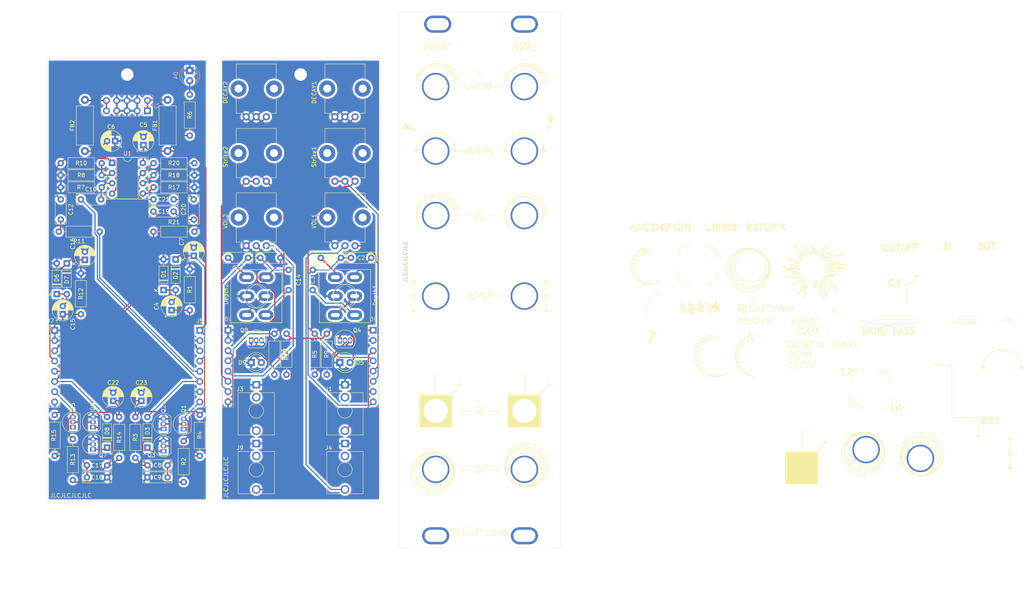
<source format=kicad_pcb>
(kicad_pcb (version 20211014) (generator pcbnew)
  (layers (0 "F.Cu" signal) (31 "B.Cu" signal) (34 "B.Paste" user) (35 "F.Paste" user) (36 "B.SilkS" user "B.Silkscreen") (37 "F.SilkS" user "F.Silkscreen") (38 "B.Mask" user) (39 "F.Mask" user) (44 "Edge.Cuts" user))
  (net 0 "")
  (net 1 "GND")
  (net 2 "+12V")
  (net 3 "-12V")
  (net 4 "Net-(R10-Pad2)")
  (net 5 "Net-(C1-Pad2)")
  (net 6 "Net-(C4-Pad2)")
  (net 7 "Net-(C8-Pad1)")
  (net 8 "Net-(C11-Pad2)")
  (net 9 "Net-(C12-Pad2)")
  (net 10 "Net-(C12-Pad1)")
  (net 11 "Net-(C14-Pad2)")
  (net 12 "Net-(D5-Pad2)")
  (net 13 "Net-(FB1-Pad2)")
  (net 14 "Net-(FB2-Pad2)")
  (net 15 "Net-(Q1-Pad1)")
  (net 16 "/DeH")
  (net 17 "Net-(C2-Pad2)")
  (net 18 "Net-(C3-Pad2)")
  (net 19 "/SnI")
  (net 20 "/SnH")
  (net 21 "Net-(C8-Pad2)")
  (net 22 "Net-(C10-Pad2)")
  (net 23 "/So")
  (net 24 "/HiDH")
  (net 25 "Net-(C13-Pad2)")
  (net 26 "Net-(C15-Pad2)")
  (net 27 "/HiI")
  (net 28 "/HiH")
  (net 29 "Net-(C17-Pad2)")
  (net 30 "Net-(C17-Pad1)")
  (net 31 "Net-(C19-Pad2)")
  (net 32 "/Ho")
  (net 33 "Net-(C20-Pad2)")
  (net 34 "Net-(C21-Pad2)")
  (net 35 "Net-(C21-Pad1)")
  (net 36 "Net-(D3-Pad1)")
  (net 37 "Net-(D4-Pad2)")
  (net 38 "Net-(D8-Pad1)")
  (net 39 "Net-(D9-Pad2)")
  (net 40 "Net-(J1-PadTN)")
  (net 41 "Net-(J3-PadTN)")
  (net 42 "Net-(J4-PadT)")
  (net 43 "Net-(J4-PadTN)")
  (net 44 "/SnO")
  (net 45 "/HiO")
  (net 46 "Net-(J9-PadT)")
  (net 47 "Net-(J9-PadTN)")
  (net 48 "Net-(Q1-Pad2)")
  (net 49 "Net-(Q4-Pad3)")
  (net 50 "Net-(Q4-Pad2)")
  (net 51 "Net-(Q5-Pad1)")
  (net 52 "Net-(Q5-Pad2)")
  (net 53 "Net-(Q8-Pad3)")
  (net 54 "Net-(Q8-Pad2)")
  (net 55 "Net-(R18-Pad1)")
  (net 56 "Net-(Depth1-Pad3)")
  (net 57 "Net-(Depth2-Pad3)")
  (footprint "Capacitor_THT:C_Disc_D7.0mm_W2.5mm_P5.00mm" (layer "F.Cu") (at 103 80.5 180)
    (fp_text reference "C1")
    (fp_text value "10µF")
  )
  (footprint "Capacitor_THT:C_Disc_D7.0mm_W2.5mm_P5.00mm" (layer "F.Cu") (at 105.5 80.5)
    (fp_text reference "C2")
    (fp_text value "1µF")
  )
  (footprint "Capacitor_THT:C_Disc_D7.0mm_W2.5mm_P5.00mm" (layer "F.Cu") (at 96 83.5 -90)
    (fp_text reference "C3")
    (fp_text value "0.1µF")
  )
  (footprint "Capacitor_THT:CP_Radial_D5.0mm_P2.00mm" (layer "F.Cu") (at 61 93.5 90)
    (fp_text reference "C4")
    (fp_text value "10µF")
  )
  (footprint "Capacitor_THT:CP_Radial_D5.0mm_P2.00mm" (layer "F.Cu") (at 54 52.5 90)
    (fp_text reference "C5")
    (fp_text value "10µ")
  )
  (footprint "Capacitor_THT:CP_Radial_D5.0mm_P2.00mm" (layer "F.Cu") (at 47 51.5 180)
    (fp_text reference "C6")
    (fp_text value "10µ")
  )
  (footprint "Capacitor_THT:CP_Radial_D5.0mm_P2.00mm" (layer "F.Cu") (at 66.5 80 90)
    (fp_text reference "C7")
    (fp_text value "10µF")
  )
  (footprint "Capacitor_THT:C_Disc_D7.0mm_W2.5mm_P5.00mm" (layer "F.Cu") (at 55 132)
    (fp_text reference "C8")
    (fp_text value "1µF")
  )
  (footprint "Capacitor_THT:C_Disc_D7.0mm_W2.5mm_P5.00mm" (layer "F.Cu") (at 55 135)
    (fp_text reference "C9")
    (fp_text value "0.1µF")
  )
  (footprint "Capacitor_THT:C_Disc_D7.0mm_W2.5mm_P5.00mm" (layer "F.Cu") (at 38.5 66)
    (fp_text reference "C10")
    (fp_text value ".1µF")
  )
  (footprint "Capacitor_THT:C_Disc_D7.0mm_W2.5mm_P5.00mm" (layer "F.Cu") (at 80 80.5 180)
    (fp_text reference "C11")
    (fp_text value "10µF")
  )
  (footprint "Capacitor_THT:C_Disc_D7.0mm_W2.5mm_P5.00mm" (layer "F.Cu") (at 33.5 66 -90)
    (fp_text reference "C12")
    (fp_text value "10µF")
  )
  (footprint "Capacitor_THT:C_Disc_D7.0mm_W2.5mm_P5.00mm" (layer "F.Cu") (at 83 80.5)
    (fp_text reference "C13")
    (fp_text value "1µF")
  )
  (footprint "Capacitor_THT:C_Disc_D7.0mm_W2.5mm_P5.00mm" (layer "F.Cu") (at 90 83.5 -90)
    (fp_text reference "C14")
    (fp_text value "0.1µF")
  )
  (footprint "Capacitor_THT:CP_Radial_D5.0mm_P2.00mm" (layer "F.Cu") (at 39.5 81 90)
    (fp_text reference "C16")
    (fp_text value "10µF")
  )
  (footprint "Capacitor_THT:C_Disc_D7.0mm_W2.5mm_P5.00mm" (layer "F.Cu") (at 45 132 180)
    (fp_text reference "C17")
    (fp_text value "1µF")
  )
  (footprint "Capacitor_THT:C_Disc_D7.0mm_W2.5mm_P5.00mm" (layer "F.Cu") (at 45 135 180)
    (fp_text reference "C18")
    (fp_text value "10nF")
  )
  (footprint "Capacitor_THT:C_Disc_D7.0mm_W2.5mm_P5.00mm" (layer "F.Cu") (at 56.5 69)
    (fp_text reference "C19")
    (fp_text value "680pF")
  )
  (footprint "Capacitor_THT:C_Disc_D7.0mm_W2.5mm_P5.00mm" (layer "F.Cu") (at 66.5 71 90)
    (fp_text reference "C20")
    (fp_text value ".1µF")
  )
  (footprint "Capacitor_THT:C_Disc_D7.0mm_W2.5mm_P5.00mm" (layer "F.Cu") (at 56.5 66)
    (fp_text reference "C21")
    (fp_text value "10µF")
  )
  (footprint "Diode_THT:D_DO-35_SOD27_P7.62mm_Horizontal" (layer "F.Cu") (at 59 88.5 90)
    (fp_text reference "D1")
    (fp_text value "1N4148")
  )
  (footprint "Diode_THT:D_DO-35_SOD27_P7.62mm_Horizontal" (layer "F.Cu") (at 62 80.88 -90)
    (fp_text reference "D2")
    (fp_text value "1N4148")
  )
  (footprint "Diode_THT:D_DO-35_SOD27_P7.62mm_Horizontal" (layer "F.Cu") (at 55 127.62 90)
    (fp_text reference "D3")
    (fp_text value "1N4148")
  )
  (footprint "LED_THT:LED_D4.0mm" (layer "F.Cu") (at 102.725 106.5)
    (fp_text reference "D5")
    (fp_text value "Trig Snare")
  )
  (footprint "Diode_THT:D_DO-35_SOD27_P7.62mm_Horizontal" (layer "F.Cu") (at 32.5 89.5 90)
    (fp_text reference "D6")
    (fp_text value "1N4148")
  )
  (footprint "Diode_THT:D_DO-35_SOD27_P7.62mm_Horizontal" (layer "F.Cu") (at 35 81.88 -90)
    (fp_text reference "D7")
    (fp_text value "1N4148")
  )
  (footprint "LED_THT:LED_D4.0mm" (layer "F.Cu") (at 80.725 106.5)
    (fp_text reference "D9")
    (fp_text value "Trig_HiHat")
  )
  (footprint "Potentiometer_THT:Potentiometer_Bourns_PTV09A-1_Single_Vertical" (layer "F.Cu") (at 84.5 45.5 90)
    (fp_text reference "DECAY2")
    (fp_text value "100k")
  )
  (footprint "Inductor_THT:L_Axial_L9.5mm_D4.0mm_P12.70mm_Horizontal_Fastron_SMCC" (layer "F.Cu") (at 60 54 90)
    (fp_text reference "FB1")
    (fp_text value "10R")
  )
  (footprint "Inductor_THT:L_Axial_L9.5mm_D4.0mm_P12.70mm_Horizontal_Fastron_SMCC" (layer "F.Cu") (at 39.5 54 90)
    (fp_text reference "FB2")
    (fp_text value "10R")
  )
  (footprint "Connector_Audio:Jack_3.5mm_QingPu_WQP-PJ398SM_Vertical_CircularHoles" (layer "F.Cu") (at 82 112)
    (fp_text reference "J3")
    (fp_text value "HiHat IN")
  )
  (footprint "Connector_Audio:Jack_3.5mm_QingPu_WQP-PJ398SM_Vertical_CircularHoles" (layer "F.Cu") (at 104 126.6)
    (fp_text reference "J4")
    (fp_text value "Snare OUT")
  )
  (footprint "Connector_PinHeader_2.54mm:PinHeader_1x08_P2.54mm_Vertical" (layer "F.Cu") (at 68 98.5)
    (fp_text reference "J5")
    (fp_text value "Conn_01x08_Male")
  )
  (footprint "Connector_PinHeader_2.54mm:PinHeader_1x08_P2.54mm_Vertical" (layer "F.Cu") (at 32 98.5)
    (fp_text reference "J7")
    (fp_text value "Conn_01x08_Male")
  )
  (footprint "Connector_Audio:Jack_3.5mm_QingPu_WQP-PJ398SM_Vertical_CircularHoles" (layer "F.Cu") (at 82 126.6)
    (fp_text reference "J9")
    (fp_text value "HiHat OUT")
  )
  (footprint "Package_TO_SOT_THT:TO-92_Inline" (layer "F.Cu") (at 64 123.04 90)
    (fp_text reference "Q1")
    (fp_text value "BC546")
  )
  (footprint "Package_TO_SOT_THT:TO-92_Inline" (layer "F.Cu") (at 59 123 90)
    (fp_text reference "Q2")
    (fp_text value "BC546")
  )
  (footprint "Package_TO_SOT_THT:TO-92_Inline" (layer "F.Cu") (at 59 128.5 90)
    (fp_text reference "Q3")
    (fp_text value "BC546")
  )
  (footprint "Package_TO_SOT_THT:TO-92_Inline" (layer "F.Cu") (at 102.73 101)
    (fp_text reference "Q4")
    (fp_text value "2N3904")
  )
  (footprint "Package_TO_SOT_THT:TO-92_Inline" (layer "F.Cu") (at 36.5 122.54 90)
    (fp_text reference "Q5")
    (fp_text value "BC546")
  )
  (footprint "Package_TO_SOT_THT:TO-92_Inline" (layer "F.Cu") (at 41.5 122.54 90)
    (fp_text reference "Q6")
    (fp_text value "BC546")
  )
  (footprint "Package_TO_SOT_THT:TO-92_Inline" (layer "F.Cu") (at 41.5 128.04 90)
    (fp_text reference "Q7")
    (fp_text value "BC546")
  )
  (footprint "Package_TO_SOT_THT:TO-92_Inline" (layer "F.Cu") (at 80.73 101)
    (fp_text reference "Q8")
    (fp_text value "2N3904")
  )
  (footprint "Resistor_THT:R_Axial_DIN0207_L6.3mm_D2.5mm_P10.16mm_Horizontal" (layer "F.Cu") (at 65.5 93.5 90)
    (fp_text reference "R1")
    (fp_text value "4k7")
  )
  (footprint "Resistor_THT:R_Axial_DIN0207_L6.3mm_D2.5mm_P10.16mm_Horizontal" (layer "F.Cu") (at 64 126 -90)
    (fp_text reference "R2")
    (fp_text value "47k")
  )
  (footprint "Resistor_THT:R_Axial_DIN0207_L6.3mm_D2.5mm_P10.16mm_Horizontal" (layer "F.Cu") (at 52 120 -90)
    (fp_text reference "R3")
    (fp_text value "4k7")
  )
  (footprint "Resistor_THT:R_Axial_DIN0207_L6.3mm_D2.5mm_P10.16mm_Horizontal" (layer "F.Cu") (at 68 119.5 -90)
    (fp_text reference "R4")
    (fp_text value "1M")
  )
  (footprint "Resistor_THT:R_Axial_DIN0207_L6.3mm_D2.5mm_P10.16mm_Horizontal" (layer "F.Cu") (at 96.5 99.34 -90)
    (fp_text reference "R5")
    (fp_text value "100k")
  )
  (footprint "Resistor_THT:R_Axial_DIN0207_L6.3mm_D2.5mm_P10.16mm_Horizontal" (layer "F.Cu") (at 65.5 50.16 90)
    (fp_text reference "R6")
    (fp_text value "2.2k")
  )
  (footprint "Resistor_THT:R_Axial_DIN0207_L6.3mm_D2.5mm_P10.16mm_Horizontal" (layer "F.Cu") (at 43.66 63 180)
    (fp_text reference "R7")
    (fp_text value "1M")
  )
  (footprint "Resistor_THT:R_Axial_DIN0207_L6.3mm_D2.5mm_P10.16mm_Horizontal" (layer "F.Cu") (at 43.66 60 180)
    (fp_text reference "R8")
    (fp_text value "6.8k")
  )
  (footprint "Resistor_THT:R_Axial_DIN0207_L6.3mm_D2.5mm_P10.16mm_Horizontal" (layer "F.Cu") (at 99.5 99.34 -90)
    (fp_text reference "R9")
    (fp_text value "1k")
  )
  (footprint "Resistor_THT:R_Axial_DIN0207_L6.3mm_D2.5mm_P10.16mm_Horizontal" (layer "F.Cu") (at 33.5 57)
    (fp_text reference "R10")
    (fp_text value "100k")
  )
  (footprint "Resistor_THT:R_Axial_DIN0207_L6.3mm_D2.5mm_P10.16mm_Horizontal" (layer "F.Cu") (at 43.16 74 180)
    (fp_text reference "R11")
    (fp_text value "1M")
  )
  (footprint "Resistor_THT:R_Axial_DIN0207_L6.3mm_D2.5mm_P10.16mm_Horizontal" (layer "F.Cu") (at 38.5 94.5 90)
    (fp_text reference "R12")
    (fp_text value "4k7")
  )
  (footprint "Resistor_THT:R_Axial_DIN0207_L6.3mm_D2.5mm_P10.16mm_Horizontal" (layer "F.Cu") (at 36.5 125.5 -90)
    (fp_text reference "R13")
    (fp_text value "47k")
  )
  (footprint "Resistor_THT:R_Axial_DIN0207_L6.3mm_D2.5mm_P10.16mm_Horizontal" (layer "F.Cu") (at 48 120 -90)
    (fp_text reference "R14")
    (fp_text value "4k7")
  )
  (footprint "Resistor_THT:R_Axial_DIN0207_L6.3mm_D2.5mm_P10.16mm_Horizontal" (layer "F.Cu") (at 32 119.5 -90)
    (fp_text reference "R15")
    (fp_text value "1M")
  )
  (footprint "Resistor_THT:R_Axial_DIN0207_L6.3mm_D2.5mm_P10.16mm_Horizontal" (layer "F.Cu") (at 86.5 99.34 -90)
    (fp_text reference "R16")
    (fp_text value "100k")
  )
  (footprint "Resistor_THT:R_Axial_DIN0207_L6.3mm_D2.5mm_P10.16mm_Horizontal" (layer "F.Cu") (at 56.5 63)
    (fp_text reference "R17")
    (fp_text value "1M")
  )
  (footprint "Resistor_THT:R_Axial_DIN0207_L6.3mm_D2.5mm_P10.16mm_Horizontal" (layer "F.Cu") (at 56.5 60)
    (fp_text reference "R18")
    (fp_text value "6.8k")
  )
  (footprint "Resistor_THT:R_Axial_DIN0207_L6.3mm_D2.5mm_P10.16mm_Horizontal" (layer "F.Cu") (at 89.5 99.34 -90)
    (fp_text reference "R19")
    (fp_text value "1k")
  )
  (footprint "Resistor_THT:R_Axial_DIN0207_L6.3mm_D2.5mm_P10.16mm_Horizontal" (layer "F.Cu") (at 56.5 57)
    (fp_text reference "R20")
    (fp_text value "100k")
  )
  (footprint "Resistor_THT:R_Axial_DIN0207_L6.3mm_D2.5mm_P10.16mm_Horizontal" (layer "F.Cu") (at 56.5 74)
    (fp_text reference "R21")
    (fp_text value "1M")
  )
  (footprint "Potentiometer_THT:Potentiometer_Bourns_PTV09A-1_Single_Vertical" (layer "F.Cu") (at 84.5 61.5 90)
    (fp_text reference "Strike2")
    (fp_text value "100k")
  )
  (footprint "Potentiometer_THT:Potentiometer_Bourns_PTV09A-1_Single_Vertical" (layer "F.Cu") (at 106.5 45.5 90)
    (fp_text reference "DECAY1")
    (fp_text value "100k")
  )
  (footprint "Potentiometer_THT:Potentiometer_Bourns_PTV09A-1_Single_Vertical" (layer "F.Cu") (at 106.5 61.5 90)
    (fp_text reference "Strike1")
    (fp_text value "100k")
  )
  (footprint "Potentiometer_THT:Potentiometer_Bourns_PTV09A-1_Single_Vertical" (layer "F.Cu") (at 106.5 77.5 90)
    (fp_text reference "VOL1")
    (fp_text value "10k")
  )
  (footprint "Potentiometer_THT:Potentiometer_Bourns_PTV09A-1_Single_Vertical" (layer "F.Cu") (at 84.5 77.5 90)
    (fp_text reference "VOL2")
    (fp_text value "10k")
  )
  (footprint "Connector_Audio:Jack_3.5mm_QingPu_WQP-PJ398SM_Vertical_CircularHoles" (layer "F.Cu") (at 104 112)
    (fp_text reference "J1")
    (fp_text value "Snare IN")
  )
  (footprint "Synth:SW_DPDT_Toggle" (layer "F.Cu") (at 104 90 90)
    (fp_text reference "Depth1")
    (fp_text value "SW_Push_DPDT")
  )
  (footprint "Synth:SW_DPDT_Toggle" (layer "F.Cu") (at 82 90 90)
    (fp_text reference "Depth2")
    (fp_text value "SW_Push_DPDT")
  )
  (footprint "Package_DIP:DIP-8_W7.62mm_Socket" (layer "F.Cu") (at 46.25 56.92)
    (fp_text reference "U1")
    (fp_text value "TL072")
  )
  (footprint "Capacitor_THT:CP_Radial_D5.0mm_P2.00mm" (layer "F.Cu") (at 34 94.5 90)
    (fp_text reference "C15")
    (fp_text value "10µF")
  )
  (footprint "Capacitor_THT:CP_Radial_D5.0mm_P2.00mm" (layer "F.Cu") (at 46.5 116 90)
    (fp_text reference "C22")
    (fp_text value "100µ")
  )
  (footprint "Diode_THT:D_DO-35_SOD27_P7.62mm_Horizontal" (layer "F.Cu") (at 45 127.62 90)
    (fp_text reference "D8")
    (fp_text value "1N4148")
  )
  (footprint "Capacitor_THT:CP_Radial_D5.0mm_P2.00mm" (layer "F.Cu") (at 53.5 116 90)
    (fp_text reference "C23")
    (fp_text value "100µ")
  )
  (footprint "Synth:Doepfer Mounting hole" (layer "F.Cu") (at 148.5 149.5)
    (fp_text reference "REF**" hide)
    (fp_text value "Doepfer Mounting hole")
  )
  (footprint "Synth:Doepfer Mounting hole" (layer "F.Cu") (at 148.5 22.5)
    (fp_text reference "REF**" hide)
    (fp_text value "Doepfer Mounting hole")
  )
  (footprint "Synth:Doepfer Mounting hole" (layer "F.Cu") (at 127 22.5)
    (fp_text reference "REF**" hide)
    (fp_text value "Doepfer Mounting hole")
  )
  (footprint "Synth:Doepfer Mounting hole" (layer "F.Cu") (at 126.5 149.5)
    (fp_text reference "REF**" hide)
    (fp_text value "Doepfer Mounting hole")
  )
  (footprint "LED_THT:LED_D4.0mm" (layer "B.Cu") (at 65.5 34 -90)
    (fp_text reference "D4")
    (fp_text value "LED-12V")
  )
  (footprint "Connector_PinHeader_2.54mm:PinHeader_2x05_P2.54mm_Vertical" (layer "B.Cu") (at 55 44 90)
    (fp_text reference "J2")
    (fp_text value "Power Input")
  )
  (footprint "Connector_PinSocket_2.54mm:PinSocket_1x08_P2.54mm_Vertical" (layer "B.Cu") (at 75 98.46 180)
    (fp_text reference "J8")
    (fp_text value "Conn_01x08_Female")
  )
  (footprint "Connector_PinSocket_2.54mm:PinSocket_1x08_P2.54mm_Vertical" (layer "B.Cu") (at 111 98.46 180)
    (fp_text reference "J6")
    (fp_text value "Conn_01x08_Female")
  )
  (gr_line (start 132.2 148) (end 132.2 149.4) (layer "F.SilkS") (width 0.12))
  (gr_line (start 133.4 149.4) (end 134.6 149.4) (layer "F.SilkS") (width 0.12))
  (gr_line (start 130.6 149.4) (end 131.6 148.8) (layer "F.SilkS") (width 0.12))
  (gr_line (start 131.6 148.8) (end 130.6 148.4) (layer "F.SilkS") (width 0.12))
  (gr_line (start 132.2 149.4) (end 132.8 149.4) (layer "F.SilkS") (width 0.12))
  (gr_line (start 133.8 147.2) (end 134.6 147.2) (layer "F.SilkS") (width 0.12))
  (gr_line (start 135.2 149.4) (end 136 149.4) (layer "F.SilkS") (width 0.12))
  (gr_line (start 136.6 147.6) (end 138 148) (layer "F.SilkS") (width 0.12))
  (gr_line (start 133.4 147.6) (end 133.4 149.4) (layer "F.SilkS") (width 0.12))
  (gr_line (start 133.4 148.2) (end 133.8 148.2) (layer "F.SilkS") (width 0.12))
  (gr_line (start 135.2 148.2) (end 135.2 149.4) (layer "F.SilkS") (width 0.12))
  (gr_line (start 136.4 149.2) (end 136.6 149.4) (layer "F.SilkS") (width 0.12))
  (gr_line (start 135.2 148.2) (end 136 148.2) (layer "F.SilkS") (width 0.12))
  (gr_line (start 136.6 149.4) (end 136.6 149.2) (layer "F.SilkS") (width 0.12))
  (gr_line (start 136.6 147.6) (end 136.6 149.4) (layer "F.SilkS") (width 0.12))
  (gr_line (start 138 148) (end 136.6 148.4) (layer "F.SilkS") (width 0.12))
  (gr_line (start 135.2 148.8) (end 135.4 148.8) (layer "F.SilkS") (width 0.12))
  (gr_line (start 130.6 148.4) (end 131.6 148) (layer "F.SilkS") (width 0.12))
  (gr_line (start 136.6 149.4) (end 136.8 149.2) (layer "F.SilkS") (width 0.12))
  (gr_line (start 130.6 147.6) (end 130.6 149.4) (layer "F.SilkS") (width 0.12))
  (gr_line (start 131.6 148) (end 130.6 147.6) (layer "F.SilkS") (width 0.12))
  (gr_line (start 143.4 148.2) (end 143.2 148.2) (layer "F.SilkS") (width 0.12))
  (gr_line (start 139 149.4) (end 139 149.2) (layer "F.SilkS") (width 0.12))
  (gr_line (start 140.4 148.2) (end 140.4 149.4) (layer "F.SilkS") (width 0.12))
  (gr_line (start 141.6 148.2) (end 141.2 149.4) (layer "F.SilkS") (width 0.12))
  (gr_line (start 141.2 149.4) (end 142.4 148.2) (layer "F.SilkS") (width 0.12))
  (gr_line (start 143.8 148.2) (end 143.2 149.4) (layer "F.SilkS") (width 0.12))
  (gr_line (start 143.8 148.2) (end 144.2 149) (layer "F.SilkS") (width 0.12))
  (gr_line (start 140 148.2) (end 140 148.4) (layer "F.SilkS") (width 0.12))
  (gr_line (start 132.2 148) (end 132 148.2) (layer "F.SilkS") (width 0.12))
  (gr_line (start 132.2 148) (end 132.4 148.2) (layer "F.SilkS") (width 0.12))
  (gr_line (start 142.8 148.2) (end 142.6 149.4) (layer "F.SilkS") (width 0.12))
  (gr_arc (start 133.4 147.6) (mid 133.517157 147.317157) (end 133.8 147.2) (layer "F.SilkS") (width 0.12))
  (gr_line (start 139.8 149) (end 139 149.4) (layer "F.SilkS") (width 0.12))
  (gr_line (start 134.6 149.4) (end 134.4 149.2) (layer "F.SilkS") (width 0.12))
  (gr_line (start 134.6 149.4) (end 134.4 149.6) (layer "F.SilkS") (width 0.12))
  (gr_line (start 139 148.4) (end 139.8 149) (layer "F.SilkS") (width 0.12))
  (gr_line (start 141.2 148.2) (end 140.4 148.2) (layer "F.SilkS") (width 0.12))
  (gr_line (start 142.6 149.4) (end 143.4 148.2) (layer "F.SilkS") (width 0.12))
  (gr_line (start 142.8 148.2) (end 142 149.4) (layer "F.SilkS") (width 0.12))
  (gr_line (start 141.6 148.2) (end 141.4 148.2) (layer "F.SilkS") (width 0.12))
  (gr_line (start 142 149.4) (end 142.2 149.4) (layer "F.SilkS") (width 0.12))
  (gr_line (start 142.4 148.2) (end 142.2 148.2) (layer "F.SilkS") (width 0.12))
  (gr_line (start 140.4 149.4) (end 141.2 148.2) (layer "F.SilkS") (width 0.12))
  (gr_line (start 143.2 149.4) (end 144.2 149) (layer "F.SilkS") (width 0.12))
  (gr_line (start 140 148.2) (end 139 148.4) (layer "F.SilkS") (width 0.12))
  (gr_line (start 153.1 69.1) (end 153.7 67.6) (layer "F.SilkS") (width 0.12))
  (gr_line (start 150.8 66) (end 151.2 65.1) (layer "F.SilkS") (width 0.12))
  (gr_line (start 153.2 70.4) (end 154.016834 68.385033) (layer "F.SilkS") (width 0.12))
  (gr_line (start 152.7 68) (end 153.2 66.8) (layer "F.SilkS") (width 0.12))
  (gr_line (start 152.1 67.1) (end 152.6 66.1) (layer "F.SilkS") (width 0.12))
  (gr_line (start 148.9 65.5) (end 149 64.6) (layer "F.SilkS") (width 0.12))
  (gr_line (start 151.5 66.5) (end 152 65.6) (layer "F.SilkS") (width 0.12))
  (gr_arc (start 144.88996 73.180994) (mid 147.01942 65.725465) (end 153.216834 70.385033) (layer "F.SilkS") (width 0.12))
  (gr_arc (start 144.9 73.2) (mid 146.484178 65.160984) (end 154.016834 68.385033) (layer "F.SilkS") (width 0.12))
  (gr_line (start 149.983166 65.714967) (end 150.3 64.8) (layer "F.SilkS") (width 0.12))
  (gr_line (start 147.7 64.7) (end 147.8 65.5) (layer "F.SilkS") (width 0.12))
  (gr_line (start 144 68.8) (end 143.8 68.7) (layer "F.SilkS") (width 0.12))
  (gr_line (start 145.7 66.4) (end 145.6 65.8) (layer "F.SilkS") (width 0.12))
  (gr_line (start 137.55 71) (end 137.05 69.3) (layer "F.SilkS") (width 0.12))
  (gr_line (start 148.5 115.25) (end 148.5 109) (layer "F.SilkS") (width 0.12))
  (gr_line (start 126.5 115.25) (end 126.5 109) (layer "F.SilkS") (width 0.12))
  (gr_line (start 125.1 28) (end 124.7 29) (layer "F.SilkS") (width 0.12))
  (gr_line (start 124.7 29) (end 124.6 29) (layer "F.SilkS") (width 0.12))
  (gr_line (start 128.7 27) (end 128.6 29) (layer "F.SilkS") (width 0.12))
  (gr_line (start 129.9 27) (end 129 29) (layer "F.SilkS") (width 0.12))
  (gr_line (start 127 27) (end 126 29) (layer "F.SilkS") (width 0.12))
  (gr_line (start 126.5 28) (end 127.6 28) (layer "F.SilkS") (width 0.12))
  (gr_line (start 126 29) (end 125.9 29) (layer "F.SilkS") (width 0.12))
  (gr_line (start 129.9 27) (end 130.4 27) (layer "F.SilkS") (width 0.12))
  (gr_line (start 124.5 27) (end 123.5 29) (layer "F.SilkS") (width 0.12))
  (gr_line (start 125.6 27) (end 125.5 27) (layer "F.SilkS") (width 0.12))
  (gr_line (start 127.6 28) (end 127.2 29) (layer "F.SilkS") (width 0.12))
  (gr_line (start 124 28) (end 125.1 28) (layer "F.SilkS") (width 0.12))
  (gr_line (start 124.5 27) (end 124.4 27) (layer "F.SilkS") (width 0.12))
  (gr_line (start 128.1 27) (end 128 27) (layer "F.SilkS") (width 0.12))
  (gr_line (start 127.2 29) (end 127.1 29) (layer "F.SilkS") (width 0.12))
  (gr_line (start 127 27) (end 126.9 27) (layer "F.SilkS") (width 0.12))
  (gr_line (start 123.5 29) (end 123.4 29) (layer "F.SilkS") (width 0.12))
  (gr_line (start 125.1 28) (end 125.6 27) (layer "F.SilkS") (width 0.12))
  (gr_line (start 127.6 28) (end 128.1 27) (layer "F.SilkS") (width 0.12))
  (gr_line (start 128.7 27) (end 127.8 29) (layer "F.SilkS") (width 0.12))
  (gr_line (start 126.2 27) (end 125.3 29) (layer "F.SilkS") (width 0.12))
  (gr_line (start 128.6 28) (end 128.3 28) (layer "F.SilkS") (width 0.12))
  (gr_line (start 129.9 27) (end 129.3 27) (layer "F.SilkS") (width 0.12))
  (gr_line (start 129 29) (end 129.2 28.9) (layer "F.SilkS") (width 0.12))
  (gr_line (start 129 29) (end 128.9 28.8) (layer "F.SilkS") (width 0.12))
  (gr_line (start 149.3 28) (end 149 28) (layer "F.SilkS") (width 0.12))
  (gr_line (start 145.5 29) (end 145.7 29) (layer "F.SilkS") (width 0.12))
  (gr_line (start 148.9 27) (end 148.8 29) (layer "F.SilkS") (width 0.12))
  (gr_line (start 146.5 28.2) (end 145.5 29) (layer "F.SilkS") (width 0.12))
  (gr_line (start 146.7 27) (end 145.6 27.6) (layer "F.SilkS") (width 0.12))
  (gr_line (start 148.5 27) (end 147.6 29) (layer "F.SilkS") (width 0.12))
  (gr_line (start 147.6 27) (end 147.6 29) (layer "F.SilkS") (width 0.12))
  (gr_line (start 149.5 27) (end 149.2 29) (layer "F.SilkS") (width 0.12))
  (gr_line (start 148.9 27) (end 148 29) (layer "F.SilkS") (width 0.12))
  (gr_line (start 150.6 29) (end 150.9 27) (layer "F.SilkS") (width 0.12))
  (gr_line (start 149.4 27.8) (end 150.1 28.3) (layer "F.SilkS") (width 0.12))
  (gr_line (start 150.6 29) (end 151.5 29) (layer "F.SilkS") (width 0.12))
  (gr_line (start 145.5 29) (end 145.5 28.8) (layer "F.SilkS") (width 0.12))
  (gr_line (start 145.6 27.6) (end 146.5 28.2) (layer "F.SilkS") (width 0.12))
  (gr_line (start 146.7 27) (end 146.7 27.2) (layer "F.SilkS") (width 0.12))
  (gr_line (start 148.5 27) (end 148.4 27) (layer "F.SilkS") (width 0.12))
  (gr_line (start 146.7 27) (end 146.5 26.9) (layer "F.SilkS") (width 0.12))
  (gr_line (start 150.9 27) (end 151.7 27) (layer "F.SilkS") (width 0.12))
  (gr_line (start 149.5 27) (end 150.2 27.7) (layer "F.SilkS") (width 0.12))
  (gr_line (start 150.1 28.3) (end 150 29) (layer "F.SilkS") (width 0.12))
  (gr_line (start 150.8 27.8) (end 151.2 27.8) (layer "F.SilkS") (width 0.12))
  (gr_line (start 150.2 27.7) (end 149.4 27.8) (layer "F.SilkS") (width 0.12))
  (gr_line (start 147.6 27) (end 146.7 29) (layer "F.SilkS") (width 0.12))
  (gr_line (start 146.7 29) (end 146.6 29) (layer "F.SilkS") (width 0.12))
  (gr_poly (pts (xy 152.5 122.5) (xy 144.5 122.5) (xy 144.5 114.5) (xy 152.5 114.5)) (layer "F.SilkS") (width 0.1) (fill solid))
  (gr_line (start 138.5 132.2) (end 139.2 132.2) (layer "F.SilkS") (width 0.12))
  (gr_line (start 136.9 133.9) (end 136.4 132.2) (layer "F.SilkS") (width 0.12))
  (gr_line (start 136.4 132.2) (end 137.3 132.2) (layer "F.SilkS") (width 0.12))
  (gr_line (start 137.6 132.2) (end 137.3 133.9) (layer "F.SilkS") (width 0.12))
  (gr_line (start 137.3 133.9) (end 138.3 132.2) (layer "F.SilkS") (width 0.12))
  (gr_line (start 137.3 132.2) (end 136.9 133.9) (layer "F.SilkS") (width 0.12))
  (gr_line (start 138.9 132.2) (end 137.9 133.9) (layer "F.SilkS") (width 0.12))
  (gr_circle (center 126.2 133.45) (end 129.2 137.05) (layer "F.SilkS") (width 0.12) (fill none))
  (gr_circle (center 126.4 133.05) (end 129 136.05) (layer "F.SilkS") (width 0.12) (fill none))
  (gr_circle (center 125.8 134.05) (end 127.8 139.05) (layer "F.SilkS") (width 0.12) (fill none))
  (gr_circle (center 126 133.65) (end 127.8 138.25) (layer "F.SilkS") (width 0.12) (fill none))
  (gr_circle (center 148.95 131.95) (end 146.95 126.95) (layer "F.SilkS") (width 0.12) (fill none))
  (gr_circle (center 148.75 132.35) (end 146.95 127.75) (layer "F.SilkS") (width 0.12) (fill none))
  (gr_circle (center 148.55 132.55) (end 145.55 128.95) (layer "F.SilkS") (width 0.12) (fill none))
  (gr_circle (center 148.5 132.95) (end 145.9 129.95) (layer "F.SilkS") (width 0.12) (fill none))
  (gr_circle (center 154.5 112) (end 154.5 112.25) (layer "F.SilkS") (width 0.12) (fill none))
  (gr_line (start 154.5 112) (end 153 113.9) (layer "F.SilkS") (width 0.12))
  (gr_line (start 153 113.9) (end 153.3 113.9) (layer "F.SilkS") (width 0.12))
  (gr_line (start 153 113.9) (end 153 113.6) (layer "F.SilkS") (width 0.12))
  (gr_line (start 137.1 117.5) (end 136.9 117.6) (layer "F.SilkS") (width 0.12))
  (gr_line (start 137 119.2) (end 137.8 117.5) (layer "F.SilkS") (width 0.12))
  (gr_line (start 137 119.2) (end 136.9 119.2) (layer "F.SilkS") (width 0.12))
  (gr_line (start 137.8 117.5) (end 137.8 119.2) (layer "F.SilkS") (width 0.12))
  (gr_line (start 137.1 117.5) (end 137.2 117.7) (layer "F.SilkS") (width 0.12))
  (gr_line (start 137.8 119.2) (end 138.6 117.5) (layer "F.SilkS") (width 0.12))
  (gr_line (start 136.3 119.2) (end 137.1 117.5) (layer "F.SilkS") (width 0.12))
  (gr_line (start 138.6 117.5) (end 138.5 117.5) (layer "F.SilkS") (width 0.12))
  (gr_line (start 135.3 53.1) (end 135.3 53.3) (layer "F.SilkS") (width 0.12))
  (gr_line (start 135.3 54.1) (end 134.3 54.8) (layer "F.SilkS") (width 0.12))
  (gr_line (start 135.3 53.1) (end 134.3 53.7) (layer "F.SilkS") (width 0.12))
  (gr_line (start 134.3 54.8) (end 134.3 54.6) (layer "F.SilkS") (width 0.12))
  (gr_line (start 134.3 54.8) (end 134.5 54.8) (layer "F.SilkS") (width 0.12))
  (gr_line (start 136.4 53.1) (end 135.4 54.8) (layer "F.SilkS") (width 0.12))
  (gr_line (start 134.3 53.7) (end 135.3 54.1) (layer "F.SilkS") (width 0.12))
  (gr_line (start 137.5 53.7) (end 136.8 53.8) (layer "F.SilkS") (width 0.12))
  (gr_line (start 137.4 54.3) (end 137.2 54.8) (layer "F.SilkS") (width 0.12))
  (gr_line (start 137.1 53.1) (end 137.5 53.7) (layer "F.SilkS") (width 0.12))
  (gr_line (start 136 53.1) (end 136.7 53.1) (layer "F.SilkS") (width 0.12))
  (gr_line (start 137.1 53.1) (end 136.3 54.8) (layer "F.SilkS") (width 0.12))
  (gr_line (start 135.3 53.1) (end 135.1 53.1) (layer "F.SilkS") (width 0.12))
  (gr_line (start 136.8 53.8) (end 137.4 54.3) (layer "F.SilkS") (width 0.12))
  (gr_line (start 137.7 54.8) (end 138.5 53.1) (layer "F.SilkS") (width 0.12))
  (gr_arc (start 140.2 53.6) (mid 140.317157 53.317157) (end 140.6 53.2) (layer "F.SilkS") (width 0.12))
  (gr_line (start 140.8 54.8) (end 140.6 55) (layer "F.SilkS") (width 0.12))
  (gr_line (start 140.2 54) (end 140.5 54) (layer "F.SilkS") (width 0.12))
  (gr_line (start 140 54.8) (end 140.7 54.8) (layer "F.SilkS") (width 0.12))
  (gr_line (start 140.6 53.2) (end 141 53.2) (layer "F.SilkS") (width 0.12))
  (gr_line (start 140.2 53.6) (end 140 54.8) (layer "F.SilkS") (width 0.12))
  (gr_line (start 138.8 54.1) (end 139.7 53.2) (layer "F.SilkS") (width 0.12))
  (gr_line (start 138.5 53.1) (end 138.3 53.2) (layer "F.SilkS") (width 0.12))
  (gr_line (start 138.4 54.8) (end 139.2 53.1) (layer "F.SilkS") (width 0.12))
  (gr_line (start 138.5 53.1) (end 138.6 53.3) (layer "F.SilkS") (width 0.12))
  (gr_line (start 138.8 54.1) (end 139.3 54.4) (layer "F.SilkS") (width 0.12))
  (gr_line (start 139.3 54.4) (end 139.3 54.8) (layer "F.SilkS") (width 0.12))
  (gr_line (start 140.8 54.8) (end 140.6 54.6) (layer "F.SilkS") (width 0.12))
  (gr_line (start 137.6 38.7) (end 137.7 38.6) (layer "F.SilkS") (width 0.12))
  (gr_line (start 138.1 37.1) (end 137.3 38) (layer "F.SilkS") (width 0.12))
  (gr_line (start 139.9 38) (end 139.9 37.1) (layer "F.SilkS") (width 0.12))
  (gr_line (start 134.6 38.7) (end 135.7 38.2) (layer "F.SilkS") (width 0.12))
  (gr_line (start 137.3 38) (end 137.6 38.7) (layer "F.SilkS") (width 0.12))
  (gr_line (start 135 37.1) (end 134.6 38.7) (layer "F.SilkS") (width 0.12))
  (gr_line (start 135.7 38.2) (end 135 37.1) (layer "F.SilkS") (width 0.12))
  (gr_line (start 139.9 38) (end 140.4 37.1) (layer "F.SilkS") (width 0.12))
  (gr_line (start 138.1 37.1) (end 138.2 37.2) (layer "F.SilkS") (width 0.12))
  (gr_line (start 139.5 38.7) (end 139.5 38.5) (layer "F.SilkS") (width 0.12))
  (gr_line (start 139.5 38.7) (end 139.7 38.6) (layer "F.SilkS") (width 0.12))
  (gr_arc (start 136.3 37.5) (mid 136.417157 37.217157) (end 136.7 37.1) (layer "F.SilkS") (width 0.12))
  (gr_line (start 136.1 38.7) (end 136.8 38.7) (layer "F.SilkS") (width 0.12))
  (gr_line (start 136.9 38.7) (end 136.7 38.5) (layer "F.SilkS") (width 0.12))
  (gr_line (start 138.9 37.9) (end 138.6 37.9) (layer "F.SilkS") (width 0.12))
  (gr_line (start 136.7 37.1) (end 137.1 37.1) (layer "F.SilkS") (width 0.12))
  (gr_line (start 136.3 37.5) (end 136.1 38.7) (layer "F.SilkS") (width 0.12))
  (gr_line (start 139 37.1) (end 138.9 38.7) (layer "F.SilkS") (width 0.12))
  (gr_line (start 136.9 38.7) (end 136.7 38.9) (layer "F.SilkS") (width 0.12))
  (gr_line (start 136.3 37.9) (end 136.6 37.9) (layer "F.SilkS") (width 0.12))
  (gr_line (start 139 37.1) (end 138.2 38.7) (layer "F.SilkS") (width 0.12))
  (gr_line (start 139.9 38) (end 139.5 38.7) (layer "F.SilkS") (width 0.12))
  (gr_arc (start 120.3 48.3) (mid 120.895036 48.385595) (end 121.400757 48.710619) (layer "F.SilkS") (width 0.12))
  (gr_line (start 120.200758 48.610618) (end 119.600758 48.610618) (layer "F.SilkS") (width 0.12))
  (gr_line (start 119.100758 47.810618) (end 118.800758 47.310618) (layer "F.SilkS") (width 0.12))
  (gr_line (start 118.800758 47.310618) (end 119.100758 47.510618) (layer "F.SilkS") (width 0.12))
  (gr_line (start 119.400758 48.210618) (end 119.000758 48.310618) (layer "F.SilkS") (width 0.12))
  (gr_line (start 118.300758 47.910618) (end 118.800758 48.010618) (layer "F.SilkS") (width 0.12))
  (gr_line (start 119.000758 47.110618) (end 119.700758 47.910618) (layer "F.SilkS") (width 0.12))
  (gr_line (start 119.500758 48.510618) (end 118.100758 48.510618) (layer "F.SilkS") (width 0.12))
  (gr_line (start 119.400758 47.810618) (end 119.500758 48.110618) (layer "F.SilkS") (width 0.12))
  (gr_line (start 118.700758 47.710618) (end 119.100758 47.810618) (layer "F.SilkS") (width 0.12))
  (gr_line (start 119.000758 48.310618) (end 119.600758 48.310618) (layer "F.SilkS") (width 0.12))
  (gr_line (start 118.600758 48.310618) (end 118.300758 47.910618) (layer "F.SilkS") (width 0.12))
  (gr_arc (start 120.966896 48.819083) (mid 120.956214 48.661819) (end 121.000758 48.510618) (layer "F.SilkS") (width 0.12))
  (gr_line (start 119.200758 48.010618) (end 119.400758 48.210618) (layer "F.SilkS") (width 0.12))
  (gr_line (start 118.100758 48.510618) (end 118.600758 48.310618) (layer "F.SilkS") (width 0.12))
  (gr_line (start 119.700758 48.110618) (end 119.400758 47.810618) (layer "F.SilkS") (width 0.12))
  (gr_line (start 119.100758 47.510618) (end 119.000758 47.110618) (layer "F.SilkS") (width 0.12))
  (gr_arc (start 121.396965 48.797347) (mid 120.778319 48.835581) (end 120.200758 48.610618) (layer "F.SilkS") (width 0.12))
  (gr_line (start 119.600758 48.610618) (end 119.900758 47.910618) (layer "F.SilkS") (width 0.12))
  (gr_line (start 119.900758 47.910618) (end 120.300758 48.310618) (layer "F.SilkS") (width 0.12))
  (gr_line (start 118.800758 48.010618) (end 118.700758 47.710618) (layer "F.SilkS") (width 0.12))
  (gr_line (start 119.500758 48.110618) (end 119.200758 48.010618) (layer "F.SilkS") (width 0.12))
  (gr_line (start 121.425758 48.735618) (end 121.400757 48.710619) (layer "F.SilkS") (width 0.12))
  (gr_line (start 120.300758 48.310618) (end 120.200758 48.610618) (layer "F.SilkS") (width 0.12))
  (gr_line (start 121.389271 48.770418) (end 121.425758 48.760618) (layer "F.SilkS") (width 0.12))
  (gr_line (start 154.429582 48.389271) (end 154.439382 48.425758) (layer "F.SilkS") (width 0.12))
  (gr_line (start 154.889382 47.300758) (end 154.589382 47.200758) (layer "F.SilkS") (width 0.12))
  (gr_line (start 154.889382 46.000758) (end 154.889382 46.600758) (layer "F.SilkS") (width 0.12))
  (gr_line (start 155.189382 46.200758) (end 154.989382 46.400758) (layer "F.SilkS") (width 0.12))
  (gr_line (start 155.389382 46.400758) (end 155.089382 46.500758) (layer "F.SilkS") (width 0.12))
  (gr_line (start 155.889382 45.800758) (end 155.689382 46.100758) (layer "F.SilkS") (width 0.12))
  (gr_line (start 156.089382 46.000758) (end 155.289382 46.700758) (layer "F.SilkS") (width 0.12))
  (gr_line (start 155.089382 46.500758) (end 155.189382 46.200758) (layer "F.SilkS") (width 0.12))
  (gr_line (start 154.464382 48.425758) (end 154.489381 48.400757) (layer "F.SilkS") (width 0.12))
  (gr_line (start 154.689382 45.100758) (end 154.889382 45.600758) (layer "F.SilkS") (width 0.12))
  (gr_line (start 154.589382 46.600758) (end 155.289382 46.900758) (layer "F.SilkS") (width 0.12))
  (gr_line (start 155.489382 45.700758) (end 155.389382 46.100758) (layer "F.SilkS") (width 0.12))
  (gr_arc (start 154.402653 48.396965) (mid 154.364419 47.778319) (end 154.589382 47.200758) (layer "F.SilkS") (width 0.12))
  (gr_line (start 154.989382 46.400758) (end 154.889382 46.000758) (layer "F.SilkS") (width 0.12))
  (gr_line (start 155.689382 46.100758) (end 156.089382 46.000758) (layer "F.SilkS") (width 0.12))
  (gr_line (start 155.189382 45.800758) (end 155.489382 45.700758) (layer "F.SilkS") (width 0.12))
  (gr_line (start 154.889382 45.600758) (end 155.289382 45.300758) (layer "F.SilkS") (width 0.12))
  (gr_line (start 155.289382 45.300758) (end 155.189382 45.800758) (layer "F.SilkS") (width 0.12))
  (gr_line (start 155.389382 46.100758) (end 155.889382 45.800758) (layer "F.SilkS") (width 0.12))
  (gr_line (start 154.589382 47.200758) (end 154.589382 46.600758) (layer "F.SilkS") (width 0.12))
  (gr_arc (start 154.9 47.3) (mid 154.814405 47.895036) (end 154.489381 48.400757) (layer "F.SilkS") (width 0.12))
  (gr_arc (start 154.380917 47.966896) (mid 154.538181 47.956214) (end 154.689382 48.000758) (layer "F.SilkS") (width 0.12))
  (gr_line (start 155.289382 46.900758) (end 154.889382 47.300758) (layer "F.SilkS") (width 0.12))
  (gr_line (start 154.689382 46.500758) (end 154.689382 45.100758) (layer "F.SilkS") (width 0.12))
  (gr_line (start 155.089382 46.700758) (end 155.389382 46.400758) (layer "F.SilkS") (width 0.12))
  (gr_arc (start 121.701488 53.913118) (mid 122.919707 50.799701) (end 126 49.5) (layer "F.SilkS") (width 0.12))
  (gr_line (start 126 49.3) (end 126.9 49.3) (layer "F.SilkS") (width 0.12))
  (gr_poly (pts (xy 121.2 53.8) (xy 122.2 53.8) (xy 121.7 54.3)) (layer "F.SilkS") (width 0.1) (fill solid))
  (gr_line (start 126 49.7) (end 126.9 49.7) (layer "F.SilkS") (width 0.12))
  (gr_arc (start 126.9 49.5) (mid 130.013417 50.718219) (end 131.313118 53.798512) (layer "F.SilkS") (width 0.12))
  (gr_poly (pts (xy 130.82 53.8) (xy 131.82 53.8) (xy 131.32 54.3)) (layer "F.SilkS") (width 0.1) (fill solid))
  (gr_line (start 122 68.8) (end 121.8 68.7) (layer "F.SilkS") (width 0.12))
  (gr_line (start 127.983166 65.714967) (end 128.3 64.8) (layer "F.SilkS") (width 0.12))
  (gr_line (start 129.5 66.5) (end 130 65.6) (layer "F.SilkS") (width 0.12))
  (gr_line (start 126.9 65.5) (end 127 64.6) (layer "F.SilkS") (width 0.12))
  (gr_line (start 130.1 67.1) (end 130.6 66.1) (layer "F.SilkS") (width 0.12))
  (gr_line (start 130.7 68) (end 131.2 66.8) (layer "F.SilkS") (width 0.12))
  (gr_line (start 125.7 64.7) (end 125.8 65.5) (layer "F.SilkS") (width 0.12))
  (gr_line (start 131.2 70.4) (end 132.016834 68.385033) (layer "F.SilkS") (width 0.12))
  (gr_line (start 128.8 66) (end 129.2 65.1) (layer "F.SilkS") (width 0.12))
  (gr_line (start 123.7 66.4) (end 123.6 65.8) (layer "F.SilkS") (width 0.12))
  (gr_arc (start 122.9 73.2) (mid 124.484178 65.160984) (end 132.016834 68.385033) (layer "F.SilkS") (width 0.12))
  (gr_line (start 131.1 69.1) (end 131.7 67.6) (layer "F.SilkS") (width 0.12))
  (gr_arc (start 122.88996 73.180994) (mid 125.01942 65.725465) (end 131.216834 70.385033) (layer "F.SilkS") (width 0.12))
  (gr_arc (start 121.723949 36.805395) (mid 126.306844 32.976544) (end 131.2 36.4) (layer "F.SilkS") (width 0.12))
  (gr_line (start 131.7 35.3) (end 130.9 35.6) (layer "F.SilkS") (width 0.12))
  (gr_line (start 125.3 33.1) (end 125.3 32.5) (layer "F.SilkS") (width 0.12))
  (gr_line (start 129.6 34) (end 130.1 33.4) (layer "F.SilkS") (width 0.12))
  (gr_line (start 130.5 36.7) (end 132.6 35.8) (layer "F.SilkS") (width 0.12))
  (gr_line (start 130.5 35) (end 131.2 34.5) (layer "F.SilkS") (width 0.12))
  (gr_line (start 129 33.6) (end 129.4 32.9) (layer "F.SilkS") (width 0.12))
  (gr_line (start 126.4 32.9) (end 126.4 32.3) (layer "F.SilkS") (width 0.12))
  (gr_line (start 132.6 35.8) (end 132 37.1) (layer "F.SilkS") (width 0.12))
  (gr_line (start 123.3 34.1) (end 123.1 33.9) (layer "F.SilkS") (width 0.12))
  (gr_line (start 130.7 33.9) (end 130 34.4) (layer "F.SilkS") (width 0.12))
  (gr_line (start 127.4 33) (end 127.5 32.3) (layer "F.SilkS") (width 0.12))
  (gr_line (start 122.6 34.9) (end 122.5 34.8) (layer "F.SilkS") (width 0.12))
  (gr_line (start 132 37.1) (end 130.5 36.7) (layer "F.SilkS") (width 0.12))
  (gr_line (start 128.3 33.3) (end 128.5 32.5) (layer "F.SilkS") (width 0.12))
  (gr_line (start 124 33.2) (end 124.2 33.5) (layer "F.SilkS") (width 0.12))
  (gr_arc (start 121.700233 36.802142) (mid 126.535235 32.243032) (end 132.016834 36) (layer "F.SilkS") (width 0.12))
  (gr_arc (start 143.723949 36.805395) (mid 148.306844 32.976544) (end 153.2 36.4) (layer "F.SilkS") (width 0.12))
  (gr_line (start 153.7 35.3) (end 152.9 35.6) (layer "F.SilkS") (width 0.12))
  (gr_line (start 151.6 34) (end 152.1 33.4) (layer "F.SilkS") (width 0.12))
  (gr_line (start 152.5 35) (end 153.2 34.5) (layer "F.SilkS") (width 0.12))
  (gr_line (start 151 33.6) (end 151.4 32.9) (layer "F.SilkS") (width 0.12))
  (gr_line (start 152.5 36.7) (end 154.6 35.8) (layer "F.SilkS") (width 0.12))
  (gr_line (start 148.4 32.9) (end 148.4 32.3) (layer "F.SilkS") (width 0.12))
  (gr_line (start 154.6 35.8) (end 154 37.1) (layer "F.SilkS") (width 0.12))
  (gr_line (start 145.3 34.1) (end 145.1 33.9) (layer "F.SilkS") (width 0.12))
  (gr_line (start 152.7 33.9) (end 152 34.4) (layer "F.SilkS") (width 0.12))
  (gr_line (start 147.3 33.1) (end 147.3 32.5) (layer "F.SilkS") (width 0.12))
  (gr_line (start 149.4 33) (end 149.5 32.3) (layer "F.SilkS") (width 0.12))
  (gr_line (start 150.3 33.3) (end 150.5 32.5) (layer "F.SilkS") (width 0.12))
  (gr_arc (start 143.700233 36.802142) (mid 148.535235 32.243032) (end 154.016834 36) (layer "F.SilkS") (width 0.12))
  (gr_line (start 146 33.2) (end 146.2 33.5) (layer "F.SilkS") (width 0.12))
  (gr_line (start 144.6 34.9) (end 144.5 34.8) (layer "F.SilkS") (width 0.12))
  (gr_line (start 154 37.1) (end 152.5 36.7) (layer "F.SilkS") (width 0.12))
  (gr_poly (pts (xy 143.2 53.8) (xy 144.2 53.8) (xy 143.7 54.3)) (layer "F.SilkS") (width 0.1) (fill solid))
  (gr_arc (start 143.701488 53.913118) (mid 144.919707 50.799701) (end 148 49.5) (layer "F.SilkS") (width 0.12))
  (gr_arc (start 148.9 49.5) (mid 152.01395 50.718738) (end 153.313118 53.8) (layer "F.SilkS") (width 0.12))
  (gr_poly (pts (xy 152.82 53.79) (xy 153.82 53.79) (xy 153.32 54.29)) (layer "F.SilkS") (width 0.1) (fill solid))
  (gr_line (start 135.3 118.5) (end 132.6 118.5) (layer "F.SilkS") (width 0.12))
  (gr_line (start 141.3 54) (end 142.4 54) (layer "F.SilkS") (width 0.12))
  (gr_line (start 133.7 54) (end 132.6 54) (layer "F.SilkS") (width 0.12))
  (gr_line (start 154 90.5) (end 154 93.5) (layer "F.SilkS") (width 0.12))
  (gr_poly (pts (xy 121 94) (xy 120.5 93.5) (xy 121.5 93.5)) (layer "F.SilkS") (width 0.1) (fill solid))
  (gr_circle (center 121 90) (end 121.5 90) (layer "F.SilkS") (width 0.15) (fill none))
  (gr_line (start 121 90.5) (end 121 93.5) (layer "F.SilkS") (width 0.12))
  (gr_line (start 121 89.5) (end 121 86.5) (layer "F.SilkS") (width 0.12))
  (gr_poly (pts (xy 121.5 86.5) (xy 120.5 86.5) (xy 121 86)) (layer "F.SilkS") (width 0.1) (fill solid))
  (gr_line (start 140.4 89.1) (end 139.5 90.7) (layer "F.SilkS") (width 0.12))
  (gr_line (start 140.9 89.1) (end 140 90.7) (layer "F.SilkS") (width 0.12))
  (gr_line (start 134.6 89.1) (end 134.2 90.7) (layer "F.SilkS") (width 0.12))
  (gr_line (start 138.5 90.7) (end 138.7 90.6) (layer "F.SilkS") (width 0.12))
  (gr_line (start 135.7 90.7) (end 136.4 90.7) (layer "F.SilkS") (width 0.12))
  (gr_line (start 135.9 89.9) (end 136.2 89.9) (layer "F.SilkS") (width 0.12))
  (gr_line (start 139.8 89.9) (end 140.6 89.9) (layer "F.SilkS") (width 0.12))
  (gr_line (start 135.3 90.2) (end 134.6 89.1) (layer "F.SilkS") (width 0.12))
  (gr_line (start 138.5 89.1) (end 138.2 89.7) (layer "F.SilkS") (width 0.12))
  (gr_line (start 138.5 90.7) (end 138.5 90.5) (layer "F.SilkS") (width 0.12))
  (gr_line (start 139.4 89.1) (end 138.5 90.7) (layer "F.SilkS") (width 0.12))
  (gr_line (start 138.2 89.7) (end 137.4 89.7) (layer "F.SilkS") (width 0.12))
  (gr_line (start 135.9 89.5) (end 135.7 90.7) (layer "F.SilkS") (width 0.12))
  (gr_arc (start 135.9 89.5) (mid 136.017157 89.217157) (end 136.3 89.1) (layer "F.SilkS") (width 0.12))
  (gr_line (start 136.3 89.1) (end 136.7 89.1) (layer "F.SilkS") (width 0.12))
  (gr_line (start 136.5 90.7) (end 136.3 90.5) (layer "F.SilkS") (width 0.12))
  (gr_line (start 136.5 90.7) (end 136.3 90.9) (layer "F.SilkS") (width 0.12))
  (gr_line (start 138.9 89.1) (end 139.8 89.1) (layer "F.SilkS") (width 0.12))
  (gr_line (start 137.8 89.1) (end 137.1 90.7) (layer "F.SilkS") (width 0.12))
  (gr_line (start 134.2 90.7) (end 135.3 90.2) (layer "F.SilkS") (width 0.12))
  (gr_line (start 137.6 89.1) (end 138.5 89.1) (layer "F.SilkS") (width 0.12))
  (gr_line (start 133.6 90) (end 132.6 90) (layer "F.SilkS") (width 0.12))
  (gr_line (start 141.4 90) (end 142.4 90) (layer "F.SilkS") (width 0.12))
  (gr_circle (center 154 90) (end 154.5 90) (layer "F.SilkS") (width 0.15) (fill none))
  (gr_line (start 195.25 93.15) (end 195.35 92.25) (layer "F.SilkS") (width 0.12))
  (gr_line (start 195.55 92.35) (end 195.65 92.85) (layer "F.SilkS") (width 0.12))
  (gr_line (start 223.4 84.8) (end 225.65 84.8) (layer "F.SilkS") (width 0.12))
  (gr_line (start 220.15 86.3) (end 222.9 91.05) (layer "F.SilkS") (width 0.12))
  (gr_arc (start 180.588868 90.414931) (mid 181.064928 89.620202) (end 181.990253 89.664932) (layer "F.SilkS") (width 0.12))
  (gr_arc (start 243.25 87.25) (mid 243.396447 86.896447) (end 243.75 86.75) (layer "F.SilkS") (width 0.12))
  (gr_line (start 221.65 128.025) (end 221.95 128.025) (layer "F.SilkS") (width 0.12))
  (gr_line (start 241.2 86.95) (end 241.6 85.85) (layer "F.SilkS") (width 0.12))
  (gr_circle (center 223.15 126.125) (end 223.15 126.375) (layer "F.SilkS") (width 0.12) (fill none))
  (gr_line (start 177.45 79.65) (end 176.25 79.25) (layer "F.SilkS") (width 0.12))
  (gr_line (start 194.05 92.25) (end 194.55 94.15) (layer "F.SilkS") (width 0.12))
  (gr_line (start 183.35 72.75) (end 183.35 72.95) (layer "F.SilkS") (width 0.12))
  (gr_arc (start 180.060618 100.549242) (mid 179.975023 101.144278) (end 179.649999 101.649999) (layer "F.SilkS") (width 0.12))
  (gr_line (start 209.45 73.25) (end 209.25 73.75) (layer "F.SilkS") (width 0.12))
  (gr_line (start 218.25 107.85) (end 218.45 107.75) (layer "F.SilkS") (width 0.12))
  (gr_line (start 207.15 72.25) (end 207.35 72.25) (layer "F.SilkS") (width 0.12))
  (gr_line (start 195.25 72.05) (end 195.45 72.05) (layer "F.SilkS") (width 0.12))
  (gr_line (start 185.55 72.85) (end 186.15 73.75) (layer "F.SilkS") (width 0.12))
  (gr_line (start 186.95 73.25) (end 186.95 73.55) (layer "F.SilkS") (width 0.12))
  (gr_line (start 217.9 80.05) (end 218.15 77.3) (layer "F.SilkS") (width 0.12))
  (gr_line (start 218.25 95.25) (end 218.15 95.25) (layer "F.SilkS") (width 0.12))
  (gr_line (start 262.05 120.05) (end 262.25 120.05) (layer "F.SilkS") (width 0.12))
  (gr_line (start 204.05 72.25) (end 204.85 72.45) (layer "F.SilkS") (width 0.12))
  (gr_circle (center 204.45 82.95) (end 207.45 86.55) (layer "F.SilkS") (width 0.12) (fill none))
  (gr_line (start 137.95 69.3) (end 137.55 71) (layer "F.SilkS") (width 0.12))
  (gr_arc (start 232.25 118.05) (mid 230.12868 117.17132) (end 229.25 115.05) (layer "F.SilkS") (width 0.12))
  (gr_line (start 208.25 73.25) (end 208.25 72.05) (layer "F.SilkS") (width 0.12))
  (gr_line (start 262.95 121.75) (end 262.35 121.05) (layer "F.SilkS") (width 0.12))
  (gr_line (start 236.25 95.75) (end 245.5 95.75) (layer "F.SilkS") (width 0.12))
  (gr_line (start 239.4 86.05) (end 240 86.05) (layer "F.SilkS") (width 0.12))
  (gr_line (start 253.05 78.55) (end 253.25 78.55) (layer "F.SilkS") (width 0.12))
  (gr_line (start 192.569006 102.13996) (end 191.669006 101.63996) (layer "F.SilkS") (width 0.12))
  (gr_line (start 264.15 121.55) (end 264.55 121.55) (layer "F.SilkS") (width 0.12))
  (gr_line (start 216.9 81.55) (end 214.4 82.3) (layer "F.SilkS") (width 0.12))
  (gr_line (start 207.75 93.75) (end 207.95 93.55) (layer "F.SilkS") (width 0.12))
  (gr_line (start 183.95 73.75) (end 184.15 73.75) (layer "F.SilkS") (width 0.12))
  (gr_line (start 215.75 102.95) (end 216.85 102.95) (layer "F.SilkS") (width 0.12))
  (gr_line (start 190.55 93.35) (end 190.85 92.75) (layer "F.SilkS") (width 0.12))
  (gr_line (start 210.15 93.75) (end 210.15 93.55) (layer "F.SilkS") (width 0.12))
  (gr_line (start 191.65 93.75) (end 191.95 91.35) (layer "F.SilkS") (width 0.12))
  (gr_line (start 223.4 84.05) (end 226.9 83.55) (layer "F.SilkS") (width 0.12))
  (gr_line (start 214.25 105.25) (end 215.35 104.75) (layer "F.SilkS") (width 0.12))
  (gr_line (start 210.55 73.75) (end 211.15 72.05) (layer "F.SilkS") (width 0.12))
  (gr_line (start 265.35 76.75) (end 264.85 76.75) (layer "F.SilkS") (width 0.12))
  (gr_line (start 264.85 76.95) (end 265.35 76.95) (layer "F.SilkS") (width 0.12))
  (gr_line (start 219.9 86.55) (end 216.15 89.55) (layer "F.SilkS") (width 0.12))
  (gr_line (start 193.55 72.05) (end 193.75 72.05) (layer "F.SilkS") (width 0.12))
  (gr_line (start 178.65 73.75) (end 179.65 73.75) (layer "F.SilkS") (width 0.12))
  (gr_line (start 229.25 107.95) (end 229.25 109.65) (layer "F.SilkS") (width 0.12))
  (gr_line (start 231.05 101.35) (end 231.45 101.35) (layer "F.SilkS") (width 0.12))
  (gr_line (start 238.9 86.65) (end 239.5 87.55) (layer "F.SilkS") (width 0.12))
  (gr_line (start 262.35 77.85) (end 261.95 78.45) (layer "F.SilkS") (width 0.12))
  (gr_line (start 238.45 98.65) (end 237.85 97.75) (layer "F.SilkS") (width 0.12))
  (gr_line (start 264.65 121.05) (end 263.75 121.05) (layer "F.SilkS") (width 0.12))
  (gr_line (start 203.85 72.05) (end 204.05 72.05) (layer "F.SilkS") (width 0.12))
  (gr_line (start 202.65 108.35) (end 202.45 108.55) (layer "F.SilkS") (width 0.12))
  (gr_line (start 269.75 96.25) (end 267.25 96.25) (layer "F.SilkS") (width 0.12))
  (gr_line (start 229.05 109.65) (end 229.25 109.65) (layer "F.SilkS") (width 0.12))
  (gr_arc (start 189.45 86.65) (mid 187.32868 85.77132) (end 186.45 83.65) (layer "F.SilkS") (width 0.12))
  (gr_line (start 240.15 77.05) (end 240.15 78.25) (layer "F.SilkS") (width 0.12))
  (gr_line (start 186.75 73.05) (end 186.95 73.25) (layer "F.SilkS") (width 0.12))
  (gr_line (start 215.95 104.05) (end 215.75 105.25) (layer "F.SilkS") (width 0.12))
  (gr_line (start 207.75 91.95) (end 209.15 92.35) (layer "F.SilkS") (width 0.12))
  (gr_line (start 206.65 72.05) (end 206.65 72.25) (layer "F.SilkS") (width 0.12))
  (gr_line (start 216.4 83.8) (end 214.4 84.3) (layer "F.SilkS") (width 0.12))
  (gr_line (start 222.25 102.95) (end 223.05 101.25) (layer "F.SilkS") (width 0.12))
  (gr_line (start 241.65 116.95) (end 242.65 117.45) (layer "F.SilkS") (width 0.12))
  (gr_arc (start 205.352142 109.949767) (mid 200.793032 105.114765) (end 204.55 99.633166) (layer "F.SilkS") (width 0.12))
  (gr_line (start 240.65 118.65) (end 240.65 116.95) (layer "F.SilkS") (width 0.12))
  (gr_line (start 196.25 72.05) (end 196.85 72.65) (layer "F.SilkS") (width 0.12))
  (gr_line (start 204.55 96.75) (end 204.65 96.65) (layer "F.SilkS") (width 0.12))
  (gr_line (start 208.55 95.85) (end 208.45 95.75) (layer "F.SilkS") (width 0.12))
  (gr_line (start 203.05 95.55) (end 203.05 96.15) (layer "F.SilkS") (width 0.12))
  (gr_poly (pts (xy 154.5 86.5) (xy 153.5 86.5) (xy 154 86)) (layer "F.SilkS") (width 0.1) (fill solid))
  (gr_line (start 190.85 92.75) (end 190.95 93.55) (layer "F.SilkS") (width 0.12))
  (gr_line (start 227.55 101.25) (end 226.75 102.95) (layer "F.SilkS") (width 0.12))
  (gr_circle (center 233.15 128.15) (end 235.75 131.15) (layer "F.SilkS") (width 0.12) (fill none))
  (gr_line (start 202.65 95.65) (end 202.65 96.75) (layer "F.SilkS") (width 0.12))
  (gr_line (start 218.15 77.3) (end 218.9 79.8) (layer "F.SilkS") (width 0.12))
  (gr_line (start 228.95 101.25) (end 229.05 101.45) (layer "F.SilkS") (width 0.12))
  (gr_line (start 245.35 77.25) (end 246.35 77.25) (layer "F.SilkS") (width 0.12))
  (gr_line (start 242.15 77.35) (end 242.35 77.05) (layer "F.SilkS") (width 0.12))
  (gr_line (start 241.45 118.65) (end 241.45 116.95) (layer "F.SilkS") (width 0.12))
  (gr_line (start 186.35 73.55) (end 186.95 73.55) (layer "F.SilkS") (width 0.12))
  (gr_line (start 187.15 72.05) (end 186.15 72.05) (layer "F.SilkS") (width 0.12))
  (gr_line (start 213.4 80.8) (end 216.65 81.8) (layer "F.SilkS") (width 0.12))
  (gr_line (start 226.9 83.55) (end 223.15 85.3) (layer "F.SilkS") (width 0.12))
  (gr_line (start 252.55 78.55) (end 252.55 76.85) (layer "F.SilkS") (width 0.12))
  (gr_line (start 220.75 99.65) (end 221.05 97.65) (layer "F.SilkS") (width 0.12))
  (gr_line (start 205.55 72.05) (end 205.35 72.35) (layer "F.SilkS") (width 0.12))
  (gr_line (start 231.25 102.95) (end 231.05 103.15) (layer "F.SilkS") (width 0.12))
  (gr_line (start 200.65 73.75) (end 200.85 73.75) (layer "F.SilkS") (width 0.12))
  (gr_line (start 203.65 95.55) (end 203.05 95.55) (layer "F.SilkS") (width 0.12))
  (gr_line (start 241.8 85.85) (end 240.5 85.85) (layer "F.SilkS") (width 0.12))
  (gr_line (start 199.55 73.75) (end 199.35 73.45) (layer "F.SilkS") (width 0.12))
  (gr_line (start 190.95 93.55) (end 191.15 92.85) (layer "F.SilkS") (width 0.12))
  (gr_arc (start 245.75 86.25) (mid 245.603553 86.603553) (end 245.25 86.75) (layer "F.SilkS") (width 0.12))
  (gr_line (start 191.95 94.35) (end 192.45 92.05) (layer "F.SilkS") (width 0.12))
  (gr_line (start 230.25 108.55) (end 229.25 108.95) (layer "F.SilkS") (width 0.12))
  (gr_line (start 196.45 92.45) (end 196.85 93.95) (layer "F.SilkS") (width 0.12))
  (gr_line (start 204.95 73.75) (end 204.75 73.75) (layer "F.SilkS") (width 0.12))
  (gr_line (start 194.55 73.55) (end 193.75 73.55) (layer "F.SilkS") (width 0.12))
  (gr_line (start 179.35 78.95) (end 178.25 78.15) (layer "F.SilkS") (width 0.12))
  (gr_line (start 266.15 121.75) (end 265.45 121.75) (layer "F.SilkS") (width 0.12))
  (gr_line (start 224.75 102.95) (end 224.95 102.95) (layer "F.SilkS") (width 0.12))
  (gr_arc (start 192.95 77.65) (mid 195.07132 78.52868) (end 195.95 80.65) (layer "F.SilkS") (width 0.12))
  (gr_line (start 262.85 76.75) (end 262.85 78.45) (layer "F.SilkS") (width 0.12))
  (gr_line (start 264.85 76.75) (end 264.85 78.45) (layer "F.SilkS") (width 0.12))
  (gr_line (start 217.35 106.25) (end 218.25 106.25) (layer "F.SilkS") (width 0.12))
  (gr_line (start 238.55 77.05) (end 237.55 77.05) (layer "F.SilkS") (width 0.12))
  (gr_line (start 229.75 102.55) (end 229.75 102.95) (layer "F.SilkS") (width 0.12))
  (gr_line (start 206.35 93.75) (end 207.15 93.75) (layer "F.SilkS") (width 0.12))
  (gr_line (start 209.25 72.05) (end 209.45 72.05) (layer "F.SilkS") (width 0.12))
  (gr_line (start 186.95 72.25) (end 187.15 72.05) (layer "F.SilkS") (width 0.12))
  (gr_line (start 218.85 96.25) (end 219.35 95.25) (layer "F.SilkS") (width 0.12))
  (gr_line (start 242.95 78.75) (end 242.35 78.75) (layer "F.SilkS") (width 0.12))
  (gr_line (start 212.15 71.95) (end 213.05 73.35) (layer "F.SilkS") (width 0.12))
  (gr_line (start 206.25 95.55) (end 206.35 95.45) (layer "F.SilkS") (width 0.12))
  (gr_line (start 218.25 107.85) (end 218.25 107.65) (layer "F.SilkS") (width 0.12))
  (gr_line (start 216.35 96.25) (end 215.95 97.25) (layer "F.SilkS") (width 0.12))
  (gr_line (start 240.25 97.75) (end 240.25 99.45) (layer "F.SilkS") (width 0.12))
  (gr_line (start 262.85 78.45) (end 263.65 78.45) (layer "F.SilkS") (width 0.12))
  (gr_line (start 218.15 90.55) (end 218.15 85.8) (layer "F.SilkS") (width 0.12))
  (gr_line (start 198.55 73.75) (end 198.55 72.95) (layer "F.SilkS") (width 0.12))
  (gr_line (start 225.75 101.25) (end 225.55 101.25) (layer "F.SilkS") (width 0.12))
  (gr_line (start 201.75 91.95) (end 201.75 93.75) (layer "F.SilkS") (width 0.12))
  (gr_line (start 219.05 97.65) (end 218.95 99.65) (layer "F.SilkS") (width 0.12))
  (gr_circle (center 246.719886 130.25) (end 244.119886 127.25) (layer "F.SilkS") (width 0.12) (fill none))
  (gr_line (start 235.35 97.75) (end 235.55 97.75) (layer "F.SilkS") (width 0.12))
  (gr_line (start 197.05 72.05) (end 197.05 73.75) (layer "F.SilkS") (width 0.12))
  (gr_line (start 176.85 85.75) (end 176.55 86.05) (layer "F.SilkS") (width 0.12))
  (gr_line (start 239.95 78.75) (end 239.95 77.05) (layer "F.SilkS") (width 0.12))
  (gr_line (start 185.15 72.25) (end 185.15 72.05) (layer "F.SilkS") (width 0.12))
  (gr_line (start 264.15 120.25) (end 264.55 120.25) (layer "F.SilkS") (width 0.12))
  (gr_line (start 220.9 86.3) (end 220.4 88.05) (layer "F.SilkS") (width 0.12))
  (gr_line (start 225.65 84.8) (end 222.15 85.55) (layer "F.SilkS") (width 0.12))
  (gr_line (start 212.15 72.25) (end 213.05 73.65) (layer "F.SilkS") (width 0.12))
  (gr_line (start 262.65 77.95) (end 262.85 78.45) (layer "F.SilkS") (width 0.12))
  (gr_line (start 244.95 98.65) (end 244.85 98.45) (layer "F.SilkS") (width 0.12))
  (gr_line (start 219.55 98.45) (end 220.25 98.95) (layer "F.SilkS") (width 0.12))
  (gr_line (start 262.85 78.25) (end 263.65 78.25) (layer "F.SilkS") (width 0.12))
  (gr_line (start 176.85 80.15) (end 175.75 79.85) (layer "F.SilkS") (width 0.12))
  (gr_line (start 236.85 99.45) (end 237.85 99.45) (layer "F.SilkS") (width 0.12))
  (gr_line (start 180.55 99.65) (end 180.25 99.75) (layer "F.SilkS") (width 0.12))
  (gr_line (start 183.25 73.55) (end 183.35 73.75) (layer "F.SilkS") (width 0.12))
  (gr_line (start 175.45 72.05) (end 174.85 73.75) (layer "F.SilkS") (width 0.12))
  (gr_line (start 202.55 102.05) (end 201.95 101.55) (layer "F.SilkS") (width 0.12))
  (gr_line (start 204.55 92.55) (end 204.95 92.55) (layer "F.SilkS") (width 0.12))
  (gr_line (start 241.25 98.25) (end 241.25 98.35) (layer "F.SilkS") (width 0.12))
  (gr_arc (start 196.45 84.15) (mid 195.57132 86.27132) (end 193.45 87.15) (layer "F.SilkS") (width 0.12))
  (gr_line (start 213.55 101.25) (end 214.35 102.95) (layer "F.SilkS") (width 0.12))
  (gr_line (start 237.55 78.75) (end 238.55 78.75) (layer "F.SilkS") (width 0.12))
  (gr_line (start 253.95 77.75) (end 253.95 76.85) (layer "F.SilkS") (width 0.12))
  (gr_line (start 178.65 72.05) (end 178.05 72.85) (layer "F.SilkS") (width 0.12))
  (gr_line (start 229.25 102.25) (end 229.75 102.55) (layer "F.SilkS") (width 0.12))
  (gr_poly (pts (xy 246.25 85.25) (xy 245.25 85.25) (xy 245.75 84.75)) (layer "F.SilkS") (width 0.1) (fill solid))
  (gr_line (start 265.35 121.55) (end 265.45 121.75) (layer "F.SilkS") (width 0.12))
  (gr_line (start 236.25 98.65) (end 236.25 97.75) (layer "F.SilkS") (width 0.12))
  (gr_line (start 237.75 77.25) (end 238.35 77.25) (layer "F.SilkS") (width 0.12))
  (gr_line (start 216.15 89.55) (end 218.9 86.3) (layer "F.SilkS") (width 0.12))
  (gr_line (start 207.85 72.05) (end 207.35 72.05) (layer "F.SilkS") (width 0.12))
  (gr_line (start 245.35 99.15) (end 244.95 98.65) (layer "F.SilkS") (width 0.12))
  (gr_line (start 241.85 97.75) (end 241.25 99.45) (layer "F.SilkS") (width 0.12))
  (gr_line (start 203.95 96.15) (end 203.85 96.05) (layer "F.SilkS") (width 0.12))
  (gr_line (start 218.25 106.25) (end 217.95 106.85) (layer "F.SilkS") (width 0.12))
  (gr_line (start 201.85 72.55) (end 201.85 72.65) (layer "F.SilkS") (width 0.12))
  (gr_line (start 216.85 95.25) (end 216.75 95.25) (layer "F.SilkS") (width 0.12))
  (gr_line (start 241.65 116.95) (end 241.65 118.65) (layer "F.SilkS") (width 0.12))
  (gr_line (start 180.25 73.75) (end 181.25 73.75) (layer "F.SilkS") (width 0.12))
  (gr_circle (center 232.55 129.15) (end 234.55 134.15) (layer "F.SilkS") (width 0.12) (fill none))
  (gr_line (start 215.95 97.25) (end 215.85 97.25) (layer "F.SilkS") (width 0.12))
  (gr_line (start 263.75 120.75) (end 264.45 120.75) (layer "F.SilkS") (width 0.12))
  (gr_line (start 209.55 96.15) (end 209.65 96.05) (layer "F.SilkS") (width 0.12))
  (gr_line (start 207.35 72.05) (end 207.35 73.75) (layer "F.SilkS") (width 0.12))
  (gr_line (start 213.05 71.95) (end 212.15 73.65) (layer "F.SilkS") (width 0.12))
  (gr_line (start 234.25 97.75) (end 233.65 99.45) (layer "F.SilkS") (width 0.12))
  (gr_line (start 201.75 95.65) (end 201.65 95.55) (layer "F.SilkS") (width 0.12))
  (gr_line (start 210.35 95.55) (end 210.45 95.45) (layer "F.SilkS") (width 0.12))
  (gr_line (start 244.75 98.75) (end 244.65 98.55) (layer "F.SilkS") (width 0.12))
  (gr_arc (start 199.25 108.75) (mid 191.794471 106.62054) (end 196.454039 100.423126) (layer "F.SilkS") (width 0.12))
  (gr_line (start 211.55 93.75) (end 212.35 92.55) (layer "F.SilkS") (width 0.12))
  (gr_line (start 236.45 99.45) (end 236.25 99.45) (layer "F.SilkS") (width 0.12))
  (gr_line (start 219.55 104.55) (end 219.55 103.65) (layer "F.SilkS") (width 0.12))
  (gr_line (start 203.65 96.15) (end 203.65 96.75) (layer "F.SilkS") (width 0.12))
  (gr_line (start 219.65 97.65) (end 220.35 98.35) (layer "F.SilkS") (width 0.12))
  (gr_line (start 194.75 73.75) (end 194.55 73.55) (layer "F.SilkS") (width 0.12))
  (gr_line (start 244.25 77.85) (end 244.25 77.65) (layer "F.SilkS") (width 0.12))
  (gr_line (start 182.85 73.55) (end 183.25 73.55) (layer "F.SilkS") (width 0.12))
  (gr_line (start 218.65 103.65) (end 218.55 105.25) (layer "F.SilkS") (width 0.12))
  (gr_line (start 203.05 96.15) (end 202.95 96.05) (layer "F.SilkS") (width 0.12))
  (gr_arc (start 179.541535 101.216138) (mid 179.698799 101.205456) (end 179.85 101.25) (layer "F.SilkS") (width 0.12))
  (gr_line (start 196.05 73.75) (end 196.05 72.05) (layer "F.SilkS") (width 0.12))
  (gr_line (start 222.25 101.25) (end 222.25 102.95) (layer "F.SilkS") (width 0.12))
  (gr_line (start 243.05 97.75) (end 242.85 98.05) (layer "F.SilkS") (width 0.12))
  (gr_line (start 205.45 73.55) (end 205.55 73.75) (layer "F.SilkS") (width 0.12))
  (gr_line (start 201.75 95.65) (end 202.25 96.05) (layer "F.SilkS") (width 0.12))
  (gr_line (start 227.25 101.95) (end 227.85 102.45) (layer "F.SilkS") (width 0.12))
  (gr_line (start 216.25 107.85) (end 216.05 107.65) (layer "F.SilkS") (width 0.12))
  (gr_line (start 242.15 78.15) (end 242.55 78.75) (layer "F.SilkS") (width 0.12))
  (gr_poly (pts (xy 221.25 136.625) (xy 213.25 136.625) (xy 213.25 128.625) (xy 221.25 128.625)) (layer "F.SilkS") (width 0.1) (fill solid))
  (gr_line (start 264.65 76.75) (end 264.15 76.75) (layer "F.SilkS") (width 0.12))
  (gr_line (start 241.85 98.35) (end 241.45 99.45) (layer "F.SilkS") (width 0.12))
  (gr_line (start 188.75 72.15) (end 188.75 73.65) (layer "F.SilkS") (width 0.12))
  (gr_line (start 209.05 95.55) (end 208.95 95.45) (layer "F.SilkS") (width 0.12))
  (gr_line (start 230.65 101.75) (end 230.45 102.95) (layer "F.SilkS") (width 0.12))
  (gr_line (start 241.05 78.75) (end 241.05 77.05) (layer "F.SilkS") (width 0.12))
  (gr_line (start 232.85 98.55) (end 233.45 98.05) (layer "F.SilkS") (width 0.12))
  (gr_line (start 265.45 120.05) (end 265.25 120.35) (layer "F.SilkS") (width 0.12))
  (gr_line (start 240.65 118.65) (end 240.85 118.55) (layer "F.SilkS") (width 0.12))
  (gr_line (start 182.75 72.05) (end 183.35 72.05) (layer "F.SilkS") (width 0.12))
  (gr_line (start 218.65 97.65) (end 217.75 99.65) (layer "F.SilkS") (width 0.12))
  (gr_line (start 241.25 77.05) (end 241.25 78.75) (layer "F.SilkS") (width 0.12))
  (gr_circle (center 204.05 83.55) (end 206.05 88.55) (layer "F.SilkS") (width 0.12) (fill none))
  (gr_line (start 232.35 99.45) (end 232.55 99.45) (layer "F.SilkS") (width 0.12))
  (gr_line (start 189.35 72.05) (end 189.55 72.05) (layer "F.SilkS") (width 0.12))
  (gr_line (start 191.95 91.35) (end 191.95 94.35) (layer "F.SilkS") (width 0.12))
  (gr_line (start 212.65 83.8) (end 216.65 83.05) (layer "F.SilkS") (width 0.12))
  (gr_circle (center 232.75 128.75) (end 234.55 133.35) (layer "F.SilkS") (width 0.12) (fill none))
  (gr_line (start 188.55 72.05) (end 188.75 72.15) (layer "F.SilkS") (width 0.12))
  (gr_line (start 187.25 94.45) (end 187.55 91.25) (layer "F.SilkS") (width 0.12))
  (gr_line (start 175.85 73.75) (end 175.45 72.65) (layer "F.SilkS") (width 0.12))
  (gr_line (start 260.75 96.75) (end 254.75 96.75) (layer "F.SilkS") (width 0.12))
  (gr_line (start 209.55 96.75) (end 209.55 95.55) (layer "F.SilkS") (width 0.12))
  (gr_line (start 186.95 73.55) (end 187.15 73.75) (layer "F.SilkS") (width 0.12))
  (gr_line (start 202.75 93.15) (end 201.75 92.75) (layer "F.SilkS") (width 0.12))
  (gr_line (start 201.75 95.65) (end 201.75 96.75) (layer "F.SilkS") (width 0.12))
  (gr_line (start 217.55 106.25) (end 216.85 107.85) (layer "F.SilkS") (width 0.12))
  (gr_line (start 224.75 101.85) (end 225.75 102.25) (layer "F.SilkS") (width 0.12))
  (gr_line (start 219.65 79.55) (end 218.9 77.55) (layer "F.SilkS") (width 0.12))
  (gr_line (start 194.869006 109.63996) (end 194.769006 109.83996) (layer "F.SilkS") (width 0.12))
  (gr_line (start 212.75 92.55) (end 212.35 93.75) (layer "F.SilkS") (width 0.12))
  (gr_line (start 217.65 85.8) (end 214.9 87.3) (layer "F.SilkS") (width 0.12))
  (gr_line (start 187.55 91.25) (end 187.75 94.45) (layer "F.SilkS") (width 0.12))
  (gr_line (start 266.35 121.45) (end 265.95 120.95) (layer "F.SilkS") (width 0.12))
  (gr_line (start 180.45 73.55) (end 180.25 73.75) (layer "F.SilkS") (width 0.12))
  (gr_line (start 239.65 117.05) (end 239.85 116.95) (layer "F.SilkS") (width 0.12))
  (gr_line (start 207.85 96.75) (end 208.15 95.55) (layer "F.SilkS") (width 0.12))
  (gr_line (start 205.65 95.55) (end 205.75 95.45) (layer "F.SilkS") (width 0.12))
  (gr_line (start 206.45 73.45) (end 206.05 72.95) (layer "F.SilkS") (width 0.12))
  (gr_line (start 206.05 72.95) (end 205.95 72.75) (layer "F.SilkS") (width 0.12))
  (gr_line (start 196.25 93.95) (end 196.45 92.45) (layer "F.SilkS") (width 0.12))
  (gr_line (start 263.65 78.45) (end 263.65 76.75) (layer "F.SilkS") (width 0.12))
  (gr_line (start 243.75 77.05) (end 243.75 78.75) (layer "F.SilkS") (width 0.12))
  (gr_line (start 183.95 72.85) (end 184.65 72.85) (layer "F.SilkS") (width 0.12))
  (gr_line (start 219.95 95.25) (end 219.05 97.25) (layer "F.SilkS") (width 0.12))
  (gr_line (start 186.35 72.25) (end 186.95 72.25) (layer "F.SilkS") (width 0.12))
  (gr_line (start 252.55 78.55) (end 252.75 78.55) (layer "F.SilkS") (width 0.12))
  (gr_arc (start 182.310738 86.022885) (mid 175.988914 84.311701) (end 179.75 78.95) (layer "F.SilkS") (width 0.12))
  (gr_line (start 261.05 124.65) (end 261.05 120.65) (layer "F.SilkS") (width 0.12))
  (gr_line (start 221.45 102.95) (end 221.35 102.95) (layer "F.SilkS") (width 0.12))
  (gr_line (start 214.9 87.3) (end 217.15 85.05) (layer "F.SilkS") (width 0.12))
  (gr_line (start 265.95 120.95) (end 265.85 120.75) (layer "F.SilkS") (width 0.12))
  (gr_poly (pts (xy 261.05 125.15) (xy 260.55 124.65) (xy 261.55 124.65)) (layer "F.SilkS") (width 0.1) (fill solid))
  (gr_line (start 213.15 93.75) (end 213.35 93.75) (layer "F.SilkS") (width 0.12))
  (gr_line (start 182.45 72.75) (end 183.15 72.75) (layer "F.SilkS") (width 0.12))
  (gr_line (start 179.75 99.85) (end 180.45 100.15) (layer "F.SilkS") (width 0.12))
  (gr_line (start 240.05 99.45) (end 240.05 97.75) (layer "F.SilkS") (width 0.12))
  (gr_line (start 194.85 93.15) (end 194.95 92.45) (layer "F.SilkS") (width 0.12))
  (gr_line (start 179.85 99.75) (end 179.85 98.35) (layer "F.SilkS") (width 0.12))
  (gr_line (start 203.35 92.35) (end 203.15 92.55) (layer "F.SilkS") (width 0.12))
  (gr_line (start 240.55 77.05) (end 240.55 77.25) (layer "F.SilkS") (width 0.12))
  (gr_line (start 208.45 73.75) (end 209.25 73.75) (layer "F.SilkS") (width 0.12))
  (gr_line (start 269 129.5) (end 269 132.5) (layer "F.SilkS") (width 0.12))
  (gr_line (start 223.4 90.3) (end 221.65 86.05) (layer "F.SilkS") (width 0.12))
  (gr_line (start 239.15 78.55) (end 239.95 78.55) (layer "F.SilkS") (width 0.12))
  (gr_line (start 178.95 79.05) (end 177.85 78.25) (layer "F.SilkS") (width 0.12))
  (gr_line (start 245.15 99.25) (end 244.35 99.25) (layer "F.SilkS") (width 0.12))
  (gr_line (start 197.65 73.75) (end 197.85 73.75) (layer "F.SilkS") (width 0.12))
  (gr_line (start 262.25 120.25) (end 263.05 120.45) (layer "F.SilkS") (width 0.12))
  (gr_line (start 181.990253 89.664932) (end 181.8 89.2) (layer "F.SilkS") (width 0.12))
  (gr_line (start 243.55 77.05) (end 243.75 77.05) (layer "F.SilkS") (width 0.12))
  (gr_line (start 201.75 96.75) (end 201.65 96.65) (layer "F.SilkS") (width 0.12))
  (gr_line (start 209.05 95.55) (end 208.55 95.85) (layer "F.SilkS") (width 0.12))
  (gr_line (start 182.35 73.25) (end 182.75 73.75) (layer "F.SilkS") (width 0.12))
  (gr_line (start 216.55 105.25) (end 216.35 105.05) (layer "F.SilkS") (width 0.12))
  (gr_line (start 237.85 99.45) (end 238.45 98.65) (layer "F.SilkS") (width 0.12))
  (gr_line (start 227.25 108.05) (end 227.45 107.95) (layer "F.SilkS") (width 0.12))
  (gr_poly (pts (xy 269.5 125.5) (xy 268.5 125.5) (xy 269 125)) (layer "F.SilkS") (width 0.1) (fill solid))
  (gr_line (start 222.65 85.3) (end 223.4 90.3) (layer "F.SilkS") (width 0.12))
  (gr_line (start 266.35 121.45) (end 266.15 121.75) (layer "F.SilkS") (width 0.12))
  (gr_line (start 245.85 77.65) (end 245.15 77.65) (layer "F.SilkS") (width 0.12))
  (gr_line (start 187.55 73.65) (end 187.55 72.15) (layer "F.SilkS") (width 0.12))
  (gr_line (start 220.25 97.25) (end 220.15 97.05) (layer "F.SilkS") (width 0.12))
  (gr_line (start 245.15 78.75) (end 245.35 78.75) (layer "F.SilkS") (width 0.12))
  (gr_line (start 182.35 72.55) (end 182.75 72.05) (layer "F.SilkS") (width 0.12))
  (gr_line (start 206.25 96.75) (end 206.25 95.55) (layer "F.SilkS") (width 0.12))
  (gr_line (start 252.55 76.85) (end 252.75 76.85) (layer "F.SilkS") (width 0.12))
  (gr_line (start 193.75 72.05) (end 193.75 73.75) (layer "F.SilkS") (width 0.12))
  (gr_line (start 201.75 93.75) (end 202.75 93.15) (layer "F.SilkS") (width 0.12))
  (gr_line (start 190.769006 105.93996) (end 191.569006 105.83996) (layer "F.SilkS") (width 0.12))
  (gr_line (start 237.85 97.75) (end 236.85 97.75) (layer "F.SilkS") (width 0.12))
  (gr_line (start 261.35 77.85) (end 261.75 78.45) (layer "F.SilkS") (width 0.12))
  (gr_line (start 207.55 93.55) (end 207.75 93.75) (layer "F.SilkS") (width 0.12))
  (gr_line (start 254.15 76.85) (end 254.15 78.55) (layer "F.SilkS") (width 0.12))
  (gr_line (start 216.35 96.25) (end 216.85 95.25) (layer "F.SilkS") (width 0.12))
  (gr_line (start 217.25 97.25) (end 217.15 97.25) (layer "F.SilkS") (width 0.12))
  (gr_line (start 208.25 72.05) (end 208.45 72.05) (layer "F.SilkS") (width 0.12))
  (gr_line (start 202.45 100.95) (end 202.95 101.65) (layer "F.SilkS") (width 0.12))
  (gr_line (start 202.25 96.05) (end 202.15 95.95) (layer "F.SilkS") (width 0.12))
  (gr_line (start 212.35 93.75) (end 213.55 92.55) (layer "F.SilkS") (width 0.12))
  (gr_line (start 227.25 109.65) (end 227.25 108.05) (layer "F.SilkS") (width 0.12))
  (gr_line (start 204.55 96.15) (end 205.15 96.15) (layer "F.SilkS") (width 0.12))
  (gr_line (start 198.75 73.75) (end 198.55 73.75) (layer "F.SilkS") (width 0.12))
  (gr_line (start 201.85 72.65) (end 200.85 73.05) (layer "F.SilkS") (width 0.12))
  (gr_line (start 187.15 73.75) (end 187.15 73.05) (layer "F.SilkS") (width 0.12))
  (gr_line (start 229.25 102.25) (end 230.15 101.35) (layer "F.SilkS") (width 0.12))
  (gr_line (start 196.05 72.05) (end 196.25 72.05) (layer "F.SilkS") (width 0.12))
  (gr_line (start 205.85 73.05) (end 205.75 72.85) (layer "F.SilkS") (width 0.12))
  (gr_line (start 219.85 96.25) (end 219.55 96.25) (layer "F.SilkS") (width 0.12))
  (gr_line (start 200.35 73.45) (end 200.35 72.35) (layer "F.SilkS") (width 0.12))
  (gr_line (start 238.35 78.55) (end 238.55 78.75) (layer "F.SilkS") (width 0.12))
  (gr_line (start 240.05 99.45) (end 240.25 99.45) (layer "F.SilkS") (width 0.12))
  (gr_line (start 195.95 91.25) (end 195.95 94.05) (layer "F.SilkS") (width 0.12))
  (gr_line (start 203.65 96.15) (end 203.45 96.05) (layer "F.SilkS") (width 0.12))
  (gr_line (start 210.15 72.05) (end 210.55 73.15) (layer "F.SilkS") (width 0.12))
  (gr_line (start 214.75 97.25) (end 214.65 97.25) (layer "F.SilkS") (width 0.12))
  (gr_line (start 193.75 73.75) (end 194.75 73.75) (layer "F.SilkS") (width 0.12))
  (gr_line (start 245.15 99.25) (end 244.75 98.75) (layer "F.SilkS") (width 0.12))
  (gr_line (start 180.25 99.95) (end 180.55 99.65) (layer "F.SilkS") (width 0.12))
  (gr_line (start 139.7 133) (end 142.4 133) (layer "F.SilkS") (width 0.12))
  (gr_arc (start 188.95 87.15) (mid 186.82868 86.27132) (end 185.95 84.15) (layer "F.SilkS") (width 0.12))
  (gr_line (start 258.25 96.25) (end 261.25 96.25) (layer "F.SilkS") (width 0.12))
  (gr_line (start 194.95 92.45) (end 194.95 91.65) (layer "F.SilkS") (width 0.12))
  (gr_line (start 204.55 96.75) (end 204.55 96.15) (layer "F.SilkS") (width 0.12))
  (gr_line (start 269.25 95.75) (end 269.75 95.75) (layer "F.SilkS") (width 0.12))
  (gr_line (start 220.4 88.05) (end 220.4 86.05) (layer "F.SilkS") (width 0.12))
  (gr_line (start 242.25 99.45) (end 241.85 98.35) (layer "F.SilkS") (width 0.12))
  (gr_line (start 196.469006 100.43996) (end 194.454039 99.623126) (layer "F.SilkS") (width 0.12))
  (gr_line (start 264.65 76.75) (end 264.85 76.75) (layer "F.SilkS") (width 0.12))
  (gr_arc (start 226.75 94.25) (mid 225.68934 93.81066) (end 225.25 92.75) (layer "F.SilkS") (width 0.12))
  (gr_line (start 188.05 92.35) (end 188.35 94.35) (layer "F.SilkS") (width 0.12))
  (gr_line (start 263.05 120.55) (end 262.25 120.75) (layer "F.SilkS") (width 0.12))
  (gr_line (start 222.15 80.3) (end 219.65 77.05) (layer "F.SilkS") (width 0.12))
  (gr_line (start 224.75 102.95) (end 224.75 102.75) (layer "F.SilkS") (width 0.12))
  (gr_line (start 181.85 72.95) (end 181.25 72.05) (layer "F.SilkS") (width 0.12))
  (gr_line (start 204.55 96.15) (end 204.65 96.05) (layer "F.SilkS") (width 0.12))
  (gr_line (start 215.75 95.25) (end 215.65 95.25) (layer "F.SilkS") (width 0.12))
  (gr_line (start 232.55 97.75) (end 232.55 99.45) (layer "F.SilkS") (width 0.12))
  (gr_line (start 264.65 78.45) (end 264.65 76.75) (layer "F.SilkS") (width 0.12))
  (gr_line (start 204.45 72.95) (end 204.95 73.75) (layer "F.SilkS") (width 0.12))
  (gr_line (start 209.95 96.15) (end 210.05 96.05) (layer "F.SilkS") (width 0.12))
  (gr_line (start 209.45 72.05) (end 209.45 73.25) (layer "F.SilkS") (width 0.12))
  (gr_line (start 148 49.7) (end 148.9 49.7) (layer "F.SilkS") (width 0.12))
  (gr_line (start 208.55 96.45) (end 208.45 96.35) (layer "F.SilkS") (width 0.12))
  (gr_line (start 182.95 73.75) (end 182.35 72.95) (layer "F.SilkS") (width 0.12))
  (gr_line (start 179.65 72.05) (end 178.65 72.05) (layer "F.SilkS") (width 0.12))
  (gr_line (start 192.55 93.85) (end 193.25 91.45) (layer "F.SilkS") (width 0.12))
  (gr_line (start 233.35 99.15) (end 232.85 98.55) (layer "F.SilkS") (width 0.12))
  (gr_line (start 265.35 76.95) (end 265.35 76.75) (layer "F.SilkS") (width 0.12))
  (gr_line (start 266.55 103.25) (end 267.45 103.25) (layer "F.SilkS") (width 0.12))
  (gr_line (start 221.15 95.25) (end 220.25 97.25) (layer "F.SilkS") (width 0.12))
  (gr_arc (start 193.45 77.15) (mid 195.57132 78.02868) (end 196.45 80.15) (layer "F.SilkS") (width 0.12))
  (gr_line (start 230.25 108.45) (end 230.25 108.55) (layer "F.SilkS") (width 0.12))
  (gr_line (start 237.05 97.95) (end 237.05 99.25) (layer "F.SilkS") (width 0.12))
  (gr_line (start 245.15 97.95) (end 244.45 97.95) (layer "F.SilkS") (width 0.12))
  (gr_line (start 190.55 92.25) (end 190.55 93.35) (layer "F.SilkS") (width 0.12))
  (gr_line (start 221.45 102.95) (end 222.25 101.25) (layer "F.SilkS") (width 0.12))
  (gr_line (start 215.05 107.35) (end 214.35 106.25) (layer "F.SilkS") (width 0.12))
  (gr_line (start 265.75 121.05) (end 265.65 120.85) (layer "F.SilkS") (width 0.12))
  (gr_line (start 242.95 99.25) (end 243.05 99.45) (layer "F.SilkS") (width 0.12))
  (gr_line (start 240.5 85.85) (end 241.2 87.55) (layer "F.SilkS") (width 0.12))
  (gr_line (start 191.569006 104.73996) (end 190.669006 104.63996) (layer "F.SilkS") (width 0.12))
  (gr_line (start 180.05 100.55) (end 179.75 100.45) (layer "F.SilkS") (width 0.12))
  (gr_line (start 239.65 118.55) (end 239.65 117.05) (layer "F.SilkS") (width 0.12))
  (gr_line (start 216.95 104.55) (end 217.25 105.25) (layer "F.SilkS") (width 0.12))
  (gr_line (start 241.2 87.55) (end 241.8 85.85) (layer "F.SilkS") (width 0.12))
  (gr_line (start 263.65 121.25) (end 264.05 121.75) (layer "F.SilkS") (width 0.12))
  (gr_line (start 220.25 98.95) (end 220.15 99.65) (layer "F.SilkS") (width 0.12))
  (gr_line (start 214.55 92.55) (end 214.35 92.55) (layer "F.SilkS") (width 0.12))
  (gr_line (start 264.55 120.25) (end 264.65 120.05) (layer "F.SilkS") (width 0.12))
  (gr_line (start 228.4 83.05) (end 223.4 83.3) (layer "F.SilkS") (width 0.12))
  (gr_line (start 239.15 77.05) (end 239.15 78.75) (layer "F.SilkS") (width 0.12))
  (gr_line (start 206.45 73.45) (end 206.25 73.75) (layer "F.SilkS") (width 0.12))
  (gr_line (start 215.65 101.25) (end 215.25 102.95) (layer "F.SilkS") (width 0.12))
  (gr_line (start 220.4 78.3) (end 220.15 79.8) (layer "F.SilkS") (width 0.12))
  (gr_line (start 206.35 93.15) (end 206.55 93.15) (layer "F.SilkS") (width 0.12))
  (gr_line (start 217.75 103.65) (end 217.85 103.75) (layer "F.SilkS") (width 0.12))
  (gr_line (start 196.85 72.05) (end 197.05 72.05) (layer "F.SilkS") (width 0.12))
  (gr_line (start 241.05 77.05) (end 241.25 77.05) (layer "F.SilkS") (width 0.12))
  (gr_line (start 241.75 77.05) (end 241.25 77.05) (layer "F.SilkS") (width 0.12))
  (gr_line (start 263.25 120.75) (end 262.25 121.05) (layer "F.SilkS") (width 0.12))
  (gr_line (start 196.85 93.95) (end 196.75 91.75) (layer "F.SilkS") (width 0.12))
  (gr_line (start 245.15 77.05) (end 245.35 77.05) (layer "F.SilkS") (width 0.12))
  (gr_line (start 235.35 99.45) (end 235.55 99.45) (layer "F.SilkS") (width 0.12))
  (gr_line (start 241.45 118.65) (end 241.65 118.65) (layer "F.SilkS") (width 0.12))
  (gr_line (start 264.15 76.95) (end 264.65 76.95) (layer "F.SilkS") (width 0.12))
  (gr_line (start 243.85 97.75) (end 243.75 97.95) (layer "F.SilkS") (width 0.12))
  (gr_line (start 214.4 84.3) (end 216.65 84.55) (layer "F.SilkS") (width 0.12))
  (gr_line (start 192.469006 107.93996) (end 191.869006 108.03996) (layer "F.SilkS") (width 0.12))
  (gr_line (start 245.15 77.85) (end 245.85 77.85) (layer "F.SilkS") (width 0.12))
  (gr_line (start 262.35 78.15) (end 262.15 78.45) (layer "F.SilkS") (width 0.12))
  (gr_line (start 181.990253 89.664932) (end 181.525321 89.855185) (layer "F.SilkS") (width 0.12))
  (gr_line (start 261.55 78.45) (end 261.35 78.15) (layer "F.SilkS") (width 0.12))
  (gr_line (start 215.95 104.45) (end 216.25 104.45) (layer "F.SilkS") (width 0.12))
  (gr_line (start 244.45 97.75) (end 244.25 98.05) (layer "F.SilkS") (width 0.12))
  (gr_line (start 206.35 72.05) (end 206.25 72.25) (layer "F.SilkS") (width 0.12))
  (gr_line (start 236.25 97.75) (end 236.45 97.75) (layer "F.SilkS") (width 0.12))
  (gr_line (start 138.05 71) (end 139.15 71) (layer "F.SilkS") (width 0.12))
  (gr_line (start 193.55 73.75) (end 193.75 73.75) (layer "F.SilkS") (width 0.12))
  (gr_line (start 215.15 77.3) (end 217.4 80.8) (layer "F.SilkS") (width 0.12))
  (gr_line (start 206.35 72.05) (end 205.55 72.05) (layer "F.SilkS") (width 0.12))
  (gr_line (start 226.85 101.25) (end 225.85 102.95) (layer "F.SilkS") (width 0.12))
  (gr_line (start 217.75 96.25) (end 218.85 96.25) (layer "F.SilkS") (width 0.12))
  (gr_line (start 218.25 101.25) (end 217.85 102.95) (layer "F.SilkS") (width 0.12))
  (gr_line (start 218.9 77.55) (end 217.9 80.55) (layer "F.SilkS") (width 0.12))
  (gr_arc (start 178.828109 94.212776) (mid 178.706789 92.50567) (end 179.828109 91.212778) (layer "F.SilkS") (width 0.12))
  (gr_arc (start 215.95 104.05) (mid 216.067157 103.767157) (end 216.35 103.65) (layer "F.SilkS") (width 0.12))
  (gr_line (start 135.3 133) (end 132.6 133) (layer "F.SilkS") (width 0.12))
  (gr_line (start 222.65 80.8) (end 224.65 79.05) (layer "F.SilkS") (width 0.12))
  (gr_line (start 266.15 121.55) (end 265.35 121.55) (layer "F.SilkS") (width 0.12))
  (gr_line (start 135.85 69.3) (end 136.65 71) (layer "F.SilkS") (width 0.12))
  (gr_line (start 186.45 72.05) (end 185.85 72.85) (layer "F.SilkS") (width 0.12))
  (gr_line (start 202.25 96.05) (end 202.65 95.65) (layer "F.SilkS") (width 0.12))
  (gr_line (start 198.55 72.05) (end 198.75 72.05) (layer "F.SilkS") (width 0.12))
  (gr_line (start 254.05 107.15) (end 249.05 107.15) (layer "F.SilkS") (width 0.12))
  (gr_line (start 181.55 72.95) (end 180.95 72.05) (layer "F.SilkS") (width 0.12))
  (gr_line (start 216.35 103.65) (end 216.75 103.65) (layer "F.SilkS") (width 0.12))
  (gr_line (start 231.25 102.95) (end 231.05 102.75) (layer "F.SilkS") (width 0.12))
  (gr_line (start 183.95 72.05) (end 184.15 72.05) (layer "F.SilkS") (width 0.12))
  (gr_line (start 214.35 106.25) (end 213.95 107.85) (layer "F.SilkS") (width 0.12))
  (gr_line (start 215.75 105.25) (end 216.45 105.25) (layer "F.SilkS") (width 0.12))
  (gr_line (start 196.05 73.75) (end 196.25 73.75) (layer "F.SilkS") (width 0.12))
  (gr_line (start 214.65 103.65) (end 214.25 105.25) (layer "F.SilkS") (width 0.12))
  (gr_line (start 263.85 77.95) (end 263.65 78.45) (layer "F.SilkS") (width 0.12))
  (gr_line (start 136.65 69.3) (end 136.55 69.3) (layer "F.SilkS") (width 0.12))
  (gr_line (start 253.05 78.55) (end 253.05 76.85) (layer "F.SilkS") (width 0.12))
  (gr_line (start 242.35 77.05) (end 242.95 77.05) (layer "F.SilkS") (width 0.12))
  (gr_line (start 216.9 84.3) (end 212.4 82.8) (layer "F.SilkS") (width 0.12))
  (gr_line (start 188.35 94.35) (end 188.45 92.15) (layer "F.SilkS") (width 0.12))
  (gr_line (start 201.75 92.75) (end 202.75 92.35) (layer "F.SilkS") (width 0.12))
  (gr_line (start 205.25 101.15) (end 204.35 99.05) (layer "F.SilkS") (width 0.12))
  (gr_line (start 137.05 69.3) (end 137.95 69.3) (layer "F.SilkS") (width 0.12))
  (gr_line (start 227.55 101.25) (end 227.95 101.85) (layer "F.SilkS") (width 0.12))
  (gr_line (start 217.25 129.375) (end 217.25 123.125) (layer "F.SilkS") (width 0.12))
  (gr_line (start 242.85 98.05) (end 243.25 98.55) (layer "F.SilkS") (width 0.12))
  (gr_line (start 265.25 120.35) (end 265.65 120.85) (layer "F.SilkS") (width 0.12))
  (gr_line (start 206.25 96.75) (end 206.35 96.65) (layer "F.SilkS") (width 0.12))
  (gr_line (start 219.65 77.05) (end 220.9 79.8) (layer "F.SilkS") (width 0.12))
  (gr_line (start 262.65 76.75) (end 262.85 76.75) (layer "F.SilkS") (width 0.12))
  (gr_line (start 205.15 96.15) (end 205.25 96.05) (layer "F.SilkS") (width 0.12))
  (gr_line (start 200.15 73.75) (end 199.55 73.75) (layer "F.SilkS") (width 0.12))
  (gr_line (start 213.55 101.25) (end 213.45 101.25) (layer "F.SilkS") (width 0.12))
  (gr_line (start 180.45 72.25) (end 180.25 72.05) (layer "F.SilkS") (width 0.12))
  (gr_line (start 238.95 77.05) (end 239.15 77.05) (layer "F.SilkS") (width 0.12))
  (gr_line (start 213.95 92.55) (end 213.15 93.75) (layer "F.SilkS") (width 0.12))
  (gr_line (start 266.15 120.25) (end 265.45 120.25) (layer "F.SilkS") (width 0.12))
  (gr_line (start 135.3 70) (end 132.6 70) (layer "F.SilkS") (width 0.12))
  (gr_line (start 178.45 79.15) (end 177.45 78.45) (layer "F.SilkS") (width 0.12))
  (gr_line (start 178.85 73.55) (end 179.45 73.55) (layer "F.SilkS") (width 0.12))
  (gr_line (start 180.55 99.35) (end 181.05 99.05) (layer "F.SilkS") (width 0.12))
  (gr_line (start 176.65 73.75) (end 176.85 73.75) (layer "F.SilkS") (width 0.12))
  (gr_line (start 217.85 102.95) (end 217.35 101.25) (layer "F.SilkS") (width 0.12))
  (gr_line (start 266.15 121.55) (end 265.75 121.05) (layer "F.SilkS") (width 0.12))
  (gr_line (start 230.65 102.15) (end 230.95 102.15) (layer "F.SilkS") (width 0.12))
  (gr_line (start 208.25 73.25) (end 208.45 73.75) (layer "F.SilkS") (width 0.12))
  (gr_line (start 174.85 73.75) (end 176.15 73.75) (layer "F.SilkS") (width 0.12))
  (gr_line (start 207.85 96.75) (end 207.95 96.65) (layer "F.SilkS") (width 0.12))
  (gr_line (start 264.15 76.75) (end 264.15 76.95) (layer "F.SilkS") (width 0.12))
  (gr_line (start 193.169006 101.53996) (end 192.169006 101.03996) (layer "F.SilkS") (width 0.12))
  (gr_line (start 243.75 97.95) (end 243.05 97.95) (layer "F.SilkS") (width 0.12))
  (gr_line (start 179.75 78.95) (end 178.636612 78.021173) (layer "F.SilkS") (width 0.12))
  (gr_line (start 243.85 97.75) (end 243.05 97.75) (layer "F.SilkS") (width 0.12))
  (gr_line (start 203.35 92.35) (end 203.35 93.75) (layer "F.SilkS") (width 0.12))
  (gr_line (start 227.45 109.65) (end 228.45 109.65) (layer "F.SilkS") (width 0.12))
  (gr_line (start 223.15 84.3) (end 225.65 81.8) (layer "F.SilkS") (width 0.12))
  (gr_line (start 138.45 69.3) (end 138.05 71) (layer "F.SilkS") (width 0.12))
  (gr_line (start 219.55 107.05) (end 220.35 107.05) (layer "F.SilkS") (width 0.12))
  (gr_line (start 136.65 71) (end 136.65 69.3) (layer "F.SilkS") (width 0.12))
  (gr_line (start 175.45 72.65) (end 175.05 73.75) (layer "F.SilkS") (width 0.12))
  (gr_line (start 175.85 82.05) (end 174.95 81.85) (layer "F.SilkS") (width 0.12))
  (gr_line (start 264.65 120.75) (end 264.65 120.95) (layer "F.SilkS") (width 0.12))
  (gr_line (start 196.85 73.75) (end 196.85 72.05) (layer "F.SilkS") (width 0.12))
  (gr_line (start 261.35 77.05) (end 261.35 78.15) (layer "F.SilkS") (width 0.12))
  (gr_line (start 206.25 73.55) (end 205.45 73.55) (layer "F.SilkS") (width 0.12))
  (gr_line (start 241.45 116.95) (end 241.65 116.95) (layer "F.SilkS") (width 0.12))
  (gr_line (start 222.15 85.8) (end 226.4 88.55) (layer "F.SilkS") (width 0.12))
  (gr_line (start 202.65 95.65) (end 202.55 95.55) (layer "F.SilkS") (width 0.12))
  (gr_line (start 207.15 73.75) (end 207.15 72.05) (layer "F.SilkS") (width 0.12))
  (gr_line (start 194.069006 100.93996) (end 192.869006 100.43996) (layer "F.SilkS") (width 0.12))
  (gr_line (start 237.55 99.45) (end 238.15 98.65) (layer "F.SilkS") (width 0.12))
  (gr_line (start 206.25 95.55) (end 205.65 95.55) (layer "F.SilkS") (width 0.12))
  (gr_line (start 223.15 80.3) (end 227.65 79.55) (layer "F.SilkS") (width 0.12))
  (gr_line (start 225.75 102.25) (end 224.75 102.95) (layer "F.SilkS") (width 0.12))
  (gr_line (start 204.35 99.05) (end 205.65 99.65) (layer "F.SilkS") (width 0.12))
  (gr_line (start 201.85 103.35) (end 201.05 103.15) (layer "F.SilkS") (width 0.12))
  (gr_line (start 189.95 94.35) (end 189.75 91.85) (layer "F.SilkS") (width 0.12))
  (gr_line (start 211.15 92.55) (end 211.15 92.75) (layer "F.SilkS") (width 0.12))
  (gr_line (start 215.25 102.95) (end 214.75 101.25) (layer "F.SilkS") (width 0.12))
  (gr_line (start 189.35 73.75) (end 189.35 72.05) (layer "F.SilkS") (width 0.12))
  (gr_line (start 180.25 72.05) (end 180.25 73.75) (layer "F.SilkS") (width 0.12))
  (gr_line (start 214.75 101.25) (end 215.65 101.25) (layer "F.SilkS") (width 0.12))
  (gr_line (start 225.75 101.25) (end 225.75 101.45) (layer "F.SilkS") (width 0.12))
  (gr_line (start 228.85 102.95) (end 229.65 101.25) (layer "F.SilkS") (width 0.12))
  (gr_line (start 204.75 73.75) (end 204.15 73.05) (layer "F.SilkS") (width 0.12))
  (gr_line (start 263.05 120.45) (end 263.05 120.55) (layer "F.SilkS") (width 0.12))
  (gr_line (start 194.55 92.05) (end 194.85 93.15) (layer "F.SilkS") (width 0.12))
  (gr_line (start 208.45 73.55) (end 209.25 73.55) (layer "F.SilkS") (width 0.12))
  (gr_line (start 204.95 91.55) (end 205.75 91.55) (layer "F.SilkS") (width 0.12))
  (gr_line (start 243.75 99.45) (end 243.05 99.45) (layer "F.SilkS") (width 0.12))
  (gr_line (start 217.25 105.25) (end 217.35 105.15) (layer "F.SilkS") (width 0.12))
  (gr_line (start 193.55 73.75) (end 193.55 72.05) (layer "F.SilkS") (width 0.12))
  (gr_poly (pts (xy 271.37 107.74) (xy 272.37 107.74) (xy 271.87 108.24)) (layer "F.SilkS") (width 0.1) (fill solid))
  (gr_arc (start 215.65 106.65) (mid 215.767157 106.367157) (end 216.05 106.25) (layer "F.SilkS") (width 0.12))
  (gr_line (start 208.55 96.45) (end 209.05 96.75) (layer "F.SilkS") (width 0.12))
  (gr_line (start 206.35 92.55) (end 206.35 93.75) (layer "F.SilkS") (width 0.12))
  (gr_line (start 204.55 91.95) (end 204.55 93.75) (layer "F.SilkS") (width 0.12))
  (gr_line (start 224.65 79.05) (end 222.15 80.05) (layer "F.SilkS") (width 0.12))
  (gr_line (start 263.65 76.75) (end 263.85 76.75) (layer "F.SilkS") (width 0.12))
  (gr_line (start 197.65 72.05) (end 197.85 72.05) (layer "F.SilkS") (width 0.12))
  (gr_line (start 219.45 101.25) (end 220.15 101.25) (layer "F.SilkS") (width 0.12))
  (gr_line (start 221.55 101.25) (end 221.35 101.35) (layer "F.SilkS") (width 0.12))
  (gr_line (start 180.05 99.25) (end 180.05 99.85) (layer "F.SilkS") (width 0.12))
  (gr_line (start 242.65 117.55) (end 241.65 117.95) (layer "F.SilkS") (width 0.12))
  (gr_line (start 138.45 69.3) (end 138.35 69.3) (layer "F.SilkS") (width 0.12))
  (gr_line (start 178.85 72.25) (end 179.45 72.25) (layer "F.SilkS") (width 0.12))
  (gr_line (start 253.25 76.85) (end 253.95 77.75) (layer "F.SilkS") (width 0.12))
  (gr_line (start 223.4 82.55) (end 228.4 83.05) (layer "F.SilkS") (width 0.12))
  (gr_line (start 243.55 98.65) (end 243.45 98.45) (layer "F.SilkS") (width 0.12))
  (gr_line (start 182.95 72.05) (end 182.35 72.85) (layer "F.SilkS") (width 0.12))
  (gr_line (start 194.55 94.15) (end 194.55 92.05) (layer "F.SilkS") (width 0.12))
  (gr_line (start 264.25 120.05) (end 263.65 120.85) (layer "F.SilkS") (width 0.12))
  (gr_line (start 188.55 73.75) (end 188.55 72.05) (layer "F.SilkS") (width 0.12))
  (gr_line (start 179.5902 101.638513) (end 179.6 101.675) (layer "F.SilkS") (width 0.12))
  (gr_line (start 189.35 73.75) (end 189.55 73.75) (layer "F.SilkS") (width 0.12))
  (gr_line (start 175.75 83.55) (end 175.05 83.75) (layer "F.SilkS") (width 0.12))
  (gr_line (start 139.6 132.2) (end 139.5 132.4) (layer "F.SilkS") (width 0.12))
  (gr_line (start 262.05 121.75) (end 262.25 121.75) (layer "F.SilkS") (width 0.12))
  (gr_line (start 205.15 96.15) (end 205.15 95.55) (layer "F.SilkS") (width 0.12))
  (gr_line (start 201.75 107.65) (end 202.05 107.45) (layer "F.SilkS") (width 0.12))
  (gr_line (start 240.65 117.75) (end 239.85 117.75) (layer "F.SilkS") (width 0.12))
  (gr_circle (center 246.969886 129.65) (end 245.169886 125.05) (layer "F.SilkS") (width 0.12) (fill none))
  (gr_line (start 229.05 107.95) (end 229.25 107.95) (layer "F.SilkS") (width 0.12))
  (gr_arc (start 204.55 91.95) (mid 204.667157 91.667157) (end 204.95 91.55) (layer "F.SilkS") (width 0.12))
  (gr_line (start 183.15 72.75) (end 183.35 72.75) (layer "F.SilkS") (width 0.12))
  (gr_line (start 240.05 97.75) (end 240.25 97.75) (layer "F.SilkS") (width 0.12))
  (gr_line (start 207.85 72.25) (end 207.85 72.05) (layer "F.SilkS") (width 0.12))
  (gr_line (start 188.55 73.75) (end 188.75 73.65) (layer "F.SilkS") (width 0.12))
  (gr_arc (start 262.251488 107.863118) (mid 263.469707 104.749701) (end 266.55 103.45) (layer "F.SilkS") (width 0.12))
  (gr_line (start 199.35 72.35) (end 199.55 72.05) (layer "F.SilkS") (width 0.12))
  (gr_line (start 262.35 78.15) (end 262.35 77.05) (layer "F.SilkS") (width 0.12))
  (gr_line (start 139.7 70) (end 142.4 70) (layer "F.SilkS") (width 0.12))
  (gr_line (start 216.85 97.65) (end 215.75 98.25) (layer "F.SilkS") (width 0.12))
  (gr_line (start 199.35 72.35) (end 199.35 73.45) (layer "F.SilkS") (width 0.12))
  (gr_line (start 209.55 95.55) (end 209.65 95.45) (layer "F.SilkS") (width 0.12))
  (gr_line (start 203.05 96.15) (end 203.65 96.15) (layer "F.SilkS") (width 0.12))
  (gr_line (start 253.05 76.85) (end 253.25 76.85) (layer "F.SilkS") (width 0.12))
  (gr_line (start 232.55 99.45) (end 233.35 99.15) (layer "F.SilkS") (width 0.12))
  (gr_line (start 215.65 107.05) (end 215.95 107.05) (layer "F.SilkS") (width 0.12))
  (gr_line (start 213.05 73.65) (end 213.05 73.35) (layer "F.SilkS") (width 0.12))
  (gr_line (start 246.35 77.25) (end 246.35 77.05) (layer "F.SilkS") (width 0.12))
  (gr_line (start 204.05 72.05) (end 205.05 72.25) (layer "F.SilkS") (width 0.12))
  (gr_line (start 205.75 93.75) (end 205.55 93.55) (layer "F.SilkS") (width 0.12))
  (gr_line (start 200.85 72.05) (end 201.85 72.55) (layer "F.SilkS") (width 0.12))
  (gr_line (start 205.05 72.75) (end 204.05 73.05) (layer "F.SilkS") (width 0.12))
  (gr_line (start 201.45 105.25) (end 200.85 105.25) (layer "F.SilkS") (width 0.12))
  (gr_line (start 245.15 77.25) (end 245.35 77.25) (layer "F.SilkS") (width 0.12))
  (gr_line (start 196.25 91.55) (end 196.25 93.95) (layer "F.SilkS") (width 0.12))
  (gr_circle (center 247.169886 129.25) (end 245.169886 124.25) (layer "F.SilkS") (width 0.12) (fill none))
  (gr_line (start 261.55 76.75) (end 262.15 76.75) (layer "F.SilkS") (width 0.12))
  (gr_line (start 203.65 96.75) (end 203.55 96.65) (layer "F.SilkS") (width 0.12))
  (gr_line (start 139.6 132.2) (end 139.5 132) (layer "F.SilkS") (width 0.12))
  (gr_circle (center 232.95 128.55) (end 235.95 132.15) (layer "F.SilkS") (width 0.12) (fill none))
  (gr_line (start 185.15 72.05) (end 184.15 72.05) (layer "F.SilkS") (width 0.12))
  (gr_line (start 242.75 77.05) (end 243.15 77.65) (layer "F.SilkS") (width 0.12))
  (gr_line (start 192.45 92.05) (end 192.55 93.85) (layer "F.SilkS") (width 0.12))
  (gr_line (start 240.2 85.85) (end 239.2 85.85) (layer "F.SilkS") (width 0.12))
  (gr_line (start 244.25 98.05) (end 244.65 98.55) (layer "F.SilkS") (width 0.12))
  (gr_line (start 260.75 95.75) (end 256.25 95.75) (layer "F.SilkS") (width 0.12))
  (gr_line (start 140.8 38) (end 142.4 38) (layer "F.SilkS") (width 0.12))
  (gr_line (start 240 87.35) (end 240.2 87.55) (layer "F.SilkS") (width 0.12))
  (gr_line (start 241.05 78.75) (end 241.25 78.75) (layer "F.SilkS") (width 0.12))
  (gr_line (start 220.75 99.65) (end 221.65 99.65) (layer "F.SilkS") (width 0.12))
  (gr_line (start 186.15 72.05) (end 185.55 72.85) (layer "F.SilkS") (width 0.12))
  (gr_line (start 243.15 78.45) (end 242.95 78.75) (layer "F.SilkS") (width 0.12))
  (gr_line (start 263.65 120.55) (end 264.05 120.05) (layer "F.SilkS") (width 0.12))
  (gr_poly (pts (xy 269 133) (xy 268.5 132.5) (xy 269.5 132.5)) (layer "F.SilkS") (width 0.1) (fill solid))
  (gr_line (start 195.169006 100.53996) (end 193.669006 99.93996) (layer "F.SilkS") (width 0.12))
  (gr_line (start 189.55 72.05) (end 189.55 73.75) (layer "F.SilkS") (width 0.12))
  (gr_line (start 216.65 98.85) (end 215.65 99.65) (layer "F.SilkS") (width 0.12))
  (gr_line (start 242.35 78.75) (end 242.15 78.45) (layer "F.SilkS") (width 0.12))
  (gr_line (start 221.05 97.65) (end 221.85 97.65) (layer "F.SilkS") (width 0.12))
  (gr_line (start 269 128.5) (end 269 125.5) (layer "F.SilkS") (width 0.12))
  (gr_line (start 245.15 99.45) (end 244.45 99.45) (layer "F.SilkS") (width 0.12))
  (gr_line (start 211.55 92.55) (end 211.55 93.75) (layer "F.SilkS") (width 0.12))
  (gr_arc (start 260.55 120.15) (mid 260.903553 120.296447) (end 261.05 120.65) (layer "F.SilkS") (width 0.12))
  (gr_line (start 232.35 97.75) (end 232.55 97.75) (layer "F.SilkS") (width 0.12))
  (gr_line (start 223.65 77.55) (end 222.15 80.3) (layer "F.SilkS") (width 0.12))
  (gr_line (start 181.25 72.05) (end 180.25 72.05) (layer "F.SilkS") (width 0.12))
  (gr_line (start 206.35 92.55) (end 207.15 92.55) (layer "F.SilkS") (width 0.12))
  (gr_line (start 184.65 72.85) (end 184.65 72.65) (layer "F.SilkS") (width 0.12))
  (gr_line (start 180.45 98.55) (end 180.35 99.05) (layer "F.SilkS") (width 0.12))
  (gr_line (start 191.783973 103.656794) (end 190.869006 103.33996) (layer "F.SilkS") (width 0.12))
  (gr_line (start 209.55 96.75) (end 209.65 96.65) (layer "F.SilkS") (width 0.12))
  (gr_line (start 237.55 77.05) (end 236.95 77.85) (layer "F.SilkS") (width 0.12))
  (gr_line (start 213.75 93.75) (end 214.55 92.55) (layer "F.SilkS") (width 0.12))
  (gr_line (start 177.75 72.35) (end 176.85 72.05) (layer "F.SilkS") (width 0.12))
  (gr_line (start 200.35 73.45) (end 200.15 73.75) (layer "F.SilkS") (width 0.12))
  (gr_line (start 180.45 72.25) (end 180.45 73.55) (layer "F.SilkS") (width 0.12))
  (gr_line (start 237.75 78.55) (end 238.35 78.55) (layer "F.SilkS") (width 0.12))
  (gr_circle (center 204.65 82.55) (end 207.25 85.55) (layer "F.SilkS") (width 0.12) (fill none))
  (gr_line (start 220.15 106.25) (end 219.25 107.85) (layer "F.SilkS") (width 0.12))
  (gr_line (start 216.05 106.25) (end 216.45 106.25) (layer "F.SilkS") (width 0.12))
  (gr_line (start 217.45 95.25) (end 216.55 97.25) (layer "F.SilkS") (width 0.12))
  (gr_line (start 179.25 86.95) (end 179.25 87.05) (layer "F.SilkS") (width 0.12))
  (gr_line (start 237.05 99.25) (end 236.85 99.45) (layer "F.SilkS") (width 0.12))
  (gr_line (start 228.95 101.25) (end 228.75 101.35) (layer "F.SilkS") (width 0.12))
  (gr_line (start 262.15 76.75) (end 262.35 77.05) (layer "F.SilkS") (width 0.12))
  (gr_line (start 244.35 99.25) (end 244.45 99.45) (layer "F.SilkS") (width 0.12))
  (gr_line (start 228.45 109.65) (end 228.25 109.45) (layer "F.SilkS") (width 0.12))
  (gr_line (start 217.75 103.65) (end 216.95 104.55) (layer "F.SilkS") (width 0.12))
  (gr_line (start 184.15 72.25) (end 185.15 72.25) (layer "F.SilkS") (width 0.12))
  (gr_line (start 180.85 99.35) (end 181.25 99.25) (layer "F.SilkS") (width 0.12))
  (gr_line (start 217.65 80.8) (end 217.15 79.3) (layer "F.SilkS") (width 0.12))
  (gr_line (start 234 96.75) (end 246.5 96.75) (layer "F.SilkS") (width 0.12))
  (gr_line (start 245.35 77.05) (end 245.35 78.75) (layer "F.SilkS") (width 0.12))
  (gr_line (start 208.45 72.05) (end 208.45 73.75) (layer "F.SilkS") (width 0.12))
  (gr_line (start 209.15 92.35) (end 207.75 92.75) (layer "F.SilkS") (width 0.12))
  (gr_line (start 227.65 79.55) (end 223.15 81.3) (layer "F.SilkS") (width 0.12))
  (gr_line (start 195.45 72.05) (end 196.05 72.65) (layer "F.SilkS") (width 0.12))
  (gr_line (start 227.95 101.85) (end 227.25 101.95) (layer "F.SilkS") (width 0.12))
  (gr_line (start 244.45 97.95) (end 244.85 98.45) (layer "F.SilkS") (width 0.12))
  (gr_circle (center 246.769886 129.85) (end 243.769886 126.25) (layer "F.SilkS") (width 0.12) (fill none))
  (gr_line (start 227.45 107.95) (end 227.45 109.65) (layer "F.SilkS") (width 0.12))
  (gr_line (start 184.65 72.65) (end 183.95 72.65) (layer "F.SilkS") (width 0.12))
  (gr_line (start 197.85 72.05) (end 198.55 72.95) (layer "F.SilkS") (width 0.12))
  (gr_line (start 262.65 77.95) (end 262.65 76.75) (layer "F.SilkS") (width 0.12))
  (gr_line (start 209.55 95.55) (end 210.35 95.55) (layer "F.SilkS") (width 0.12))
  (gr_arc (start 179.828109 91.212778) (mid 180.092866 90.703607) (end 180.588868 90.414931) (layer "F.SilkS") (width 0.12))
  (gr_line (start 203.45 109.05) (end 203.35 109.15) (layer "F.SilkS") (width 0.12))
  (gr_line (start 195.25 73.75) (end 195.45 73.75) (layer "F.SilkS") (width 0.12))
  (gr_line (start 243.05 97.95) (end 243.45 98.45) (layer "F.SilkS") (width 0.12))
  (gr_line (start 212.35 92.55) (end 211.55 92.55) (layer "F.SilkS") (width 0.12))
  (gr_line (start 218.45 97.25) (end 218.35 97.25) (layer "F.SilkS") (width 0.12))
  (gr_line (start 243.75 99.25) (end 243.35 98.75) (layer "F.SilkS") (width 0.12))
  (gr_line (start 215.45 107.85) (end 216.15 107.85) (layer "F.SilkS") (width 0.12))
  (gr_line (start 266.25 120.05) (end 265.45 120.05) (layer "F.SilkS") (width 0.12))
  (gr_line (start 210.95 93.35) (end 210.15 93.75) (layer "F.SilkS") (width 0.12))
  (gr_line (start 203.85 73.75) (end 204.05 73.75) (layer "F.SilkS") (width 0.12))
  (gr_line (start 225.25 94.25) (end 225.25 92.75) (layer "F.SilkS") (width 0.12))
  (gr_line (start 245.25 86.75) (end 243.75 86.75) (layer "F.SilkS") (width 0.12))
  (gr_line (start 205.65 96.75) (end 205.75 96.65) (layer "F.SilkS") (width 0.12))
  (gr_line (start 236.25 99.45) (end 236.25 98.65) (layer "F.SilkS") (width 0.12))
  (gr_line (start 206.25 73.55) (end 205.85 73.05) (layer "F.SilkS") (width 0.12))
  (gr_line (start 179.75 100.45) (end 179.75 99.85) (layer "F.SilkS") (width 0.12))
  (gr_line (start 183.25 72.25) (end 183.35 72.05) (layer "F.SilkS") (width 0.12))
  (gr_line (start 239.65 118.55) (end 239.85 118.65) (layer "F.SilkS") (width 0.12))
  (gr_line (start 215.65 99.65) (end 215.85 99.65) (layer "F.SilkS") (width 0.12))
  (gr_line (start 212.4 82.8) (end 216.65 83.55) (layer "F.SilkS") (width 0.12))
  (gr_line (start 244.75 77.25) (end 244.75 77.05) (layer "F.SilkS") (width 0.12))
  (gr_line (start 216.15 101.25) (end 215.75 102.95) (layer "F.SilkS") (width 0.12))
  (gr_line (start 206.25 73.75) (end 205.55 73.75) (layer "F.SilkS") (width 0.12))
  (gr_line (start 204.55 93.75) (end 205.75 93.75) (layer "F.SilkS") (width 0.12))
  (gr_line (start 216.85 97.65) (end 216.65 97.55) (layer "F.SilkS") (width 0.12))
  (gr_line (start 185.85 72.85) (end 186.45 73.75) (layer "F.SilkS") (width 0.12))
  (gr_line (start 264.05 121.75) (end 264.65 121.75) (layer "F.SilkS") (width 0.12))
  (gr_line (start 219.15 105.25) (end 219.15 105.05) (layer "F.SilkS") (width 0.12))
  (gr_line (start 132.4 112) (end 130.9 113.9) (layer "F.SilkS") (width 0.12))
  (gr_line (start 209.55 96.15) (end 209.95 96.15) (layer "F.SilkS") (width 0.12))
  (gr_arc (start 182.310738 86.022885) (mid 175.240704 84.424839) (end 178.636612 78.021173) (layer "F.SilkS") (width 0.12))
  (gr_line (start 200.35 73.15) (end 199.95 73.75) (layer "F.SilkS") (width 0.12))
  (gr_line (start 218.25 95.25) (end 217.25 97.25) (layer "F.SilkS") (width 0.12))
  (gr_line (start 216.85 99.65) (end 216.75 99.65) (layer "F.SilkS") (width 0.12))
  (gr_line (start 225.75 101.25) (end 224.75 101.85) (layer "F.SilkS") (width 0.12))
  (gr_line (start 244.75 77.05) (end 243.75 77.05) (layer "F.SilkS") (width 0.12))
  (gr_line (start 199.35 73.15) (end 199.75 73.75) (layer "F.SilkS") (width 0.12))
  (gr_line (start 264.65 120.95) (end 264.65 121.05) (layer "F.SilkS") (width 0.12))
  (gr_line (start 241.05 77.25) (end 241.25 77.25) (layer "F.SilkS") (width 0.12))
  (gr_arc (start 236.75 108.05) (mid 238.87132 108.92868) (end 239.75 111.05) (layer "F.SilkS") (width 0.12))
  (gr_line (start 219.05 97.65) (end 218.15 99.65) (layer "F.SilkS") (width 0.12))
  (gr_arc (start 199.269006 108.73996) (mid 191.22999 107.155782) (end 194.454039 99.623126) (layer "F.SilkS") (width 0.12))
  (gr_line (start 204.55 95.55) (end 204.65 95.45) (layer "F.SilkS") (width 0.12))
  (gr_line (start 179.45 72.25) (end 179.65 72.05) (layer "F.SilkS") (width 0.12))
  (gr_line (start 203.05 96.75) (end 202.95 96.65) (layer "F.SilkS") (width 0.12))
  (gr_line (start 205.65 99.65) (end 205.25 101.15) (layer "F.SilkS") (width 0.12))
  (gr_line (start 218.65 103.65) (end 217.85 105.25) (layer "F.SilkS") (width 0.12))
  (gr_line (start 238.15 98.65) (end 237.55 97.75) (layer "F.SilkS") (width 0.12))
  (gr_line (start 187.75 94.45) (end 188.05 92.35) (layer "F.SilkS") (width 0.12))
  (gr_line (start 200.65 73.75) (end 200.65 72.05) (layer "F.SilkS") (width 0.12))
  (gr_line (start 217.4 85.3) (end 212.65 85.3) (layer "F.SilkS") (width 0.12))
  (gr_line (start 218.4 80.05) (end 215.15 77.3) (layer "F.SilkS") (width 0.12))
  (gr_line (start 177.15 72.85) (end 177.75 72.35) (layer "F.SilkS") (width 0.12))
  (gr_line (start 234.25 98.35) (end 233.85 99.45) (layer "F.SilkS") (width 0.12))
  (gr_line (start 211.15 72.05) (end 209.85 72.05) (layer "F.SilkS") (width 0.12))
  (gr_line (start 239.15 78.75) (end 239.95 78.75) (layer "F.SilkS") (width 0.12))
  (gr_circle (center 132.4 112) (end 132.4 112.25) (layer "F.SilkS") (width 0.12) (fill none))
  (gr_line (start 215.65 106.65) (end 215.45 107.85) (layer "F.SilkS") (width 0.12))
  (gr_line (start 225.65 81.8) (end 223.15 83.3) (layer "F.SilkS") (width 0.12))
  (gr_line (start 213.95 92.55) (end 213.75 93.75) (layer "F.SilkS") (width 0.12))
  (gr_line (start 181.25 73.75) (end 181.85 72.95) (layer "F.SilkS") (width 0.12))
  (gr_line (start 206.65 72.25) (end 207.15 72.25) (layer "F.SilkS") (width 0.12))
  (gr_line (start 204.55 96.75) (end 205.15 96.75) (layer "F.SilkS") (width 0.12))
  (gr_line (start 139.2 132.2) (end 139.6 132.2) (layer "F.SilkS") (width 0.12))
  (gr_line (start 176.25 80.95) (end 175.25 80.65) (layer "F.SilkS") (width 0.12))
  (gr_line (start 222.9 81.05) (end 228.4 82.3) (layer "F.SilkS") (width 0.12))
  (gr_line (start 239.95 77.05) (end 240.15 77.05) (layer "F.SilkS") (width 0.12))
  (gr_line (start 243.55 78.75) (end 243.75 78.75) (layer "F.SilkS") (width 0.12))
  (gr_line (start 178.95 72.05) (end 178.35 72.85) (layer "F.SilkS") (width 0.12))
  (gr_line (start 240.25 97.75) (end 241.25 98.25) (layer "F.SilkS") (width 0.12))
  (gr_line (start 239.85 116.95) (end 239.85 118.65) (layer "F.SilkS") (width 0.12))
  (gr_line (start 214.35 93.75) (end 215.35 93.35) (layer "F.SilkS") (width 0.12))
  (gr_line (start 240.8 85.85) (end 241.2 86.95) (layer "F.SilkS") (width 0.12))
  (gr_line (start 221.15 95.25) (end 221.65 95.25) (layer "F.SilkS") (width 0.12))
  (gr_line (start 205.15 96.75) (end 205.25 96.65) (layer "F.SilkS") (width 0.12))
  (gr_arc (start 232.75 117.55) (mid 230.62868 116.67132) (end 229.75 114.55) (layer "F.SilkS") (width 0.12))
  (gr_poly (pts (xy 261.75 107.75) (xy 262.75 107.75) (xy 262.25 108.25)) (layer "F.SilkS") (width 0.1) (fill solid))
  (gr_line (start 218.55 104.45) (end 218.25 104.45) (layer "F.SilkS") (width 0.12))
  (gr_line (start 242.25 97.25) (end 236.25 97.25) (layer "F.SilkS") (width 0.12))
  (gr_line (start 180.15 99.65) (end 180.05 99.25) (layer "F.SilkS") (width 0.12))
  (gr_line (start 194.95 91.65) (end 195.25 93.15) (layer "F.SilkS") (width 0.12))
  (gr_line (start 190.25 94.55) (end 190.55 92.25) (layer "F.SilkS") (width 0.12))
  (gr_line (start 183.35 72.95) (end 183.35 73.05) (layer "F.SilkS") (width 0.12))
  (gr_line (start 238.35 77.25) (end 238.55 77.05) (layer "F.SilkS") (width 0.12))
  (gr_line (start 221.15 95.25) (end 220.55 95.25) (layer "F.SilkS") (width 0.12))
  (gr_line (start 237.65 99.25) (end 237.05 99.25) (layer "F.SilkS") (width 0.12))
  (gr_line (start 219.35 95.25) (end 219.25 95.25) (layer "F.SilkS") (width 0.12))
  (gr_line (start 228.25 109.45) (end 227.45 109.45) (layer "F.SilkS") (width 0.12))
  (gr_line (start 181.05 73.55) (end 180.45 73.55) (layer "F.SilkS") (width 0.12))
  (gr_line (start 183.95 72.25) (end 184.15 72.25) (layer "F.SilkS") (width 0.12))
  (gr_line (start 217.35 101.25) (end 218.25 101.25) (layer "F.SilkS") (width 0.12))
  (gr_line (start 205.65 96.75) (end 206.25 96.75) (layer "F.SilkS") (width 0.12))
  (gr_line (start 217.75 97.65) (end 217.75 99.65) (layer "F.SilkS") (width 0.12))
  (gr_line (start 236.85 97.75) (end 236.85 99.45) (layer "F.SilkS") (width 0.12))
  (gr_circle (center 204.25 83.15) (end 206.05 87.75) (layer "F.SilkS") (width 0.12) (fill none))
  (gr_line (start 239.5 85.85) (end 238.9 86.65) (layer "F.SilkS") (width 0.12))
  (gr_line (start 187.55 73.65) (end 187.75 73.75) (layer "F.SilkS") (width 0.12))
  (gr_line (start 184.15 72.05) (end 184.15 73.75) (layer "F.SilkS") (width 0.12))
  (gr_line (start 177.65 73.45) (end 177.15 72.85) (layer "F.SilkS") (width 0.12))
  (gr_line (start 218.55 101.25) (end 218.25 102.95) (layer "F.SilkS") (width 0.12))
  (gr_line (start 176.65 73.75) (end 176.65 72.05) (layer "F.SilkS") (width 0.12))
  (gr_line (start 203.65 96.75) (end 203.05 96.75) (layer "F.SilkS") (width 0.12))
  (gr_line (start 210.55 73.15) (end 210.95 72.05) (layer "F.SilkS") (width 0.12))
  (gr_line (start 217.15 79.3) (end 216.9 81.3) (layer "F.SilkS") (width 0.12))
  (gr_poly (pts (xy 154 94) (xy 153.5 93.5) (xy 154.5 93.5)) (layer "F.SilkS") (width 0.1) (fill solid))
  (gr_line (start 216.85 97.65) (end 216.85 97.85) (layer "F.SilkS") (width 0.12))
  (gr_line (start 236.45 97.75) (end 236.45 99.45) (layer "F.SilkS") (width 0.12))
  (gr_line (start 207.75 91.95) (end 207.75 93.75) (layer "F.SilkS") (width 0.12))
  (gr_line (start 180.95 73.75) (end 181.55 72.95) (layer "F.SilkS") (width 0.12))
  (gr_line (start 262.25 120.05) (end 263.25 120.25) (layer "F.SilkS") (width 0.12))
  (gr_line (start 208.55 95.85) (end 208.55 96.45) (layer "F.SilkS") (width 0.12))
  (gr_line (start 243.55 78.75) (end 243.55 77.05) (layer "F.SilkS") (width 0.12))
  (gr_line (start 199.35 72.65) (end 199.75 72.05) (layer "F.SilkS") (width 0.12))
  (gr_line (start 203.05 95.55) (end 202.95 95.45) (layer "F.SilkS") (width 0.12))
  (gr_line (start 187.15 73.05) (end 186.75 73.05) (layer "F.SilkS") (width 0.12))
  (gr_line (start 242.15 77.35) (end 242.15 78.45) (layer "F.SilkS") (width 0.12))
  (gr_line (start 215.65 99.65) (end 215.65 99.45) (layer "F.SilkS") (width 0.12))
  (gr_line (start 199.95 72.05) (end 200.35 72.65) (layer "F.SilkS") (width 0.12))
  (gr_line (start 262.05 121.75) (end 262.05 120.05) (layer "F.SilkS") (width 0.12))
  (gr_line (start 263.65 120.55) (end 263.65 121.25) (layer "F.SilkS") (width 0.12))
  (gr_line (start 234.65 99.45) (end 234.25 98.35) (layer "F.SilkS") (width 0.12))
  (gr_line (start 237.65 97.95) (end 237.05 97.95) (layer "F.SilkS") (width 0.12))
  (gr_line (start 254.55 119.65) (end 254.55 107.65) (layer "F.SilkS") (width 0.12))
  (gr_line (start 197.85 72.05) (end 197.85 73.75) (layer "F.SilkS") (width 0.12))
  (gr_line (start 204.05 72.05) (end 204.05 73.75) (layer "F.SilkS") (width 0.12))
  (gr_line (start 243.55 77.85) (end 244.25 77.85) (layer "F.SilkS") (width 0.12))
  (gr_line (start 254.15 78.55) (end 253.95 78.55) (layer "F.SilkS") (width 0.12))
  (gr_line (start 198.55 72.95) (end 198.55 72.05) (layer "F.SilkS") (width 0.12))
  (gr_line (start 214.4 82.3) (end 216.65 82.8) (layer "F.SilkS") (width 0.12))
  (gr_line (start 243.75 99.25) (end 242.95 99.25) (layer "F.SilkS") (width 0.12))
  (gr_line (start 214.35 101.25) (end 214.25 101.25) (layer "F.SilkS") (width 0.12))
  (gr_line (start 209.85 72.05) (end 210.55 73.75) (layer "F.SilkS") (width 0.12))
  (gr_line (start 186.15 73.75) (end 187.15 73.75) (layer "F.SilkS") (width 0.12))
  (gr_line (start 241.25 98.35) (end 240.25 98.75) (layer "F.SilkS") (width 0.12))
  (gr_line (start 182.35 72.55) (end 182.35 73.25) (layer "F.SilkS") (width 0.12))
  (gr_line (start 189.05 94.55) (end 189.25 91.25) (layer "F.SilkS") (width 0.12))
  (gr_line (start 217.4 85.55) (end 218.15 90.55) (layer "F.SilkS") (width 0.12))
  (gr_line (start 237.25 77.85) (end 237.85 78.75) (layer "F.SilkS") (width 0.12))
  (gr_line (start 237.85 77.05) (end 237.25 77.85) (layer "F.SilkS") (width 0.12))
  (gr_line (start 219.55 104.55) (end 220.05 103.65) (layer "F.SilkS") (width 0.12))
  (gr_line (start 263.25 120.25) (end 263.25 120.75) (layer "F.SilkS") (width 0.12))
  (gr_line (start 221.65 128.025) (end 221.65 127.725) (layer "F.SilkS") (width 0.12))
  (gr_line (start 201.65 106.35) (end 201.05 106.35) (layer "F.SilkS") (width 0.12))
  (gr_line (start 267.25 95.25) (end 269.25 95.25) (layer "F.SilkS") (width 0.12))
  (gr_line (start 234.95 99.45) (end 234.25 97.75) (layer "F.SilkS") (width 0.12))
  (gr_line (start 180.65 98.95) (end 180.55 99.35) (layer "F.SilkS") (width 0.12))
  (gr_arc (start 239.75 115.05) (mid 238.87132 117.17132) (end 236.75 118.05) (layer "F.SilkS") (width 0.12))
  (gr_line (start 214.95 92.55) (end 214.35 93.75) (layer "F.SilkS") (width 0.12))
  (gr_line (start 139.7 118.5) (end 142.4 118.5) (layer "F.SilkS") (width 0.12))
  (gr_line (start 220.75 102.95) (end 221.55 101.25) (layer "F.SilkS") (width 0.12))
  (gr_line (start 203.95 96.15) (end 204.25 96.15) (layer "F.SilkS") (width 0.12))
  (gr_line (start 241.25 77.25) (end 241.75 77.25) (layer "F.SilkS") (width 0.12))
  (gr_line (start 179.85 98.35) (end 180.05 98.85) (layer "F.SilkS") (width 0.12))
  (gr_line (start 227.25 109.65) (end 227.45 109.65) (layer "F.SilkS") (width 0.12))
  (gr_line (start 244.25 77.65) (end 243.55 77.65) (layer "F.SilkS") (width 0.12))
  (gr_line (start 202.65 96.75) (end 202.55 96.65) (layer "F.SilkS") (width 0.12))
  (gr_line (start 266.55 103.65) (end 267.45 103.65) (layer "F.SilkS") (width 0.12))
  (gr_line (start 243.75 77.25) (end 244.75 77.25) (layer "F.SilkS") (width 0.12))
  (gr_arc (start 138.6 35.5) (mid 137.53934 35.06066) (end 137.1 34) (layer "F.SilkS") (width 0.12))
  (gr_line (start 207.15 73.75) (end 207.35 73.75) (layer "F.SilkS") (width 0.12))
  (gr_line (start 260.55 120.15) (end 255.05 120.15) (layer "F.SilkS") (width 0.12))
  (gr_line (start 233.65 99.45) (end 234.95 99.45) (layer "F.SilkS") (width 0.12))
  (gr_line (start 243.95 99.15) (end 243.55 98.65) (layer "F.SilkS") (width 0.12))
  (gr_line (start 208.15 95.55) (end 208.25 95.45) (layer "F.SilkS") (width 0.12))
  (gr_line (start 202.75 92.35) (end 201.75 91.95) (layer "F.SilkS") (width 0.12))
  (gr_line (start 203.65 95.55) (end 203.55 95.45) (layer "F.SilkS") (width 0.12))
  (gr_line (start 182.85 72.25) (end 183.25 72.25) (layer "F.SilkS") (width 0.12))
  (gr_line (start 230.45 102.95) (end 231.15 102.95) (layer "F.SilkS") (width 0.12))
  (gr_line (start 228.15 102.95) (end 228.95 101.25) (layer "F.SilkS") (width 0.12))
  (gr_line (start 241.75 77.25) (end 241.75 77.05) (layer "F.SilkS") (width 0.12))
  (gr_line (start 210.15 92.75) (end 210.95 93.35) (layer "F.SilkS") (width 0.12))
  (gr_arc (start 186.45 80.15) (mid 187.32868 78.02868) (end 189.45 77.15) (layer "F.SilkS") (width 0.12))
  (gr_line (start 223.15 126.125) (end 221.65 128.025) (layer "F.SilkS") (width 0.12))
  (gr_line (start 256.25 96.25) (end 254.25 96.25) (layer "F.SilkS") (width 0.12))
  (gr_line (start 243.25 92.25) (end 243.25 87.25) (layer "F.SilkS") (width 0.12))
  (gr_line (start 243.15 78.15) (end 242.75 78.75) (layer "F.SilkS") (width 0.12))
  (gr_line (start 179.625 101.675) (end 179.649999 101.649999) (layer "F.SilkS") (width 0.12))
  (gr_line (start 264.25 121.75) (end 263.65 120.95) (layer "F.SilkS") (width 0.12))
  (gr_arc (start 255.05 120.15) (mid 254.696447 120.003553) (end 254.55 119.65) (layer "F.SilkS") (width 0.12))
  (gr_line (start 204.85 72.45) (end 204.85 72.55) (layer "F.SilkS") (width 0.12))
  (gr_line (start 243.15 78.45) (end 243.15 77.35) (layer "F.SilkS") (width 0.12))
  (gr_line (start 134.2 38) (end 132.6 38) (layer "F.SilkS") (width 0.12))
  (gr_line (start 261.35 77.35) (end 261.75 76.75) (layer "F.SilkS") (width 0.12))
  (gr_line (start 263.15 121.75) (end 262.95 121.75) (layer "F.SilkS") (width 0.12))
  (gr_line (start 180.25 99.75) (end 180.35 99.45) (layer "F.SilkS") (width 0.12))
  (gr_line (start 219.4 79.55) (end 220.4 78.3) (layer "F.SilkS") (width 0.12))
  (gr_line (start 207.35 95.55) (end 207.45 95.45) (layer "F.SilkS") (width 0.12))
  (gr_line (start 188.55 72.85) (end 187.75 72.85) (layer "F.SilkS") (width 0.12))
  (gr_line (start 216.55 105.25) (end 216.35 105.45) (layer "F.SilkS") (width 0.12))
  (gr_line (start 195.95 94.05) (end 196.25 91.55) (layer "F.SilkS") (width 0.12))
  (gr_line (start 189.25 91.25) (end 189.95 94.35) (layer "F.SilkS") (width 0.12))
  (gr_line (start 176.65 72.05) (end 176.85 72.05) (layer "F.SilkS") (width 0.12))
  (gr_line (start 245.75 86.25) (end 245.75 85.25) (layer "F.SilkS") (width 0.12))
  (gr_line (start 235.55 97.75) (end 236.25 98.65) (layer "F.SilkS") (width 0.12))
  (gr_line (start 203.85 73.75) (end 203.85 72.05) (layer "F.SilkS") (width 0.12))
  (gr_line (start 220.35 98.35) (end 219.55 98.45) (layer "F.SilkS") (width 0.12))
  (gr_line (start 235.55 97.75) (end 235.55 99.45) (layer "F.SilkS") (width 0.12))
  (gr_line (start 205.35 72.35) (end 205.75 72.85) (layer "F.SilkS") (width 0.12))
  (gr_line (start 218.65 106.25) (end 219.55 106.25) (layer "F.SilkS") (width 0.12))
  (gr_line (start 252.75 76.85) (end 252.75 78.55) (layer "F.SilkS") (width 0.12))
  (gr_line (start 205.55 72.25) (end 205.95 72.75) (layer "F.SilkS") (width 0.12))
  (gr_line (start 219.85 101.25) (end 218.85 102.95) (layer "F.SilkS") (width 0.12))
  (gr_line (start 241.05 77.05) (end 240.55 77.05) (layer "F.SilkS") (width 0.12))
  (gr_line (start 180.35 99.45) (end 180.15 99.65) (layer "F.SilkS") (width 0.12))
  (gr_line (start 206.25 72.25) (end 205.55 72.25) (layer "F.SilkS") (width 0.12))
  (gr_line (start 199.55 72.05) (end 200.15 72.05) (layer "F.SilkS") (width 0.12))
  (gr_line (start 243.35 98.75) (end 243.25 98.55) (layer "F.SilkS") (width 0.12))
  (gr_line (start 177.95 79.35) (end 176.95 78.75) (layer "F.SilkS") (width 0.12))
  (gr_line (start 187.75 72.05) (end 187.75 73.75) (layer "F.SilkS") (width 0.12))
  (gr_line (start 207.15 72.05) (end 207.35 72.05) (layer "F.SilkS") (width 0.12))
  (gr_line (start 214.35 102.95) (end 214.35 101.25) (layer "F.SilkS") (width 0.12))
  (gr_line (start 183.35 73.05) (end 182.45 73.05) (layer "F.SilkS") (width 0.12))
  (gr_line (start 195.35 92.25) (end 195.35 92.95) (layer "F.SilkS") (width 0.12))
  (gr_line (start 213.95 107.85) (end 215.05 107.35) (layer "F.SilkS") (width 0.12))
  (gr_line (start 201.55 104.25) (end 200.85 104.15) (layer "F.SilkS") (width 0.12))
  (gr_line (start 220.65 106.25) (end 219.75 107.85) (layer "F.SilkS") (width 0.12))
  (gr_line (start 176.85 72.05) (end 176.85 73.75) (layer "F.SilkS") (width 0.12))
  (gr_line (start 197.65 73.75) (end 197.65 72.05) (layer "F.SilkS") (width 0.12))
  (gr_line (start 212.75 92.55) (end 212.55 92.55) (layer "F.SilkS") (width 0.12))
  (gr_line (start 222.9 91.05) (end 220.9 86.3) (layer "F.SilkS") (width 0.12))
  (gr_arc (start 229.75 111.05) (mid 230.62868 108.92868) (end 232.75 108.05) (layer "F.SilkS") (width 0.12))
  (gr_line (start 205.75 93.75) (end 205.55 93.95) (layer "F.SilkS") (width 0.12))
  (gr_line (start 205.65 95.55) (end 205.65 96.75) (layer "F.SilkS") (width 0.12))
  (gr_line (start 148 49.3) (end 148.9 49.3) (layer "F.SilkS") (width 0.12))
  (gr_line (start 266.25 120.05) (end 266.15 120.25) (layer "F.SilkS") (width 0.12))
  (gr_line (start 205.15 95.55) (end 204.55 95.55) (layer "F.SilkS") (width 0.12))
  (gr_line (start 240.85 117.05) (end 240.85 118.55) (layer "F.SilkS") (width 0.12))
  (gr_line (start 202.15 102.65) (end 201.45 102.25) (layer "F.SilkS") (width 0.12))
  (gr_line (start 203.35 92.35) (end 203.55 92.55) (layer "F.SilkS") (width 0.12))
  (gr_line (start 178.05 72.85) (end 178.65 73.75) (layer "F.SilkS") (width 0.12))
  (gr_line (start 221.55 101.25) (end 221.65 101.45) (layer "F.SilkS") (width 0.12))
  (gr_line (start 217.95 106.85) (end 217.15 106.85) (layer "F.SilkS") (width 0.12))
  (gr_line (start 240 86.05) (end 240.2 85.85) (layer "F.SilkS") (width 0.12))
  (gr_line (start 189.75 91.85) (end 190.25 94.55) (layer "F.SilkS") (width 0.12))
  (gr_line (start 264.65 78.45) (end 264.85 78.45) (layer "F.SilkS") (width 0.12))
  (gr_line (start 207.35 72.25) (end 207.85 72.25) (layer "F.SilkS") (width 0.12))
  (gr_line (start 214.95 92.55) (end 215.35 93.35) (layer "F.SilkS") (width 0.12))
  (gr_circle (center 269 129) (end 269.5 129) (layer "F.SilkS") (width 0.15) (fill none))
  (gr_line (start 215.75 95.25) (end 214.75 97.25) (layer "F.SilkS") (width 0.12))
  (gr_line (start 268.25 95.75) (end 269.25 95.75) (layer "F.SilkS") (width 0.12))
  (gr_line (start 181.05 99.05) (end 180.85 99.35) (layer "F.SilkS") (width 0.12))
  (gr_line (start 216.15 101.25) (end 216.05 101.25) (layer "F.SilkS") (width 0.12))
  (gr_poly (pts (xy 130.5 122.5) (xy 122.5 122.5) (xy 122.5 114.5) (xy 130.5 114.5)) (layer "F.SilkS") (width 0.1) (fill solid))
  (gr_arc (start 179.563271 101.646207) (mid 179.525037 101.027561) (end 179.75 100.45) (layer "F.SilkS") (width 0.12))
  (gr_line (start 218.65 97.65) (end 218.55 97.65) (layer "F.SilkS") (width 0.12))
  (gr_line (start 191.15 92.85) (end 191.65 93.75) (layer "F.SilkS") (width 0.12))
  (gr_line (start 238.95 78.25) (end 239.15 78.75) (layer "F.SilkS") (width 0.12))
  (gr_line (start 261.95 76.75) (end 262.35 77.35) (layer "F.SilkS") (width 0.12))
  (gr_line (start 200.15 72.05) (end 200.35 72.35) (layer "F.SilkS") (width 0.12))
  (gr_line (start 176.85 73.75) (end 177.65 73.45) (layer "F.SilkS") (width 0.12))
  (gr_line (start 218.85 96.25) (end 218.45 97.25) (layer "F.SilkS") (width 0.12))
  (gr_line (start 235.35 99.45) (end 235.35 97.75) (layer "F.SilkS") (width 0.12))
  (gr_line (start 180.05 98.85) (end 180.45 98.55) (layer "F.SilkS") (width 0.12))
  (gr_line (start 135.85 69.3) (end 135.75 69.3) (layer "F.SilkS") (width 0.12))
  (gr_line (start 204.85 72.55) (end 204.05 72.75) (layer "F.SilkS") (width 0.12))
  (gr_line (start 264.65 76.95) (end 264.85 76.95) (layer "F.SilkS") (width 0.12))
  (gr_line (start 242.55 99.45) (end 241.85 97.75) (layer "F.SilkS") (width 0.12))
  (gr_line (start 219.15 105.25) (end 219.35 105.15) (layer "F.SilkS") (width 0.12))
  (gr_line (start 176.15 73.75) (end 175.45 72.05) (layer "F.SilkS") (width 0.12))
  (gr_line (start 253.95 78.55) (end 253.95 77.75) (layer "F.SilkS") (width 0.12))
  (gr_line (start 216.65 82.55) (end 212.65 83.8) (layer "F.SilkS") (width 0.12))
  (gr_line (start 203.35 93.75) (end 203.95 93.75) (layer "F.SilkS") (width 0.12))
  (gr_line (start 261.35 77.05) (end 261.55 76.75) (layer "F.SilkS") (width 0.12))
  (gr_line (start 137.1 35.5) (end 137.1 34) (layer "F.SilkS") (width 0.12))
  (gr_line (start 242.15 77.65) (end 242.55 77.05) (layer "F.SilkS") (width 0.12))
  (gr_line (start 193.25 91.45) (end 194.05 92.25) (layer "F.SilkS") (width 0.12))
  (gr_line (start 216.25 107.85) (end 216.05 108.05) (layer "F.SilkS") (width 0.12))
  (gr_line (start 200.85 72.05) (end 200.85 73.75) (layer "F.SilkS") (width 0.12))
  (gr_line (start 180.35 99.05) (end 180.65 98.95) (layer "F.SilkS") (width 0.12))
  (gr_arc (start 267.45 103.45) (mid 270.56395 104.668738) (end 271.863118 107.75) (layer "F.SilkS") (width 0.12))
  (gr_line (start 253.25 76.85) (end 253.25 78.55) (layer "F.SilkS") (width 0.12))
  (gr_line (start 233.45 98.05) (end 232.55 97.75) (layer "F.SilkS") (width 0.12))
  (gr_line (start 219.15 106.25) (end 218.25 107.85) (layer "F.SilkS") (width 0.12))
  (gr_line (start 264.55 121.55) (end 264.65 121.75) (layer "F.SilkS") (width 0.12))
  (gr_line (start 213.55 92.55) (end 213.35 92.55) (layer "F.SilkS") (width 0.12))
  (gr_line (start 223.05 101.25) (end 222.95 101.25) (layer "F.SilkS") (width 0.12))
  (gr_line (start 181.25 99.25) (end 180.45 99.95) (layer "F.SilkS") (width 0.12))
  (gr_line (start 262.65 120.95) (end 263.15 121.75) (layer "F.SilkS") (width 0.12))
  (gr_line (start 264.45 120.75) (end 264.65 120.75) (layer "F.SilkS") (width 0.12))
  (gr_line (start 253.95 76.85) (end 254.15 76.85) (layer "F.SilkS") (width 0.12))
  (gr_line (start 241.25 99.45) (end 242.55 99.45) (layer "F.SilkS") (width 0.12))
  (gr_line (start 229.25 107.95) (end 230.25 108.45) (layer "F.SilkS") (width 0.12))
  (gr_line (start 196.25 72.05) (end 196.25 73.75) (layer "F.SilkS") (width 0.12))
  (gr_line (start 180.45 100.15) (end 180.05 100.55) (layer "F.SilkS") (width 0.12))
  (gr_line (start 220.9 79.8) (end 223.65 77.55) (layer "F.SilkS") (width 0.12))
  (gr_line (start 183.95 73.75) (end 183.95 72.05) (layer "F.SilkS") (width 0.12))
  (gr_line (start 215.75 98.25) (end 216.65 98.85) (layer "F.SilkS") (width 0.12))
  (gr_line (start 242.65 117.45) (end 242.65 117.55) (layer "F.SilkS") (width 0.12))
  (gr_line (start 220.25 97.25) (end 220.45 97.15) (layer "F.SilkS") (width 0.12))
  (gr_line (start 205.15 95.55) (end 205.25 95.45) (layer "F.SilkS") (width 0.12))
  (gr_line (start 220.95 98.45) (end 221.35 98.45) (layer "F.SilkS") (width 0.12))
  (gr_line (start 192.069006 102.83996) (end 191.169006 102.43996) (layer "F.SilkS") (width 0.12))
  (gr_line (start 205.05 72.25) (end 205.05 72.75) (layer "F.SilkS") (width 0.12))
  (gr_line (start 195.45 72.05) (end 195.45 73.75) (layer "F.SilkS") (width 0.12))
  (gr_line (start 238.95 78.25) (end 238.95 77.05) (layer "F.SilkS") (width 0.12))
  (gr_line (start 207.85 96.75) (end 207.35 95.55) (layer "F.SilkS") (width 0.12))
  (gr_line (start 239.2 85.85) (end 238.6 86.65) (layer "F.SilkS") (width 0.12))
  (gr_line (start 239.4 87.35) (end 240 87.35) (layer "F.SilkS") (width 0.12))
  (gr_line (start 218.25 102.95) (end 219.25 101.25) (layer "F.SilkS") (width 0.12))
  (gr_line (start 178.35 72.85) (end 178.95 73.75) (layer "F.SilkS") (width 0.12))
  (gr_line (start 219.95 95.25) (end 219.85 97.25) (layer "F.SilkS") (width 0.12))
  (gr_line (start 227.85 102.45) (end 227.65 102.95) (layer "F.SilkS") (width 0.12))
  (gr_line (start 188.45 92.15) (end 189.05 94.55) (layer "F.SilkS") (width 0.12))
  (gr_line (start 265.45 120.25) (end 265.85 120.75) (layer "F.SilkS") (width 0.12))
  (gr_line (start 217.75 97.65) (end 216.85 99.65) (layer "F.SilkS") (width 0.12))
  (gr_line (start 200.65 72.05) (end 200.85 72.05) (layer "F.SilkS") (width 0.12))
  (gr_line (start 264.05 120.05) (end 264.65 120.05) (layer "F.SilkS") (width 0.12))
  (gr_line (start 240.65 116.95) (end 240.85 117.05) (layer "F.SilkS") (width 0.12))
  (gr_line (start 228.4 82.3) (end 223.15 81.8) (layer "F.SilkS") (width 0.12))
  (gr_line (start 239.2 87.55) (end 240.2 87.55) (layer "F.SilkS") (width 0.12))
  (gr_line (start 219.65 97.65) (end 219.35 99.65) (layer "F.SilkS") (width 0.12))
  (gr_line (start 182.75 73.75) (end 183.35 73.75) (layer "F.SilkS") (width 0.12))
  (gr_line (start 212.15 71.95) (end 212.15 72.25) (layer "F.SilkS") (width 0.12))
  (gr_line (start 181.05 72.25) (end 180.45 72.25) (layer "F.SilkS") (width 0.12))
  (gr_line (start 236.95 77.85) (end 237.55 78.75) (layer "F.SilkS") (width 0.12))
  (gr_line (start 243.55 77.25) (end 243.75 77.25) (layer "F.SilkS") (width 0.12))
  (gr_line (start 196.85 73.75) (end 197.05 73.75) (layer "F.SilkS") (width 0.12))
  (gr_line (start 226.4 88.55) (end 222.9 85.05) (layer "F.SilkS") (width 0.12))
  (gr_line (start 209.25 73.75) (end 209.25 72.05) (layer "F.SilkS") (width 0.12))
  (gr_line (start 211.15 92.55) (end 210.15 92.75) (layer "F.SilkS") (width 0.12))
  (gr_arc (start 236.25 108.55) (mid 238.37132 109.42868) (end 239.25 111.55) (layer "F.SilkS") (width 0.12))
  (gr_line (start 204.25 96.15) (end 204.15 96.05) (layer "F.SilkS") (width 0.12))
  (gr_line (start 262.15 78.45) (end 261.55 78.45) (layer "F.SilkS") (width 0.12))
  (gr_line (start 187.55 72.15) (end 187.75 72.05) (layer "F.SilkS") (width 0.12))
  (gr_line (start 243.95 99.15) (end 243.75 99.45) (layer "F.SilkS") (width 0.12))
  (gr_line (start 203.85 99.95) (end 204.15 100.75) (layer "F.SilkS") (width 0.12))
  (gr_line (start 207.75 93.75) (end 207.75 93.55) (layer "F.SilkS") (width 0.12))
  (gr_line (start 130.9 113.9) (end 130.9 113.6) (layer "F.SilkS") (width 0.12))
  (gr_line (start 218.95 98.65) (end 218.65 98.65) (layer "F.SilkS") (width 0.12))
  (gr_line (start 245.25 97.75) (end 245.15 97.95) (layer "F.SilkS") (width 0.12))
  (gr_line (start 263.85 76.75) (end 263.85 77.95) (layer "F.SilkS") (width 0.12))
  (gr_line (start 209.05 96.75) (end 208.95 96.65) (layer "F.SilkS") (width 0.12))
  (gr_line (start 203.55 101.15) (end 203.05 100.45) (layer "F.SilkS") (width 0.12))
  (gr_line (start 230.5 96.25) (end 235.25 96.25) (layer "F.SilkS") (width 0.12))
  (gr_line (start 207.15 72.05) (end 206.65 72.05) (layer "F.SilkS") (width 0.12))
  (gr_line (start 262.25 120.05) (end 262.25 121.75) (layer "F.SilkS") (width 0.12))
  (gr_line (start 246.35 77.05) (end 245.35 77.05) (layer "F.SilkS") (width 0.12))
  (gr_line (start 242.95 77.05) (end 243.15 77.35) (layer "F.SilkS") (width 0.12))
  (gr_line (start 217.15 81.05) (end 213.4 80.8) (layer "F.SilkS") (width 0.12))
  (gr_line (start 238.6 86.65) (end 239.2 87.55) (layer "F.SilkS") (width 0.12))
  (gr_line (start 240.15 78.25) (end 239.95 78.75) (layer "F.SilkS") (width 0.12))
  (gr_line (start 219.55 104.55) (end 219.15 105.25) (layer "F.SilkS") (width 0.12))
  (gr_line (start 226.45 101.25) (end 227.15 101.25) (layer "F.SilkS") (width 0.12))
  (gr_line (start 212.65 85.3) (end 216.9 84.55) (layer "F.SilkS") (width 0.12))
  (gr_line (start 130.9 113.9) (end 131.2 113.9) (layer "F.SilkS") (width 0.12))
  (gr_line (start 245.85 77.85) (end 245.85 77.65) (layer "F.SilkS") (width 0.12))
  (gr_line (start 154 89.5) (end 154 86.5) (layer "F.SilkS") (width 0.12))
  (gr_arc (start 230.65 101.75) (mid 230.767157 101.467157) (end 231.05 101.35) (layer "F.SilkS") (width 0.12))
  (gr_arc (start 205.355395 109.926051) (mid 201.526544 105.343156) (end 204.95 100.45) (layer "F.SilkS") (width 0.12))
  (gr_line (start 229.05 109.65) (end 229.05 107.95) (layer "F.SilkS") (width 0.12))
  (gr_line (start 245.15 78.75) (end 245.15 77.05) (layer "F.SilkS") (width 0.12))
  (gr_line (start 237.05 97.95) (end 236.85 97.75) (layer "F.SilkS") (width 0.12))
  (gr_line (start 195.25 73.75) (end 195.25 72.05) (layer "F.SilkS") (width 0.12))
  (gr_line (start 179.45 73.55) (end 179.65 73.75) (layer "F.SilkS") (width 0.12))
  (gr_arc (start 254.05 107.15) (mid 254.403553 107.296447) (end 254.55 107.65) (layer "F.SilkS") (width 0.12))
  (gr_line (start 195.65 92.85) (end 195.95 91.25) (layer "F.SilkS") (width 0.12))
  (gr_line (start 245.35 99.15) (end 245.15 99.45) (layer "F.SilkS") (width 0.12))
  (gr_line (start 198.75 72.05) (end 198.75 73.75) (layer "F.SilkS") (width 0.12))
  (gr_line (start 195.35 92.95) (end 195.55 92.35) (layer "F.SilkS") (width 0.12))
  (gr_line (start 245.25 97.75) (end 244.45 97.75) (layer "F.SilkS") (width 0.12))
  (gr_line (start 232.35 99.45) (end 232.35 97.75) (layer "F.SilkS") (width 0.12))
  (gr_line (start 215.35 104.75) (end 214.65 103.65) (layer "F.SilkS") (width 0.12))
  (gr_line (start 240.55 77.25) (end 241.05 77.25) (layer "F.SilkS") (width 0.12))
  (gr_line (start 215.25 96.25) (end 216.35 96.25) (layer "F.SilkS") (width 0.12))
  (gr_line (start 69.999999 31) (end 70 141) (layer "Edge.Cuts") (width 0.05))
  (gr_line (start 73 31) (end 112.999999 31) (layer "Edge.Cuts") (width 0.05))
  (gr_line (start 112.999999 31) (end 113 141) (layer "Edge.Cuts") (width 0.05))
  (gr_line (start 73 31) (end 73 141) (layer "Edge.Cuts") (width 0.05))
  (gr_line (start 73 141) (end 113 141) (layer "Edge.Cuts") (width 0.05))
  (gr_line (start 30 31) (end 30 141) (layer "Edge.Cuts") (width 0.05))
  (gr_line (start 117.5 19.5) (end 117.499999 145.500001) (layer "Edge.Cuts") (width 0.05))
  (gr_line (start 117.5 19.5) (end 157.5 19.5) (layer "Edge.Cuts") (width 0.05))
  (gr_line (start 157.5 19.5) (end 157.5 152.5) (layer "Edge.Cuts") (width 0.05))
  (gr_line (start 157.5 152.5) (end 117.5 152.5) (layer "Edge.Cuts") (width 0.05))
  (gr_line (start 117.5 152.5) (end 117.499999 145.500001) (layer "Edge.Cuts") (width 0.05))
  (gr_line (start 30 141) (end 70 141) (layer "Edge.Cuts") (width 0.05))
  (gr_line (start 30 31) (end 69.999999 31) (layer "Edge.Cuts") (width 0.05))
  (gr_text "JLCJLCJLCJLC\n" (at 119 81.5 90) (layer "B.SilkS") (effects (font (size 1 1))))
  (gr_text "JLCJLCJLCJLC\n" (at 36 139.5) (layer "F.SilkS") (effects (font (size 1 1))))
  (gr_text "JLCJLCJLCJLC\n" (at 74.5 135 90) (layer "F.SilkS") (effects (font (size 1 1))))
  (via (at 126.5 133) (size 6.8) (drill 6) (layers "F.Cu" "B.Cu") (net 0))
  (via (at 148.5 133) (size 6.8) (drill 6) (layers "F.Cu" "B.Cu") (net 0))
  (via (at 126.5 118.5) (size 6.8) (drill 6) (layers "F.Cu" "B.Cu") (net 0))
  (via (at 148.5 118.5) (size 6.8) (drill 6) (layers "F.Cu" "B.Cu") (net 0))
  (via (at 148.5 70) (size 6.8) (drill 6) (layers "F.Cu" "B.Cu") (net 0))
  (via (at 126.5 70) (size 6.8) (drill 6) (layers "F.Cu" "B.Cu") (net 0))
  (via (at 148.5 90) (size 6.8) (drill 6) (layers "F.Cu" "B.Cu") (net 0))
  (via (at 148.5 54) (size 6.8) (drill 6) (layers "F.Cu" "B.Cu") (net 0))
  (via (at 246.719886 130.3) (size 6.8) (drill 6) (layers "F.Cu" "B.Cu") (net 0))
  (via (at 126.5 38) (size 6.8) (drill 6) (layers "F.Cu" "B.Cu") (net 0))
  (via (at 126.5 54) (size 6.8) (drill 6) (layers "F.Cu" "B.Cu") (net 0))
  (via (at 126.5 90) (size 6.8) (drill 6) (layers "F.Cu" "B.Cu") (net 0))
  (via (at 233.25 128.1) (size 6.8) (drill 6) (layers "F.Cu" "B.Cu") (net 0))
  (via (at 148.5 38) (size 6.8) (drill 6) (layers "F.Cu" "B.Cu") (net 0))
  (via (at 50 35) (size 3.6) (drill 3.1) (layers "F.Cu" "B.Cu") (net 1))
  (via (at 93 35) (size 3.6) (drill 3.1) (layers "F.Cu" "B.Cu") (net 1))
  (segment (start 48 120) (end 46.849999 118.849999) (width 0.3) (layer "F.Cu") (net 2))
  (segment (start 65.5 50.16) (end 63.84 50.16) (width 0.3) (layer "F.Cu") (net 2))
  (segment (start 63.84 50.16) (end 60 54) (width 0.3) (layer "F.Cu") (net 2))
  (segment (start 48 120) (end 48 117.5) (width 0.3) (layer "F.Cu") (net 2))
  (segment (start 69.5 97) (end 68 98.5) (width 0.3) (layer "F.Cu") (net 2))
  (segment (start 100.38 98.46) (end 99.5 99.34) (width 0.3) (layer "F.Cu") (net 2))
  (segment (start 53.5 116) (end 46.5 116) (width 0.3) (layer "F.Cu") (net 2))
  (segment (start 54 56.79) (end 53.87 56.92) (width 0.3) (layer "F.Cu") (net 2))
  (segment (start 60 54) (end 65.362002 54) (width 0.3) (layer "F.Cu") (net 2))
  (segment (start 46.849999 118.849999) (end 32.650001 118.849999) (width 0.3) (layer "F.Cu") (net 2))
  (segment (start 68 119.5) (end 69.200001 118.299999) (width 0.3) (layer "F.Cu") (net 2))
  (segment (start 53.299999 118.700001) (end 52 120) (width 0.3) (layer "F.Cu") (net 2))
  (segment (start 98.349999 100.490001) (end 90.650001 100.490001) (width 0.3) (layer "F.Cu") (net 2))
  (segment (start 55.5 54) (end 54 52.5) (width 0.3) (layer "F.Cu") (net 2))
  (segment (start 99.5 99.34) (end 98.349999 100.490001) (width 0.3) (layer "F.Cu") (net 2))
  (segment (start 52 117.5) (end 52 120) (width 0.3) (layer "F.Cu") (net 2))
  (segment (start 60 54) (end 55.5 54) (width 0.3) (layer "F.Cu") (net 2))
  (segment (start 69.200001 99.700001) (end 68 98.5) (width 0.3) (layer "F.Cu") (net 2))
  (segment (start 65.362002 54) (end 69.5 58.137998) (width 0.3) (layer "F.Cu") (net 2))
  (segment (start 67.200001 118.700001) (end 53.299999 118.700001) (width 0.3) (layer "F.Cu") (net 2))
  (segment (start 48 117.5) (end 46.5 116) (width 0.3) (layer "F.Cu") (net 2))
  (segment (start 90.650001 100.490001) (end 89.5 99.34) (width 0.3) (layer "F.Cu") (net 2))
  (segment (start 69.200001 118.299999) (end 69.200001 99.700001) (width 0.3) (layer "F.Cu") (net 2))
  (segment (start 54 52.5) (end 54 56.79) (width 0.3) (layer "F.Cu") (net 2))
  (segment (start 68 119.5) (end 67.200001 118.700001) (width 0.3) (layer "F.Cu") (net 2))
  (segment (start 32.650001 118.849999) (end 32 119.5) (width 0.3) (layer "F.Cu") (net 2))
  (segment (start 111 98.46) (end 100.38 98.46) (width 0.3) (layer "F.Cu") (net 2))
  (segment (start 53.5 116) (end 52 117.5) (width 0.3) (layer "F.Cu") (net 2))
  (segment (start 69.5 58.137998) (end 69.5 97) (width 0.3) (layer "F.Cu") (net 2))
  (segment (start 46.25 64.54) (end 47.400001 63.389999) (width 0.3) (layer "F.Cu") (net 3))
  (segment (start 47.400001 63.389999) (end 47.400001 55.031371) (width 0.3) (layer "F.Cu") (net 3))
  (segment (start 39.5 54) (end 42.5 54) (width 0.3) (layer "F.Cu") (net 3))
  (segment (start 42.5 54) (end 45 51.5) (width 0.3) (layer "F.Cu") (net 3))
  (segment (start 45 52.63137) (end 45 51.5) (width 0.3) (layer "F.Cu") (net 3))
  (segment (start 47.400001 55.031371) (end 45 52.63137) (width 0.3) (layer "F.Cu") (net 3))
  (segment (start 45.71 60) (end 46.25 59.46) (width 0.3) (layer "F.Cu") (net 4))
  (segment (start 43.66 57) (end 43.66 60) (width 0.3) (layer "F.Cu") (net 4))
  (segment (start 43.66 60) (end 45.71 60) (width 0.3) (layer "F.Cu") (net 4))
  (segment (start 101.6 85.5) (end 101.6 84.1) (width 0.3) (layer "F.Cu") (net 5))
  (segment (start 101.6 84.1) (end 98 80.5) (width 0.3) (layer "F.Cu") (net 5))
  (segment (start 62 90.5) (end 61 91.5) (width 0.3) (layer "F.Cu") (net 6))
  (segment (start 62 88.5) (end 62 90.5) (width 0.3) (layer "F.Cu") (net 6))
  (segment (start 62 88.5) (end 59 88.5) (width 0.3) (layer "F.Cu") (net 6))
  (segment (start 53.849999 130.849999) (end 53.849999 126.539999) (width 0.3) (layer "F.Cu") (net 7))
  (segment (start 55 132) (end 53.84 132) (width 0.3) (layer "F.Cu") (net 7))
  (segment (start 55 132) (end 53.849999 130.849999) (width 0.3) (layer "F.Cu") (net 7))
  (segment (start 57.389998 123) (end 59 123) (width 0.3) (layer "F.Cu") (net 7))
  (segment (start 53.849999 126.539999) (end 57.389998 123) (width 0.3) (layer "F.Cu") (net 7))
  (segment (start 53.84 132) (end 52 130.16) (width 0.3) (layer "F.Cu") (net 7))
  (segment (start 64 136.16) (end 59.16 136.16) (width 0.3) (layer "F.Cu") (net 7))
  (segment (start 59.16 136.16) (end 55 132) (width 0.3) (layer "F.Cu") (net 7))
  (segment (start 75 80.5) (end 79.6 85.1) (width 0.3) (layer "F.Cu") (net 8))
  (segment (start 79.6 85.1) (end 79.6 85.3) (width 0.3) (layer "F.Cu") (net 8))
  (segment (start 79.1 85.3) (end 79.1 84.6) (width 0.3) (layer "F.Cu") (net 8))
  (segment (start 33.5 73.5) (end 33 74) (width 0.3) (layer "F.Cu") (net 9))
  (segment (start 33.5 71) (end 33.5 73.5) (width 0.3) (layer "F.Cu") (net 9))
  (segment (start 32.349999 58.150001) (end 32.349999 64.849999) (width 0.3) (layer "F.Cu") (net 10))
  (segment (start 45.179999 55.849999) (end 34.650001 55.849999) (width 0.3) (layer "F.Cu") (net 10))
  (segment (start 34.650001 55.849999) (end 33.5 57) (width 0.3) (layer "F.Cu") (net 10))
  (segment (start 33.5 57) (end 32.349999 58.150001) (width 0.3) (layer "F.Cu") (net 10))
  (segment (start 32.349999 64.849999) (end 33.5 66) (width 0.3) (layer "F.Cu") (net 10))
  (segment (start 46.25 56.92) (end 45.179999 55.849999) (width 0.3) (layer "F.Cu") (net 10))
  (segment (start 83.9 94.1) (end 83.9 94.7) (width 0.3) (layer "B.Cu") (net 11))
  (segment (start 84.4 94.1) (end 84.4 94.7) (width 0.3) (layer "B.Cu") (net 11))
  (segment (start 90 88.5) (end 84.4 94.1) (width 0.3) (layer "B.Cu") (net 11))
  (segment (start 105.232451 99.5) (end 106.14501 100.412559) (width 0.3) (layer "F.Cu") (net 12))
  (segment (start 102.73 99.95) (end 103.18 99.5) (width 0.3) (layer "F.Cu") (net 12))
  (segment (start 103.18 99.5) (end 105.232451 99.5) (width 0.3) (layer "F.Cu") (net 12))
  (segment (start 102.73 101) (end 102.73 99.95) (width 0.3) (layer "F.Cu") (net 12))
  (segment (start 106.14501 100.412559) (end 106.14501 105.61999) (width 0.3) (layer "F.Cu") (net 12))
  (segment (start 106.14501 105.61999) (end 105.265 106.5) (width 0.3) (layer "F.Cu") (net 12))
  (segment (start 60 41.3) (end 55.16 41.3) (width 0.3) (layer "F.Cu") (net 13))
  (segment (start 55.16 41.3) (end 55 41.46) (width 0.3) (layer "F.Cu") (net 13))
  (segment (start 55 44) (end 55 41.46) (width 0.3) (layer "F.Cu") (net 13))
  (segment (start 44.84 44) (end 44.84 41.46) (width 0.3) (layer "F.Cu") (net 14))
  (segment (start 44.84 41.46) (end 39.66 41.46) (width 0.3) (layer "F.Cu") (net 14))
  (segment (start 39.66 41.46) (end 39.5 41.3) (width 0.3) (layer "F.Cu") (net 14))
  (segment (start 65.10001 121.10001) (end 64.5 120.5) (width 0.3) (layer "F.Cu") (net 16))
  (segment (start 64 126) (end 65.10001 124.89999) (width 0.3) (layer "F.Cu") (net 16))
  (segment (start 103 80.5) (end 105.5 80.5) (width 0.3) (layer "F.Cu") (net 16))
  (segment (start 65.10001 124.89999) (end 65.10001 121.10001) (width 0.3) (layer "F.Cu") (net 16))
  (segment (start 64.5 120.5) (end 64 120.5) (width 0.3) (layer "F.Cu") (net 16))
  (segment (start 94.849999 109.552001) (end 94.849999 84.650001) (width 0.3) (layer "B.Cu") (net 16))
  (segment (start 111 116.24) (end 110.150001 117.089999) (width 0.3) (layer "B.Cu") (net 16))
  (segment (start 100 83.5) (end 96 83.5) (width 0.3) (layer "B.Cu") (net 16))
  (segment (start 64 120.28) (end 68 116.28) (width 0.3) (layer "B.Cu") (net 16))
  (segment (start 94.849999 84.650001) (end 96 83.5) (width 0.3) (layer "B.Cu") (net 16))
  (segment (start 64 120.5) (end 64 120.28) (width 0.3) (layer "B.Cu") (net 16))
  (segment (start 110.150001 117.089999) (end 102.387997 117.089999) (width 0.3) (layer "B.Cu") (net 16))
  (segment (start 103 80.5) (end 100 83.5) (width 0.3) (layer "B.Cu") (net 16))
  (segment (start 102.387997 117.089999) (end 94.849999 109.552001) (width 0.3) (layer "B.Cu") (net 16))
  (segment (start 106.4 85.5) (end 106.4 84.6) (width 0.3) (layer "F.Cu") (net 17))
  (segment (start 106.4 84.6) (end 110.5 80.5) (width 0.3) (layer "F.Cu") (net 17))
  (segment (start 99.25001 91.75001) (end 103.25001 91.75001) (width 0.3) (layer "B.Cu") (net 18))
  (segment (start 103.25001 91.75001) (end 106.4 94.9) (width 0.3) (layer "B.Cu") (net 18))
  (segment (start 96 88.5) (end 99.25001 91.75001) (width 0.3) (layer "B.Cu") (net 18))
  (segment (start 104 123.4) (end 109.799999 117.600001) (width 0.3) (layer "F.Cu") (net 19))
  (segment (start 65.5 101.08) (end 68 103.58) (width 0.3) (layer "F.Cu") (net 19))
  (segment (start 65.5 93.5) (end 61 93.5) (width 0.3) (layer "F.Cu") (net 19))
  (segment (start 65.5 93.5) (end 65.5 101.08) (width 0.3) (layer "F.Cu") (net 19))
  (segment (start 109.799999 104.740001) (end 111 103.54) (width 0.3) (layer "F.Cu") (net 19))
  (segment (start 109.799999 117.600001) (end 109.799999 104.740001) (width 0.3) (layer "F.Cu") (net 19))
  (segment (start 105.250001 60.250001) (end 106.5 61.5) (width 0.3) (layer "F.Cu") (net 20))
  (segment (start 105.250001 46.749999) (end 105.250001 60.250001) (width 0.3) (layer "F.Cu") (net 20))
  (segment (start 103.871997 62.750001) (end 105.249999 62.750001) (width 0.3) (layer "F.Cu") (net 20))
  (segment (start 66.5 80) (end 62.88 80) (width 0.3) (layer "F.Cu") (net 20))
  (segment (start 94.849999 97.689999) (end 94.849999 71.771999) (width 0.3) (layer "F.Cu") (net 20))
  (segment (start 62.88 80) (end 62 80.88) (width 0.3) (layer "F.Cu") (net 20))
  (segment (start 106.5 45.5) (end 105.250001 46.749999) (width 0.3) (layer "F.Cu") (net 20))
  (segment (start 94.849999 71.771999) (end 103.871997 62.750001) (width 0.3) (layer "F.Cu") (net 20))
  (segment (start 105.249999 62.750001) (end 106.5 61.5) (width 0.3) (layer "F.Cu") (net 20))
  (segment (start 96.5 99.34) (end 94.849999 97.689999) (width 0.3) (layer "F.Cu") (net 20))
  (segment (start 68 106.12) (end 69.200001 104.919999) (width 0.3) (layer "B.Cu") (net 20))
  (segment (start 69.200001 104.919999) (end 69.200001 82.700001) (width 0.3) (layer "B.Cu") (net 20))
  (segment (start 110.150001 105.230001) (end 102.390001 105.230001) (width 0.3) (layer "B.Cu") (net 20))
  (segment (start 69.200001 82.700001) (end 66.5 80) (width 0.3) (layer "B.Cu") (net 20))
  (segment (start 111 106.08) (end 110.150001 105.230001) (width 0.3) (layer "B.Cu") (net 20))
  (segment (start 102.390001 105.230001) (end 96.5 99.34) (width 0.3) (layer "B.Cu") (net 20))
  (segment (start 62.34 129.66) (end 60 132) (width 0.3) (layer "F.Cu") (net 21))
  (segment (start 65.57 127.23) (end 68 129.66) (width 0.3) (layer "F.Cu") (net 21))
  (segment (start 68 129.66) (end 62.34 129.66) (width 0.3) (layer "F.Cu") (net 21))
  (segment (start 59 127.23) (end 65.57 127.23) (width 0.3) (layer "F.Cu") (net 21))
  (segment (start 60 135) (end 60 132) (width 0.3) (layer "F.Cu") (net 21))
  (segment (start 43.5 63.16) (end 43.66 63) (width 0.3) (layer "F.Cu") (net 22))
  (segment (start 43.5 66) (end 43.5 63.16) (width 0.3) (layer "F.Cu") (net 22))
  (segment (start 46.25 62) (end 44.66 62) (width 0.3) (layer "F.Cu") (net 22))
  (segment (start 44.66 62) (end 43.66 63) (width 0.3) (layer "F.Cu") (net 22))
  (segment (start 104 61.5) (end 101.5 61.5) (width 0.3) (layer "F.Cu") (net 23))
  (segment (start 104 61.5) (end 112.200001 69.700001) (width 0.3) (layer "B.Cu") (net 23))
  (segment (start 63.8 111.2) (end 68 111.2) (width 0.3) (layer "B.Cu") (net 23))
  (segment (start 112.200001 69.700001) (end 112.200001 109.959999) (width 0.3) (layer "B.Cu") (net 23))
  (segment (start 42.6 85.8) (end 68 111.2) (width 0.3) (layer "B.Cu") (net 23))
  (segment (start 55 120) (end 63.8 111.2) (width 0.3) (layer "B.Cu") (net 23))
  (segment (start 38.5 66) (end 42.009999 69.509999) (width 0.3) (layer "B.Cu") (net 23))
  (segment (start 42.009999 74.552001) (end 42.6 75.142002) (width 0.3) (layer "B.Cu") (net 23))
  (segment (start 112.200001 109.959999) (end 111 111.16) (width 0.3) (layer "B.Cu") (net 23))
  (segment (start 42.009999 69.509999) (end 42.009999 74.552001) (width 0.3) (layer "B.Cu") (net 23))
  (segment (start 42.6 75.142002) (end 42.6 85.8) (width 0.3) (layer "B.Cu") (net 23))
  (segment (start 36 120) (end 35.39999 120.60001) (width 0.3) (layer "F.Cu") (net 24))
  (segment (start 35.39999 124.39999) (end 36.5 125.5) (width 0.3) (layer "F.Cu") (net 24))
  (segment (start 83 80.5) (end 80 80.5) (width 0.3) (layer "F.Cu") (net 24))
  (segment (start 35.39999 120.60001) (end 35.39999 124.39999) (width 0.3) (layer "F.Cu") (net 24))
  (segment (start 36.5 120) (end 36 120) (width 0.3) (layer "F.Cu") (net 24))
  (segment (start 73.5 87) (end 73.5 112.2) (width 0.3) (layer "B.Cu") (net 24))
  (segment (start 80 80.5) (end 73.5 87) (width 0.3) (layer "B.Cu") (net 24))
  (segment (start 86 83.5) (end 89.5 83.5) (width 0.3) (layer "B.Cu") (net 24))
  (segment (start 36.5 120) (end 36.5 118.24) (width 0.3) (layer "B.Cu") (net 24))
  (segment (start 36.5 118.24) (end 32 113.74) (width 0.3) (layer "B.Cu") (net 24))
  (segment (start 73.5 112.2) (end 75 113.7) (width 0.3) (layer "B.Cu") (net 24))
  (segment (start 83 80.5) (end 86 83.5) (width 0.3) (layer "B.Cu") (net 24))
  (segment (start 88 81.7) (end 84.4 85.3) (width 0.3) (layer "F.Cu") (net 25))
  (segment (start 88 80.5) (end 88 81.7) (width 0.3) (layer "F.Cu") (net 25))
  (segment (start 35 91.5) (end 34 92.5) (width 0.3) (layer "F.Cu") (net 26))
  (segment (start 32.5 89.5) (end 35 89.5) (width 0.3) (layer "F.Cu") (net 26))
  (segment (start 35 89.5) (end 35 91.5) (width 0.3) (layer "F.Cu") (net 26))
  (segment (start 76.200001 104.740001) (end 75 103.54) (width 0.3) (layer "F.Cu") (net 27))
  (segment (start 82 123.4) (end 76.200001 117.600001) (width 0.3) (layer "F.Cu") (net 27))
  (segment (start 34 101.58) (end 32 103.58) (width 0.3) (layer "F.Cu") (net 27))
  (segment (start 76.200001 117.600001) (end 76.200001 104.740001) (width 0.3) (layer "F.Cu") (net 27))
  (segment (start 38.5 94.5) (end 34 94.5) (width 0.3) (layer "F.Cu") (net 27))
  (segment (start 34 94.5) (end 34 101.58) (width 0.3) (layer "F.Cu") (net 27))
  (segment (start 84.5 45.5) (end 83.600001 46.399999) (width 0.3) (layer "F.Cu") (net 28))
  (segment (start 30.799999 86.080001) (end 30.799999 104.919999) (width 0.3) (layer "F.Cu") (net 28))
  (segment (start 30.799999 104.919999) (end 32 106.12) (width 0.3) (layer "F.Cu") (net 28))
  (segment (start 88.849999 65.849999) (end 88.849999 96.990001) (width 0.3) (layer "F.Cu") (net 28))
  (segment (start 88.849999 96.990001) (end 86.5 99.34) (width 0.3) (layer "F.Cu") (net 28))
  (segment (start 84.5 61.5) (end 88.849999 65.849999) (width 0.3) (layer "F.Cu") (net 28))
  (segment (start 35.88 81) (end 35 81.88) (width 0.3) (layer "F.Cu") (net 28))
  (segment (start 83.600001 60.600001) (end 84.5 61.5) (width 0.3) (layer "F.Cu") (net 28))
  (segment (start 39.5 81) (end 35.88 81) (width 0.3) (layer "F.Cu") (net 28))
  (segment (start 83.600001 46.399999) (end 83.600001 60.600001) (width 0.3) (layer "F.Cu") (net 28))
  (segment (start 35 81.88) (end 30.799999 86.080001) (width 0.3) (layer "F.Cu") (net 28))
  (segment (start 76.3 104.78) (end 76.3 103.2) (width 0.3) (layer "B.Cu") (net 28))
  (segment (start 80.16 99.34) (end 86.5 99.34) (width 0.3) (layer "B.Cu") (net 28))
  (segment (start 75 106.08) (end 76.3 104.78) (width 0.3) (layer "B.Cu") (net 28))
  (segment (start 76.3 103.2) (end 80.16 99.34) (width 0.3) (layer "B.Cu") (net 28))
  (segment (start 41.5 126.77) (end 34.89 126.77) (width 0.3) (layer "F.Cu") (net 29))
  (segment (start 37.66 129.66) (end 40 132) (width 0.3) (layer "F.Cu") (net 29))
  (segment (start 40 135) (end 40 132) (width 0.3) (layer "F.Cu") (net 29))
  (segment (start 32 129.66) (end 37.66 129.66) (width 0.3) (layer "F.Cu") (net 29))
  (segment (start 34.89 126.77) (end 32 129.66) (width 0.3) (layer "F.Cu") (net 29))
  (segment (start 44.702002 132) (end 45 132) (width 0.3) (layer "F.Cu") (net 30))
  (segment (start 46.150001 126.140001) (end 46.150001 130.849999) (width 0.3) (layer "F.Cu") (net 30))
  (segment (start 48 130.16) (end 46.16 132) (width 0.3) (layer "F.Cu") (net 30))
  (segment (start 42.55 122.54) (end 46.150001 126.140001) (width 0.3) (layer "F.Cu") (net 30))
  (segment (start 46.150001 130.849999) (end 45 132) (width 0.3) (layer "F.Cu") (net 30))
  (segment (start 40.849999 136.150001) (end 36.990001 136.150001) (width 0.3) (layer "F.Cu") (net 30))
  (segment (start 46.16 132) (end 45 132) (width 0.3) (layer "F.Cu") (net 30))
  (segment (start 45 132) (end 40.849999 136.150001) (width 0.3) (layer "F.Cu") (net 30))
  (segment (start 36.990001 136.150001) (end 36.5 135.66) (width 0.3) (layer "F.Cu") (net 30))
  (segment (start 41.5 122.54) (end 42.55 122.54) (width 0.3) (layer "F.Cu") (net 30))
  (segment (start 63.5 71) (end 61.5 69) (width 0.3) (layer "F.Cu") (net 31))
  (segment (start 66.5 71) (end 63.5 71) (width 0.3) (layer "F.Cu") (net 31))
  (segment (start 73.37501 67.62499) (end 73.37501 109.53501) (width 0.3) (layer "F.Cu") (net 32))
  (segment (start 79.5 61.5) (end 73.37501 67.62499) (width 0.3) (layer "F.Cu") (net 32))
  (segment (start 57.650001 85.549999) (end 32 111.2) (width 0.3) (layer "F.Cu") (net 32))
  (segment (start 82 61.5) (end 79.5 61.5) (width 0.3) (layer "F.Cu") (net 32))
  (segment (start 73.37501 109.53501) (end 75 111.16) (width 0.3) (layer "F.Cu") (net 32))
  (segment (start 57.650001 70.150001) (end 57.650001 85.549999) (width 0.3) (layer "F.Cu") (net 32))
  (segment (start 56.5 69) (end 57.650001 70.150001) (width 0.3) (layer "F.Cu") (net 32))
  (segment (start 36.2 111.2) (end 32 111.2) (width 0.3) (layer "B.Cu") (net 32))
  (segment (start 45 120) (end 36.2 111.2) (width 0.3) (layer "B.Cu") (net 32))
  (segment (start 54.96 64.54) (end 53.87 64.54) (width 0.3) (layer "F.Cu") (net 33))
  (segment (start 66.5 66) (end 63.5 63) (width 0.3) (layer "F.Cu") (net 33))
  (segment (start 63.5 63) (end 56.5 63) (width 0.3) (layer "F.Cu") (net 33))
  (segment (start 56.5 63) (end 54.96 64.54) (width 0.3) (layer "F.Cu") (net 33))
  (segment (start 63.202002 66) (end 67.650001 70.447999) (width 0.3) (layer "F.Cu") (net 34))
  (segment (start 61.5 66) (end 63.202002 66) (width 0.3) (layer "F.Cu") (net 34))
  (segment (start 67.650001 73.009999) (end 66.66 74) (width 0.3) (layer "F.Cu") (net 34))
  (segment (start 67.650001 70.447999) (end 67.650001 73.009999) (width 0.3) (layer "F.Cu") (net 34))
  (segment (start 52.719999 65.092001) (end 52.719999 60.610001) (width 0.3) (layer "F.Cu") (net 35))
  (segment (start 52.719999 60.610001) (end 53.87 59.46) (width 0.3) (layer "F.Cu") (net 35))
  (segment (start 56.5 57) (end 54.04 59.46) (width 0.3) (layer "F.Cu") (net 35))
  (segment (start 53.627998 66) (end 52.719999 65.092001) (width 0.3) (layer "F.Cu") (net 35))
  (segment (start 56.5 66) (end 53.627998 66) (width 0.3) (layer "F.Cu") (net 35))
  (segment (start 54.04 59.46) (end 53.87 59.46) (width 0.3) (layer "F.Cu") (net 35))
  (segment (start 55.88 128.5) (end 55 127.62) (width 0.3) (layer "F.Cu") (net 36))
  (segment (start 59 128.5) (end 55.88 128.5) (width 0.3) (layer "F.Cu") (net 36))
  (segment (start 65.5 40) (end 65.5 36.54) (width 0.3) (layer "F.Cu") (net 37))
  (segment (start 44.58 128.04) (end 41.5 128.04) (width 0.3) (layer "F.Cu") (net 38))
  (segment (start 45 127.62) (end 44.58 128.04) (width 0.3) (layer "F.Cu") (net 38))
  (segment (start 80.73 103.965) (end 80.73 101) (width 0.3) (layer "F.Cu") (net 39))
  (segment (start 83.265 106.5) (end 80.73 103.965) (width 0.3) (layer "F.Cu") (net 39))
  (segment (start 94.349989 131.849989) (end 100.5 138) (width 0.3) (layer "B.Cu") (net 42))
  (segment (start 95.650001 79.349999) (end 94.349989 80.650011) (width 0.3) (layer "B.Cu") (net 42))
  (segment (start 102.150001 79.349999) (end 95.650001 79.349999) (width 0.3) (layer "B.Cu") (net 42))
  (segment (start 94.349989 80.650011) (end 94.349989 131.849989) (width 0.3) (layer "B.Cu") (net 42))
  (segment (start 100.5 138) (end 104 138) (width 0.3) (layer "B.Cu") (net 42))
  (segment (start 104 77.5) (end 102.150001 79.349999) (width 0.3) (layer "B.Cu") (net 42))
  (segment (start 111.650001 81.349999) (end 112.200001 81.899999) (width 0.3) (layer "F.Cu") (net 44))
  (segment (start 109.202002 77.5) (end 111.650001 79.947999) (width 0.3) (layer "F.Cu") (net 44))
  (segment (start 106.5 77.5) (end 109.202002 77.5) (width 0.3) (layer "F.Cu") (net 44))
  (segment (start 111.650001 79.947999) (end 111.650001 81.349999) (width 0.3) (layer "F.Cu") (net 44))
  (segment (start 112.200001 81.899999) (end 112.200001 107.419999) (width 0.3) (layer "F.Cu") (net 44))
  (segment (start 112.200001 107.419999) (end 111 108.62) (width 0.3) (layer "F.Cu") (net 44))
  (segment (start 43.16 85.46) (end 66.36 108.66) (width 0.3) (layer "B.Cu") (net 44))
  (segment (start 43.16 74) (end 43.16 85.46) (width 0.3) (layer "B.Cu") (net 44))
  (segment (start 66.36 108.66) (end 68 108.66) (width 0.3) (layer "B.Cu") (net 44))
  (segment (start 56.5 85.8) (end 33.64 108.66) (width 0.3) (layer "F.Cu") (net 45))
  (segment (start 56.5 74) (end 56.5 85.8) (width 0.3) (layer "F.Cu") (net 45))
  (segment (start 33.64 108.66) (end 32 108.66) (width 0.3) (layer "F.Cu") (net 45))
  (segment (start 83.7 109.8) (end 91.150001 102.349999) (width 0.3) (layer "B.Cu") (net 45))
  (segment (start 75 108.62) (end 76.18 109.8) (width 0.3) (layer "B.Cu") (net 45))
  (segment (start 76.18 109.8) (end 83.7 109.8) (width 0.3) (layer "B.Cu") (net 45))
  (segment (start 91.150001 102.349999) (end 91.150001 82.447999) (width 0.3) (layer "B.Cu") (net 45))
  (segment (start 91.150001 82.447999) (end 86.202002 77.5) (width 0.3) (layer "B.Cu") (net 45))
  (segment (start 86.202002 77.5) (end 84.5 77.5) (width 0.3) (layer "B.Cu") (net 45))
  (segment (start 85.5 138) (end 82 138) (width 0.3) (layer "F.Cu") (net 46))
  (segment (start 84.5 81.2) (end 82.19999 83.50001) (width 0.3) (layer "F.Cu") (net 46))
  (segment (start 86.60001 95.342035) (end 85.349999 96.592046) (width 0.3) (layer "F.Cu") (net 46))
  (segment (start 84.5 80) (end 84.5 81.2) (width 0.3) (layer "F.Cu") (net 46))
  (segment (start 82.85001 86.85001) (end 84.092055 86.85001) (width 0.3) (layer "F.Cu") (net 46))
  (segment (start 86.60001 89.357965) (end 86.60001 95.342035) (width 0.3) (layer "F.Cu") (net 46))
  (segment (start 90.650001 105.192003) (end 90.650001 132.849999) (width 0.3) (layer "F.Cu") (net 46))
  (segment (start 85.349999 96.592046) (end 85.349999 99.892001) (width 0.3) (layer "F.Cu") (net 46))
  (segment (start 82 77.5) (end 84.5 80) (width 0.3) (layer "F.Cu") (net 46))
  (segment (start 82.19999 86.19999) (end 82.85001 86.85001) (width 0.3) (layer "F.Cu") (net 46))
  (segment (start 85.349999 99.892001) (end 90.650001 105.192003) (width 0.3) (layer "F.Cu") (net 46))
  (segment (start 84.092055 86.85001) (end 86.60001 89.357965) (width 0.3) (layer "F.Cu") (net 46))
  (segment (start 90.650001 132.849999) (end 85.5 138) (width 0.3) (layer "F.Cu") (net 46))
  (segment (start 82.19999 83.50001) (end 82.19999 86.19999) (width 0.3) (layer "F.Cu") (net 46))
  (segment (start 62.91 121.73) (end 59 121.73) (width 0.3) (layer "F.Cu") (net 48))
  (segment (start 62.95 121.77) (end 62.91 121.73) (width 0.3) (layer "F.Cu") (net 48))
  (segment (start 64 121.77) (end 62.95 121.77) (width 0.3) (layer "F.Cu") (net 48))
  (segment (start 105.27 101.225) (end 99.5 106.995) (width 0.3) (layer "F.Cu") (net 49))
  (segment (start 105.27 101) (end 105.27 101.225) (width 0.3) (layer "F.Cu") (net 49))
  (segment (start 99.5 106.995) (end 99.5 109.5) (width 0.3) (layer "F.Cu") (net 49))
  (segment (start 96.5 109.5) (end 96.5 109.135002) (width 0.3) (layer "F.Cu") (net 50))
  (segment (start 96.5 109.135002) (end 104 101.635002) (width 0.3) (layer "F.Cu") (net 50))
  (segment (start 104 101.635002) (end 104 101) (width 0.3) (layer "F.Cu") (net 50))
  (segment (start 41.5 121.27) (end 36.5 121.27) (width 0.3) (layer "F.Cu") (net 52))
  (segment (start 89.5 109.5) (end 89.5 107.23) (width 0.3) (layer "F.Cu") (net 53))
  (segment (start 89.5 107.23) (end 83.27 101) (width 0.3) (layer "F.Cu") (net 53))
  (segment (start 82 103.384998) (end 86.5 107.884998) (width 0.3) (layer "F.Cu") (net 54))
  (segment (start 82 101) (end 82 103.384998) (width 0.3) (layer "F.Cu") (net 54))
  (segment (start 86.5 107.884998) (end 86.5 109.5) (width 0.3) (layer "F.Cu") (net 54))
  (segment (start 66.66 57) (end 59.5 57) (width 0.3) (layer "F.Cu") (net 55))
  (segment (start 56.5 60) (end 54.5 62) (width 0.3) (layer "F.Cu") (net 55))
  (segment (start 54.5 62) (end 53.87 62) (width 0.3) (layer "F.Cu") (net 55))
  (segment (start 59.5 57) (end 56.5 60) (width 0.3) (layer "F.Cu") (net 55))
  (segment (start 106.4 90.2) (end 106.3 90.2) (width 0.3) (layer "F.Cu") (net 56))
  (segment (start 106.3 90.2) (end 101.6 94.9) (width 0.3) (layer "F.Cu") (net 56))
  (segment (start 83.9 90) (end 83.8 90) (width 0.3) (layer "F.Cu") (net 57))
  (segment (start 83.8 90) (end 79.1 94.7) (width 0.3) (layer "F.Cu") (net 57))
  (zone (net 0) (net_name "") (layers F&B.Cu) (connect_pads (clearance 0)) (min_thickness 0.254)
    (keepout (tracks not_allowed) (vias not_allowed) (pads allowed) (copperpour not_allowed) (footprints allowed))
    (fill (thermal_gap 0.508) (thermal_bridge_width 0.508))
    (polygon (pts (xy 124 104) (xy 129 104) (xy 129 109) (xy 124 109)))
  )
  (zone (net 0) (net_name "") (layers F&B.Cu) (connect_pads (clearance 0)) (min_thickness 0.254)
    (keepout (tracks not_allowed) (vias not_allowed) (pads allowed) (copperpour not_allowed) (footprints allowed))
    (fill (thermal_gap 0.508) (thermal_bridge_width 0.508))
    (polygon (pts (xy 146 104) (xy 151 104) (xy 151 109) (xy 146 109)))
  )
  (zone (net 0) (net_name "") (layers F&B.Cu) (connect_pads (clearance 0)) (min_thickness 0.254)
    (keepout (tracks not_allowed) (vias not_allowed) (pads allowed) (copperpour not_allowed) (footprints allowed))
    (fill (thermal_gap 0.508) (thermal_bridge_width 0.508))
    (polygon (pts (xy 214.75 118.25) (xy 219.75 118.25) (xy 219.75 123.25) (xy 214.75 123.25)))
  )
  (zone (net 1) (net_name "GND") (layer "B.Cu") (connect_pads (clearance 0.508)) (min_thickness 0.254) (fill yes (thermal_gap 0.508) (thermal_bridge_width 0.508))
    (polygon (pts (xy 70 141) (xy 30 141) (xy 30 31) (xy 70 31)))
  )
  (zone (net 1) (net_name "GND") (layer "B.Cu") (connect_pads (clearance 0.508)) (min_thickness 0.254) (fill yes (thermal_gap 0.508) (thermal_bridge_width 0.508))
    (polygon (pts (xy 113 141) (xy 73 141) (xy 73 31) (xy 113 31)))
  )
)
</source>
